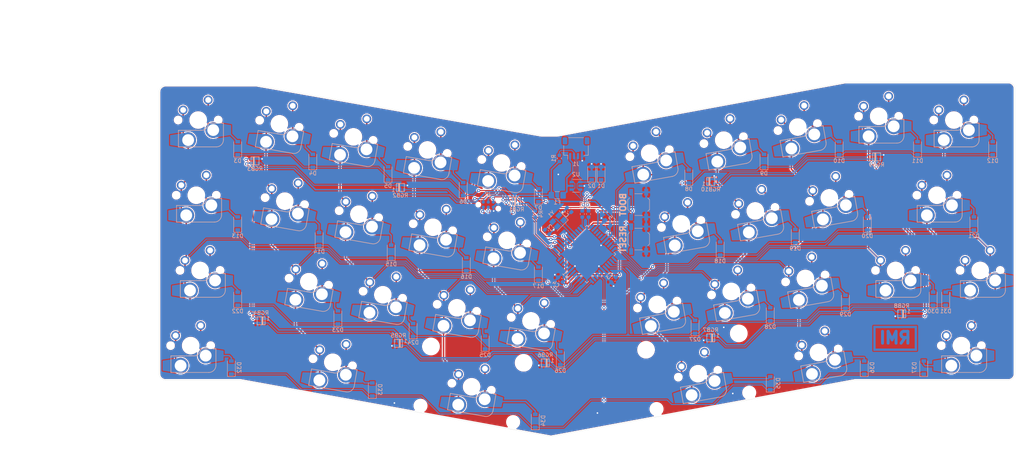
<source format=kicad_pcb>
(kicad_pcb (version 20171130) (host pcbnew "(5.1.4)-1")
  (layers (0 F.Cu signal) (31 B.Cu signal) (34 B.Paste user) (35 F.Paste user) (36 B.SilkS user) (37 F.SilkS user) (38 B.Mask user) (39 F.Mask user) (44 Edge.Cuts user))
  (net 0 "")
  (net 1 /XTAL-)
  (net 2 GND)
  (net 3 /XTAL+)
  (net 4 +5V)
  (net 5 /DBUS-)
  (net 6 /DBUS+)
  (net 7 "Net-(D4-Pad2)")
  (net 8 "Net-(D5-Pad2)")
  (net 9 "Net-(D6-Pad2)")
  (net 10 "Net-(D7-Pad2)")
  (net 11 "Net-(D8-Pad2)")
  (net 12 "Net-(D9-Pad2)")
  (net 13 "Net-(D10-Pad2)")
  (net 14 "Net-(D11-Pad2)")
  (net 15 "Net-(D12-Pad2)")
  (net 16 "Net-(D13-Pad2)")
  (net 17 "Net-(D14-Pad2)")
  (net 18 "Net-(D15-Pad2)")
  (net 19 "Net-(D16-Pad2)")
  (net 20 "Net-(D17-Pad2)")
  (net 21 "Net-(D18-Pad2)")
  (net 22 "Net-(D19-Pad2)")
  (net 23 "Net-(D20-Pad2)")
  (net 24 "Net-(D21-Pad2)")
  (net 25 "Net-(D22-Pad2)")
  (net 26 "Net-(D23-Pad2)")
  (net 27 "Net-(D24-Pad2)")
  (net 28 "Net-(D25-Pad2)")
  (net 29 "Net-(D26-Pad2)")
  (net 30 "Net-(D27-Pad2)")
  (net 31 "Net-(D28-Pad2)")
  (net 32 "Net-(D29-Pad2)")
  (net 33 "Net-(D30-Pad2)")
  (net 34 "Net-(D31-Pad2)")
  (net 35 "Net-(D32-Pad2)")
  (net 36 "Net-(D33-Pad2)")
  (net 37 "Net-(D34-Pad2)")
  (net 38 "Net-(D35-Pad2)")
  (net 39 "Net-(D36-Pad2)")
  (net 40 "Net-(D37-Pad2)")
  (net 41 VBUS)
  (net 42 D-)
  (net 43 D+)
  (net 44 "Net-(RGB1-Pad2)")
  (net 45 /Underglow/RGB)
  (net 46 "Net-(RGB2-Pad2)")
  (net 47 "Net-(RGB3-Pad2)")
  (net 48 "Net-(RGB4-Pad2)")
  (net 49 "Net-(RGB5-Pad2)")
  (net 50 "Net-(RGB6-Pad2)")
  (net 51 "Net-(RGB7-Pad2)")
  (net 52 "Net-(RGB8-Pad2)")
  (net 53 "Net-(RGB10-Pad2)")
  (net 54 "Net-(RGB10-Pad4)")
  (net 55 NRST)
  (net 56 BOOT)
  (net 57 "Net-(U1-Pad43)")
  (net 58 "Net-(U1-Pad42)")
  (net 59 "Net-(U1-Pad41)")
  (net 60 "Net-(U1-Pad40)")
  (net 61 "Net-(U1-Pad32)")
  (net 62 "Net-(U1-Pad31)")
  (net 63 "Net-(U1-Pad29)")
  (net 64 "Net-(U1-Pad16)")
  (net 65 "Net-(U1-Pad15)")
  (net 66 "Net-(U1-Pad14)")
  (net 67 "Net-(U1-Pad10)")
  (net 68 "Net-(U1-Pad9)")
  (net 69 SCLK)
  (net 70 MISO)
  (net 71 MOSI)
  (net 72 "Net-(D3-Pad2)")
  (net 73 RGB)
  (net 74 /C0)
  (net 75 /C5)
  (net 76 /A0)
  (net 77 /A1)
  (net 78 /A2)
  (net 79 /A3)
  (net 80 /A4)
  (net 81 /C2)
  (net 82 /C3)
  (net 83 /C4)
  (net 84 /C1)
  (net 85 /C6)
  (net 86 /C7)
  (net 87 /A7)
  (module Ramon:Signature (layer B.Cu) (at 192.786 69.469)
    (fp_text reference G1 hide)
    (fp_text value Signature)
    (fp_poly (pts (xy 5.5 -3) (xy -5.5 -3) (xy -5.5 -2.5) (xy 5.5 -2.5)) (layer B.Cu) (width 0.1))
    (fp_poly (pts (xy 5.5 2.75) (xy -5.5 2.75) (xy -5.5 3.25) (xy 5.5 3.25)) (layer B.Cu) (width 0.1))
    (fp_poly (pts (xy 5.5 -2.5) (xy 5 -2.5) (xy 5 2.75) (xy 5.5 2.75)) (layer B.Cu) (width 0.1))
    (fp_poly (pts (xy -5 -2.5) (xy -5.5 -2.5) (xy -5.5 2.75) (xy -5 2.75)) (layer B.Cu) (width 0.1))
    (fp_text user RMI (at 0 0) (layer B.Cu) (effects (font (size 3 3) (thickness 0.75)) (justify mirror)))
  )
  (module Resistor_SMD:R_0603_1608Metric (layer B.Cu) (at 101.6 38.1 90)
    (fp_text reference R4 (at 0 1.43 90) (layer B.SilkS) (effects (justify mirror)))
    (fp_text value 470)
    (pad 2 smd roundrect (at 0.7875 0 90) (size 0.875 0.95) (layers B.Cu B.Paste B.Mask) (net 45 /Underglow/RGB))
    (pad 1 smd roundrect (at -0.7875 0 90) (size 0.875 0.95) (layers B.Cu B.Paste B.Mask) (net 73 RGB))
  )
  (module Package_TO_SOT_SMD:SOT-23-6 (layer B.Cu) (at 111.91875 30.95625 180)
    (fp_text reference U2 (at 0 2.9) (layer B.SilkS) (effects (justify mirror)))
    (fp_text value SRV05-4)
    (pad 5 smd rect (at 1.1 0 180) (size 1.06 0.65) (layers B.Cu B.Paste B.Mask) (net 41 VBUS))
    (pad 6 smd rect (at 1.1 0.95 180) (size 1.06 0.65) (layers B.Cu B.Paste B.Mask) (net 5 /DBUS-))
    (pad 4 smd rect (at 1.1 -0.95 180) (size 1.06 0.65) (layers B.Cu B.Paste B.Mask) (net 5 /DBUS-))
    (pad 3 smd rect (at -1.1 -0.95 180) (size 1.06 0.65) (layers B.Cu B.Paste B.Mask) (net 6 /DBUS+))
    (pad 2 smd rect (at -1.1 0 180) (size 1.06 0.65) (layers B.Cu B.Paste B.Mask) (net 2 GND))
    (pad 1 smd rect (at -1.1 0.95 180) (size 1.06 0.65) (layers B.Cu B.Paste B.Mask) (net 6 /DBUS+))
  )
  (module Connector:Tag-Connect_TC2030-IDC-NL_2x03_P1.27mm_Vertical (layer B.Cu) (at 89.69375 35.71875)
    (fp_text reference J2 (at 0 -2.7) (layer B.SilkS) (effects (justify mirror)))
    (fp_text value AVR-TagConnect)
    (pad 6 connect circle (at 1.27 0.635) (size 0.7874 0.7874) (layers B.Cu B.Mask) (net 2 GND))
    (pad 5 connect circle (at 1.27 -0.635) (size 0.7874 0.7874) (layers B.Cu B.Mask) (net 55 NRST))
    (pad 4 connect circle (at 0 0.635) (size 0.7874 0.7874) (layers B.Cu B.Mask) (net 71 MOSI))
    (pad 3 connect circle (at 0 -0.635) (size 0.7874 0.7874) (layers B.Cu B.Mask) (net 69 SCLK))
    (pad 2 connect circle (at -1.27 0.635) (size 0.7874 0.7874) (layers B.Cu B.Mask) (net 4 +5V))
    (pad 1 connect circle (at -1.27 -0.635) (size 0.7874 0.7874) (layers B.Cu B.Mask) (net 70 MISO))
    (pad "" np_thru_hole circle (at -2.54 0) (size 0.9906 0.9906) (drill 0.9906) (layers *.Cu *.Mask))
    (pad "" np_thru_hole circle (at 2.54 -1.016) (size 0.9906 0.9906) (drill 0.9906) (layers *.Cu *.Mask))
    (pad "" np_thru_hole circle (at 2.54 1.016) (size 0.9906 0.9906) (drill 0.9906) (layers *.Cu *.Mask))
  )
  (module MX_Only:MXOnly-1.5U-NoLED (layer F.Cu) (at 209.55 71.4375)
    (fp_text reference MX64)
    (fp_text value MX-NoLED)
    (pad 2 thru_hole circle (at 2.54 -5.08) (size 2.25 2.25) (drill 1.47) (layers *.Cu B.Mask) (net 81 /C2))
    (pad "" np_thru_hole circle (at 0 0) (size 3.9878 3.9878) (drill 3.9878) (layers *.Cu *.Mask))
    (pad 1 thru_hole circle (at -3.81 -2.54) (size 2.25 2.25) (drill 1.47) (layers *.Cu B.Mask) (net 40 "Net-(D37-Pad2)"))
    (pad "" np_thru_hole circle (at -5.08 0 48.0996) (size 1.75 1.75) (drill 1.75) (layers *.Cu *.Mask))
    (pad "" np_thru_hole circle (at 5.08 0 48.0996) (size 1.75 1.75) (drill 1.75) (layers *.Cu *.Mask))
  )
  (module random-keyboard-parts:WS2812B-2020 (layer B.Cu) (at 146.05 29.845 180)
    (fp_text reference RGB10 (at 0 -2) (layer B.SilkS) (effects (justify mirror)))
    (fp_text value WS2812B)
    (fp_text user 1 (at 1.8 -0.6) (layer B.SilkS) (effects (justify mirror)))
    (pad 4 smd rect (at -0.915 -0.55 180) (size 0.7 0.7) (layers B.Cu B.Paste B.Mask) (net 54 "Net-(RGB10-Pad4)"))
    (pad 3 smd rect (at -0.915 0.55 180) (size 0.7 0.7) (layers B.Cu B.Paste B.Mask) (net 2 GND))
    (pad 2 smd rect (at 0.915 0.55 180) (size 0.7 0.7) (layers B.Cu B.Paste B.Mask) (net 53 "Net-(RGB10-Pad2)"))
    (pad 1 smd rect (at 0.915 -0.55 180) (size 0.7 0.7) (layers B.Cu B.Paste B.Mask) (net 4 +5V))
  )
  (module random-keyboard-parts:WS2812B-2020 (layer B.Cu) (at 188.087 23.622 180)
    (fp_text reference RGB9 (at 0 -2) (layer B.SilkS) (effects (justify mirror)))
    (fp_text value WS2812B)
    (fp_text user 1 (at 1.8 -0.6) (layer B.SilkS) (effects (justify mirror)))
    (pad 4 smd rect (at -0.915 -0.55 180) (size 0.7 0.7) (layers B.Cu B.Paste B.Mask) (net 52 "Net-(RGB8-Pad2)"))
    (pad 3 smd rect (at -0.915 0.55 180) (size 0.7 0.7) (layers B.Cu B.Paste B.Mask) (net 2 GND))
    (pad 2 smd rect (at 0.915 0.55 180) (size 0.7 0.7) (layers B.Cu B.Paste B.Mask) (net 54 "Net-(RGB10-Pad4)"))
    (pad 1 smd rect (at 0.915 -0.55 180) (size 0.7 0.7) (layers B.Cu B.Paste B.Mask) (net 4 +5V))
  )
  (module random-keyboard-parts:WS2812B-2020 (layer B.Cu) (at 194.437 63.373)
    (fp_text reference RGB8 (at 0 -2) (layer B.SilkS) (effects (justify mirror)))
    (fp_text value WS2812B)
    (fp_text user 1 (at 1.8 -0.6) (layer B.SilkS) (effects (justify mirror)))
    (pad 4 smd rect (at -0.915 -0.55) (size 0.7 0.7) (layers B.Cu B.Paste B.Mask) (net 51 "Net-(RGB7-Pad2)"))
    (pad 3 smd rect (at -0.915 0.55) (size 0.7 0.7) (layers B.Cu B.Paste B.Mask) (net 2 GND))
    (pad 2 smd rect (at 0.915 0.55) (size 0.7 0.7) (layers B.Cu B.Paste B.Mask) (net 52 "Net-(RGB8-Pad2)"))
    (pad 1 smd rect (at 0.915 -0.55) (size 0.7 0.7) (layers B.Cu B.Paste B.Mask) (net 4 +5V))
  )
  (module random-keyboard-parts:WS2812B-2020 (layer B.Cu) (at 146.05 69.469)
    (fp_text reference RGB7 (at 0 -2) (layer B.SilkS) (effects (justify mirror)))
    (fp_text value WS2812B)
    (fp_text user 1 (at 1.8 -0.6) (layer B.SilkS) (effects (justify mirror)))
    (pad 4 smd rect (at -0.915 -0.55) (size 0.7 0.7) (layers B.Cu B.Paste B.Mask) (net 50 "Net-(RGB6-Pad2)"))
    (pad 3 smd rect (at -0.915 0.55) (size 0.7 0.7) (layers B.Cu B.Paste B.Mask) (net 2 GND))
    (pad 2 smd rect (at 0.915 0.55) (size 0.7 0.7) (layers B.Cu B.Paste B.Mask) (net 51 "Net-(RGB7-Pad2)"))
    (pad 1 smd rect (at 0.915 -0.55) (size 0.7 0.7) (layers B.Cu B.Paste B.Mask) (net 4 +5V))
  )
  (module random-keyboard-parts:WS2812B-2020 (layer B.Cu) (at 104.14 75.819)
    (fp_text reference RGB6 (at 0 -2) (layer B.SilkS) (effects (justify mirror)))
    (fp_text value WS2812B)
    (fp_text user 1 (at 1.8 -0.6) (layer B.SilkS) (effects (justify mirror)))
    (pad 4 smd rect (at -0.915 -0.55) (size 0.7 0.7) (layers B.Cu B.Paste B.Mask) (net 49 "Net-(RGB5-Pad2)"))
    (pad 3 smd rect (at -0.915 0.55) (size 0.7 0.7) (layers B.Cu B.Paste B.Mask) (net 2 GND))
    (pad 2 smd rect (at 0.915 0.55) (size 0.7 0.7) (layers B.Cu B.Paste B.Mask) (net 50 "Net-(RGB6-Pad2)"))
    (pad 1 smd rect (at 0.915 -0.55) (size 0.7 0.7) (layers B.Cu B.Paste B.Mask) (net 4 +5V))
  )
  (module random-keyboard-parts:WS2812B-2020 (layer B.Cu) (at 66.929 70.866)
    (fp_text reference RGB5 (at 0 -2) (layer B.SilkS) (effects (justify mirror)))
    (fp_text value WS2812B)
    (fp_text user 1 (at 1.8 -0.6) (layer B.SilkS) (effects (justify mirror)))
    (pad 4 smd rect (at -0.915 -0.55) (size 0.7 0.7) (layers B.Cu B.Paste B.Mask) (net 48 "Net-(RGB4-Pad2)"))
    (pad 3 smd rect (at -0.915 0.55) (size 0.7 0.7) (layers B.Cu B.Paste B.Mask) (net 2 GND))
    (pad 2 smd rect (at 0.915 0.55) (size 0.7 0.7) (layers B.Cu B.Paste B.Mask) (net 49 "Net-(RGB5-Pad2)"))
    (pad 1 smd rect (at 0.915 -0.55) (size 0.7 0.7) (layers B.Cu B.Paste B.Mask) (net 4 +5V))
  )
  (module random-keyboard-parts:WS2812B-2020 (layer B.Cu) (at 32.131 65.151)
    (fp_text reference RGB4 (at 0 -2) (layer B.SilkS) (effects (justify mirror)))
    (fp_text value WS2812B)
    (fp_text user 1 (at 1.8 -0.6) (layer B.SilkS) (effects (justify mirror)))
    (pad 4 smd rect (at -0.915 -0.55) (size 0.7 0.7) (layers B.Cu B.Paste B.Mask) (net 47 "Net-(RGB3-Pad2)"))
    (pad 3 smd rect (at -0.915 0.55) (size 0.7 0.7) (layers B.Cu B.Paste B.Mask) (net 2 GND))
    (pad 2 smd rect (at 0.915 0.55) (size 0.7 0.7) (layers B.Cu B.Paste B.Mask) (net 48 "Net-(RGB4-Pad2)"))
    (pad 1 smd rect (at 0.915 -0.55) (size 0.7 0.7) (layers B.Cu B.Paste B.Mask) (net 4 +5V))
  )
  (module random-keyboard-parts:WS2812B-2020 (layer B.Cu) (at 30.607 24.638 180)
    (fp_text reference RGB3 (at 0 -2) (layer B.SilkS) (effects (justify mirror)))
    (fp_text value WS2812B)
    (fp_text user 1 (at 1.8 -0.6) (layer B.SilkS) (effects (justify mirror)))
    (pad 4 smd rect (at -0.915 -0.55 180) (size 0.7 0.7) (layers B.Cu B.Paste B.Mask) (net 46 "Net-(RGB2-Pad2)"))
    (pad 3 smd rect (at -0.915 0.55 180) (size 0.7 0.7) (layers B.Cu B.Paste B.Mask) (net 2 GND))
    (pad 2 smd rect (at 0.915 0.55 180) (size 0.7 0.7) (layers B.Cu B.Paste B.Mask) (net 47 "Net-(RGB3-Pad2)"))
    (pad 1 smd rect (at 0.915 -0.55 180) (size 0.7 0.7) (layers B.Cu B.Paste B.Mask) (net 4 +5V))
  )
  (module random-keyboard-parts:WS2812B-2020 (layer B.Cu) (at 67.437 31.369 180)
    (fp_text reference RGB2 (at 0 -2) (layer B.SilkS) (effects (justify mirror)))
    (fp_text value WS2812B)
    (fp_text user 1 (at 1.8 -0.6) (layer B.SilkS) (effects (justify mirror)))
    (pad 4 smd rect (at -0.915 -0.55 180) (size 0.7 0.7) (layers B.Cu B.Paste B.Mask) (net 44 "Net-(RGB1-Pad2)"))
    (pad 3 smd rect (at -0.915 0.55 180) (size 0.7 0.7) (layers B.Cu B.Paste B.Mask) (net 2 GND))
    (pad 2 smd rect (at 0.915 0.55 180) (size 0.7 0.7) (layers B.Cu B.Paste B.Mask) (net 46 "Net-(RGB2-Pad2)"))
    (pad 1 smd rect (at 0.915 -0.55 180) (size 0.7 0.7) (layers B.Cu B.Paste B.Mask) (net 4 +5V))
  )
  (module random-keyboard-parts:WS2812B-2020 (layer B.Cu) (at 96.8375 34.925 180)
    (fp_text reference RGB1 (at 0 -2) (layer B.SilkS) (effects (justify mirror)))
    (fp_text value WS2812B)
    (fp_text user 1 (at 1.8 -0.6) (layer B.SilkS) (effects (justify mirror)))
    (pad 4 smd rect (at -0.915 -0.55 180) (size 0.7 0.7) (layers B.Cu B.Paste B.Mask) (net 45 /Underglow/RGB))
    (pad 3 smd rect (at -0.915 0.55 180) (size 0.7 0.7) (layers B.Cu B.Paste B.Mask) (net 2 GND))
    (pad 2 smd rect (at 0.915 0.55 180) (size 0.7 0.7) (layers B.Cu B.Paste B.Mask) (net 44 "Net-(RGB1-Pad2)"))
    (pad 1 smd rect (at 0.915 -0.55 180) (size 0.7 0.7) (layers B.Cu B.Paste B.Mask) (net 4 +5V))
  )
  (module Crystal:Crystal_SMD_3225-4Pin_3.2x2.5mm (layer B.Cu) (at 107.377624 39.85047 225)
    (fp_text reference Y1 (at 0 2.45 45) (layer B.SilkS) (effects (justify mirror)))
    (fp_text value Crystal_GND24_Small)
    (pad 4 smd rect (at -1.1 0.85 225) (size 1.4 1.2) (layers B.Cu B.Paste B.Mask) (net 2 GND))
    (pad 3 smd rect (at 1.1 0.85 225) (size 1.4 1.2) (layers B.Cu B.Paste B.Mask) (net 3 /XTAL+))
    (pad 2 smd rect (at 1.1 -0.85 225) (size 1.4 1.2) (layers B.Cu B.Paste B.Mask) (net 2 GND))
    (pad 1 smd rect (at -1.1 -0.85 225) (size 1.4 1.2) (layers B.Cu B.Paste B.Mask) (net 1 /XTAL-))
  )
  (module Package_QFP:TQFP-44_10x10mm_P0.8mm (layer B.Cu) (at 114.674082 48.26946 315)
    (fp_text reference U1 (at 0 7.45 135) (layer B.SilkS) (effects (justify mirror)))
    (fp_text value ATmega32A-AU)
    (pad 44 smd rect (at -4 5.7 225) (size 1.5 0.55) (layers B.Cu B.Paste B.Mask) (net 73 RGB))
    (pad 43 smd rect (at -3.2 5.7 225) (size 1.5 0.55) (layers B.Cu B.Paste B.Mask) (net 57 "Net-(U1-Pad43)"))
    (pad 42 smd rect (at -2.4 5.7 225) (size 1.5 0.55) (layers B.Cu B.Paste B.Mask) (net 58 "Net-(U1-Pad42)"))
    (pad 41 smd rect (at -1.6 5.7 225) (size 1.5 0.55) (layers B.Cu B.Paste B.Mask) (net 59 "Net-(U1-Pad41)"))
    (pad 40 smd rect (at -0.8 5.7 225) (size 1.5 0.55) (layers B.Cu B.Paste B.Mask) (net 60 "Net-(U1-Pad40)"))
    (pad 39 smd rect (at 0 5.7 225) (size 1.5 0.55) (layers B.Cu B.Paste B.Mask) (net 2 GND))
    (pad 38 smd rect (at 0.8 5.7 225) (size 1.5 0.55) (layers B.Cu B.Paste B.Mask) (net 4 +5V))
    (pad 37 smd rect (at 1.6 5.7 225) (size 1.5 0.55) (layers B.Cu B.Paste B.Mask) (net 76 /A0))
    (pad 36 smd rect (at 2.4 5.7 225) (size 1.5 0.55) (layers B.Cu B.Paste B.Mask) (net 77 /A1))
    (pad 35 smd rect (at 3.2 5.7 225) (size 1.5 0.55) (layers B.Cu B.Paste B.Mask) (net 78 /A2))
    (pad 34 smd rect (at 4 5.7 225) (size 1.5 0.55) (layers B.Cu B.Paste B.Mask) (net 79 /A3))
    (pad 33 smd rect (at 5.7 4 315) (size 1.5 0.55) (layers B.Cu B.Paste B.Mask) (net 80 /A4))
    (pad 32 smd rect (at 5.7 3.2 315) (size 1.5 0.55) (layers B.Cu B.Paste B.Mask) (net 61 "Net-(U1-Pad32)"))
    (pad 31 smd rect (at 5.7 2.4 315) (size 1.5 0.55) (layers B.Cu B.Paste B.Mask) (net 62 "Net-(U1-Pad31)"))
    (pad 30 smd rect (at 5.7 1.6 315) (size 1.5 0.55) (layers B.Cu B.Paste B.Mask) (net 87 /A7))
    (pad 29 smd rect (at 5.7 0.8 315) (size 1.5 0.55) (layers B.Cu B.Paste B.Mask) (net 63 "Net-(U1-Pad29)"))
    (pad 28 smd rect (at 5.7 0 315) (size 1.5 0.55) (layers B.Cu B.Paste B.Mask) (net 2 GND))
    (pad 27 smd rect (at 5.7 -0.8 315) (size 1.5 0.55) (layers B.Cu B.Paste B.Mask) (net 4 +5V))
    (pad 26 smd rect (at 5.7 -1.6 315) (size 1.5 0.55) (layers B.Cu B.Paste B.Mask) (net 86 /C7))
    (pad 25 smd rect (at 5.7 -2.4 315) (size 1.5 0.55) (layers B.Cu B.Paste B.Mask) (net 85 /C6))
    (pad 24 smd rect (at 5.7 -3.2 315) (size 1.5 0.55) (layers B.Cu B.Paste B.Mask) (net 75 /C5))
    (pad 23 smd rect (at 5.7 -4 315) (size 1.5 0.55) (layers B.Cu B.Paste B.Mask) (net 83 /C4))
    (pad 22 smd rect (at 4 -5.7 225) (size 1.5 0.55) (layers B.Cu B.Paste B.Mask) (net 82 /C3))
    (pad 21 smd rect (at 3.2 -5.7 225) (size 1.5 0.55) (layers B.Cu B.Paste B.Mask) (net 81 /C2))
    (pad 20 smd rect (at 2.4 -5.7 225) (size 1.5 0.55) (layers B.Cu B.Paste B.Mask) (net 84 /C1))
    (pad 19 smd rect (at 1.6 -5.7 225) (size 1.5 0.55) (layers B.Cu B.Paste B.Mask) (net 74 /C0))
    (pad 18 smd rect (at 0.8 -5.7 225) (size 1.5 0.55) (layers B.Cu B.Paste B.Mask) (net 2 GND))
    (pad 17 smd rect (at 0 -5.7 225) (size 1.5 0.55) (layers B.Cu B.Paste B.Mask) (net 4 +5V))
    (pad 16 smd rect (at -0.8 -5.7 225) (size 1.5 0.55) (layers B.Cu B.Paste B.Mask) (net 64 "Net-(U1-Pad16)"))
    (pad 15 smd rect (at -1.6 -5.7 225) (size 1.5 0.55) (layers B.Cu B.Paste B.Mask) (net 65 "Net-(U1-Pad15)"))
    (pad 14 smd rect (at -2.4 -5.7 225) (size 1.5 0.55) (layers B.Cu B.Paste B.Mask) (net 66 "Net-(U1-Pad14)"))
    (pad 13 smd rect (at -3.2 -5.7 225) (size 1.5 0.55) (layers B.Cu B.Paste B.Mask) (net 56 BOOT))
    (pad 12 smd rect (at -4 -5.7 225) (size 1.5 0.55) (layers B.Cu B.Paste B.Mask) (net 42 D-))
    (pad 11 smd rect (at -5.7 -4 315) (size 1.5 0.55) (layers B.Cu B.Paste B.Mask) (net 43 D+))
    (pad 10 smd rect (at -5.7 -3.2 315) (size 1.5 0.55) (layers B.Cu B.Paste B.Mask) (net 67 "Net-(U1-Pad10)"))
    (pad 9 smd rect (at -5.7 -2.4 315) (size 1.5 0.55) (layers B.Cu B.Paste B.Mask) (net 68 "Net-(U1-Pad9)"))
    (pad 8 smd rect (at -5.7 -1.6 315) (size 1.5 0.55) (layers B.Cu B.Paste B.Mask) (net 1 /XTAL-))
    (pad 7 smd rect (at -5.7 -0.8 315) (size 1.5 0.55) (layers B.Cu B.Paste B.Mask) (net 3 /XTAL+))
    (pad 6 smd rect (at -5.7 0 315) (size 1.5 0.55) (layers B.Cu B.Paste B.Mask) (net 2 GND))
    (pad 5 smd rect (at -5.7 0.8 315) (size 1.5 0.55) (layers B.Cu B.Paste B.Mask) (net 4 +5V))
    (pad 4 smd rect (at -5.7 1.6 315) (size 1.5 0.55) (layers B.Cu B.Paste B.Mask) (net 55 NRST))
    (pad 3 smd rect (at -5.7 2.4 315) (size 1.5 0.55) (layers B.Cu B.Paste B.Mask) (net 69 SCLK))
    (pad 2 smd rect (at -5.7 3.2 315) (size 1.5 0.55) (layers B.Cu B.Paste B.Mask) (net 70 MISO))
    (pad 1 smd rect (at -5.7 4 315) (size 1.5 0.55) (layers B.Cu B.Paste B.Mask) (net 71 MOSI))
  )
  (module Button_Switch_SMD:SW_SPST_TL3342 (layer B.Cu) (at 127.79375 35.71875 90)
    (fp_text reference SW2 hide)
    (fp_text value SW_Push)
    (pad 2 smd rect (at 3.15 -1.9 90) (size 1.7 1) (layers B.Cu B.Paste B.Mask) (net 56 BOOT))
    (pad 2 smd rect (at -3.15 -1.9 90) (size 1.7 1) (layers B.Cu B.Paste B.Mask) (net 56 BOOT))
    (pad 1 smd rect (at 3.15 1.9 90) (size 1.7 1) (layers B.Cu B.Paste B.Mask) (net 2 GND))
    (pad 1 smd rect (at -3.15 1.9 90) (size 1.7 1) (layers B.Cu B.Paste B.Mask) (net 2 GND))
  )
  (module Button_Switch_SMD:SW_SPST_TL3342 (layer B.Cu) (at 127.79375 44.45 90)
    (fp_text reference SW1 hide)
    (fp_text value SW_Push)
    (pad 2 smd rect (at 3.15 -1.9 90) (size 1.7 1) (layers B.Cu B.Paste B.Mask) (net 55 NRST))
    (pad 2 smd rect (at -3.15 -1.9 90) (size 1.7 1) (layers B.Cu B.Paste B.Mask) (net 55 NRST))
    (pad 1 smd rect (at 3.15 1.9 90) (size 1.7 1) (layers B.Cu B.Paste B.Mask) (net 2 GND))
    (pad 1 smd rect (at -3.15 1.9 90) (size 1.7 1) (layers B.Cu B.Paste B.Mask) (net 2 GND))
  )
  (module Resistor_SMD:R_0603_1608Metric (layer B.Cu) (at 113.50625 38.1 270)
    (fp_text reference R3 (at -2.38125 0 90) (layer B.SilkS) (effects (justify mirror)))
    (fp_text value 75)
    (pad 2 smd roundrect (at 0.7875 0 270) (size 0.875 0.95) (layers B.Cu B.Paste B.Mask) (net 43 D+))
    (pad 1 smd roundrect (at -0.7875 0 270) (size 0.875 0.95) (layers B.Cu B.Paste B.Mask) (net 6 /DBUS+))
  )
  (module Resistor_SMD:R_0603_1608Metric (layer B.Cu) (at 115.09375 38.1 90)
    (fp_text reference R2 (at 2.38125 0 90) (layer B.SilkS) (effects (justify mirror)))
    (fp_text value 75)
    (pad 2 smd roundrect (at 0.7875 0 90) (size 0.875 0.95) (layers B.Cu B.Paste B.Mask) (net 5 /DBUS-))
    (pad 1 smd roundrect (at -0.7875 0 90) (size 0.875 0.95) (layers B.Cu B.Paste B.Mask) (net 42 D-))
  )
  (module Resistor_SMD:R_0603_1608Metric (layer B.Cu) (at 107.696 24.003 270)
    (fp_text reference R1 (at 0 1.43 90) (layer B.SilkS) (effects (justify mirror)))
    (fp_text value 1.5k)
    (pad 2 smd roundrect (at 0.7875 0 270) (size 0.875 0.95) (layers B.Cu B.Paste B.Mask) (net 4 +5V))
    (pad 1 smd roundrect (at -0.7875 0 270) (size 0.875 0.95) (layers B.Cu B.Paste B.Mask) (net 5 /DBUS-))
  )
  (module MX_HS:MXOnly-1.5U-Hotswap-NoLED (layer B.Cu) (at 209.55 71.4375)
    (fp_text reference MX70)
    (fp_text value MX-NoLED)
    (pad 1 smd custom (at 7.085 2.54 180) (size 2.55 2.5) (layers B.Cu B.Mask) (net 81 /C2) (options (clearance outline) (anchor rect)) (primitives (gr_poly (pts (xy -1.1954 -1.2192) (xy 3.275 -1.9304) (xy 3.275 1.9304) (xy -1.1954 1.2192)) (width 0.1))))
    (pad 2 smd custom (at -5.841 5.08 180) (size 2.55 2.5) (layers B.Cu B.Mask) (net 40 "Net-(D37-Pad2)") (options (clearance outline) (anchor rect)) (primitives (gr_poly (pts (xy 1.2192 1.2192) (xy -3.2512 1.9304) (xy -3.2512 -1.9304) (xy 1.2192 -1.2192)) (width 0.1))))
    (pad "" np_thru_hole circle (at -5.08 0 228.0996) (size 1.75 1.75) (drill 1.75) (layers *.Cu *.Mask))
    (pad "" np_thru_hole circle (at 5.08 0 228.0996) (size 1.75 1.75) (drill 1.75) (layers *.Cu *.Mask))
    (pad 1 thru_hole circle (at 3.81 2.54 180) (size 4 4) (drill 3) (layers *.Cu B.Mask) (net 81 /C2))
    (pad "" np_thru_hole circle (at 0 0 180) (size 3.9878 3.9878) (drill 3.9878) (layers *.Cu *.Mask))
    (pad 2 thru_hole circle (at -2.54 5.08 180) (size 4 4) (drill 3) (layers *.Cu B.Mask) (net 40 "Net-(D37-Pad2)"))
  )
  (module MX_HS:MXOnly-1U-Hotswap-NoLED (layer B.Cu) (at 173.32717 73.177405 10)
    (fp_text reference MX69)
    (fp_text value MX-NoLED)
    (pad 1 smd custom (at 7.085 2.54 190) (size 2.55 2.5) (layers B.Cu B.Mask) (net 39 "Net-(D36-Pad2)") (options (clearance outline) (anchor rect)) (primitives (gr_poly (pts (xy -1.1954 -1.2192) (xy 3.275 -1.9304) (xy 3.275 1.9304) (xy -1.1954 1.2192)) (width 0.1))))
    (pad "" np_thru_hole circle (at 5.08 0 238.0996) (size 1.75 1.75) (drill 1.75) (layers *.Cu *.Mask))
    (pad "" np_thru_hole circle (at 0 0 190) (size 3.9878 3.9878) (drill 3.9878) (layers *.Cu *.Mask))
    (pad 2 thru_hole circle (at -2.54 5.08 190) (size 4 4) (drill 3) (layers *.Cu B.Mask) (net 83 /C4))
    (pad 1 thru_hole circle (at 3.81 2.54 190) (size 4 4) (drill 3) (layers *.Cu B.Mask) (net 39 "Net-(D36-Pad2)"))
    (pad 2 smd custom (at -5.841 5.08 190) (size 2.55 2.5) (layers B.Cu B.Mask) (net 83 /C4) (options (clearance outline) (anchor rect)) (primitives (gr_poly (pts (xy 1.2192 1.2192) (xy -3.2512 1.9304) (xy -3.2512 -1.9304) (xy 1.2192 -1.2192)) (width 0.1))))
    (pad "" np_thru_hole circle (at -5.08 0 238.0996) (size 1.75 1.75) (drill 1.75) (layers *.Cu *.Mask))
  )
  (module MX_HS:MXOnly-2.25U-Hotswap-NoLED (layer B.Cu) (at 142.841215 78.552901 10)
    (fp_text reference MX68)
    (fp_text value MX-NoLED)
    (pad "" np_thru_hole circle (at -5.08 0 238.0996) (size 1.75 1.75) (drill 1.75) (layers *.Cu *.Mask))
    (pad 2 smd custom (at -5.841 5.08 190) (size 2.55 2.5) (layers B.Cu B.Mask) (net 84 /C1) (options (clearance outline) (anchor rect)) (primitives (gr_poly (pts (xy 1.2192 1.2192) (xy -3.2512 1.9304) (xy -3.2512 -1.9304) (xy 1.2192 -1.2192)) (width 0.1))))
    (pad 1 thru_hole circle (at 3.81 2.54 190) (size 4 4) (drill 3) (layers *.Cu B.Mask) (net 38 "Net-(D35-Pad2)"))
    (pad 2 thru_hole circle (at -2.54 5.08 190) (size 4 4) (drill 3) (layers *.Cu B.Mask) (net 84 /C1))
    (pad "" np_thru_hole circle (at 0 0 190) (size 3.9878 3.9878) (drill 3.9878) (layers *.Cu *.Mask))
    (pad "" np_thru_hole circle (at 5.08 0 238.0996) (size 1.75 1.75) (drill 1.75) (layers *.Cu *.Mask))
    (pad 1 smd custom (at 7.085 2.54 190) (size 2.55 2.5) (layers B.Cu B.Mask) (net 38 "Net-(D35-Pad2)") (options (clearance outline) (anchor rect)) (primitives (gr_poly (pts (xy -1.1954 -1.2192) (xy 3.275 -1.9304) (xy 3.275 1.9304) (xy -1.1954 1.2192)) (width 0.1))))
    (pad "" np_thru_hole circle (at -11.938 -8.255 10) (size 3.9878 3.9878) (drill 3.9878) (layers *.Cu *.Mask))
    (pad "" np_thru_hole circle (at 11.938 -8.255 10) (size 3.9878 3.9878) (drill 3.9878) (layers *.Cu *.Mask))
    (pad "" np_thru_hole circle (at -11.938 6.985 10) (size 3.048 3.048) (drill 3.048) (layers *.Cu *.Mask))
    (pad "" np_thru_hole circle (at 11.938 6.985 10) (size 3.048 3.048) (drill 3.048) (layers *.Cu *.Mask))
  )
  (module MX_HS:MXOnly-2.75U-Hotswap-NoLED (layer B.Cu) (at 85.469372 81.860898 350)
    (fp_text reference MX67)
    (fp_text value MX-NoLED)
    (pad "" np_thru_hole circle (at -5.08 0 218.0996) (size 1.75 1.75) (drill 1.75) (layers *.Cu *.Mask))
    (pad 2 smd custom (at -5.841 5.08 170) (size 2.55 2.5) (layers B.Cu B.Mask) (net 79 /A3) (options (clearance outline) (anchor rect)) (primitives (gr_poly (pts (xy 1.2192 1.2192) (xy -3.2512 1.9304) (xy -3.2512 -1.9304) (xy 1.2192 -1.2192)) (width 0.1))))
    (pad 1 thru_hole circle (at 3.81 2.54 170) (size 4 4) (drill 3) (layers *.Cu B.Mask) (net 37 "Net-(D34-Pad2)"))
    (pad 2 thru_hole circle (at -2.54 5.08 170) (size 4 4) (drill 3) (layers *.Cu B.Mask) (net 79 /A3))
    (pad "" np_thru_hole circle (at 0 0 170) (size 3.9878 3.9878) (drill 3.9878) (layers *.Cu *.Mask))
    (pad "" np_thru_hole circle (at 5.08 0 218.0996) (size 1.75 1.75) (drill 1.75) (layers *.Cu *.Mask))
    (pad 1 smd custom (at 7.085 2.54 170) (size 2.55 2.5) (layers B.Cu B.Mask) (net 37 "Net-(D34-Pad2)") (options (clearance outline) (anchor rect)) (primitives (gr_poly (pts (xy -1.1954 -1.2192) (xy 3.275 -1.9304) (xy 3.275 1.9304) (xy -1.1954 1.2192)) (width 0.1))))
    (pad "" np_thru_hole circle (at -11.938 -8.255 350) (size 3.9878 3.9878) (drill 3.9878) (layers *.Cu *.Mask))
    (pad "" np_thru_hole circle (at 11.938 -8.255 350) (size 3.9878 3.9878) (drill 3.9878) (layers *.Cu *.Mask))
    (pad "" np_thru_hole circle (at -11.938 6.985 350) (size 3.048 3.048) (drill 3.048) (layers *.Cu *.Mask))
    (pad "" np_thru_hole circle (at 11.938 6.985 350) (size 3.048 3.048) (drill 3.048) (layers *.Cu *.Mask))
  )
  (module MX_HS:MXOnly-1U-Hotswap-NoLED (layer B.Cu) (at 50.29327 75.658402 350)
    (fp_text reference MX66)
    (fp_text value MX-NoLED)
    (pad 1 smd custom (at 7.085 2.54 170) (size 2.55 2.5) (layers B.Cu B.Mask) (net 36 "Net-(D33-Pad2)") (options (clearance outline) (anchor rect)) (primitives (gr_poly (pts (xy -1.1954 -1.2192) (xy 3.275 -1.9304) (xy 3.275 1.9304) (xy -1.1954 1.2192)) (width 0.1))))
    (pad "" np_thru_hole circle (at 5.08 0 218.0996) (size 1.75 1.75) (drill 1.75) (layers *.Cu *.Mask))
    (pad "" np_thru_hole circle (at 0 0 170) (size 3.9878 3.9878) (drill 3.9878) (layers *.Cu *.Mask))
    (pad 2 thru_hole circle (at -2.54 5.08 170) (size 4 4) (drill 3) (layers *.Cu B.Mask) (net 77 /A1))
    (pad 1 thru_hole circle (at 3.81 2.54 170) (size 4 4) (drill 3) (layers *.Cu B.Mask) (net 36 "Net-(D33-Pad2)"))
    (pad 2 smd custom (at -5.841 5.08 170) (size 2.55 2.5) (layers B.Cu B.Mask) (net 77 /A1) (options (clearance outline) (anchor rect)) (primitives (gr_poly (pts (xy 1.2192 1.2192) (xy -3.2512 1.9304) (xy -3.2512 -1.9304) (xy 1.2192 -1.2192)) (width 0.1))))
    (pad "" np_thru_hole circle (at -5.08 0 218.0996) (size 1.75 1.75) (drill 1.75) (layers *.Cu *.Mask))
  )
  (module MX_HS:MXOnly-1.5U-Hotswap-NoLED (layer B.Cu) (at 14.2875 71.4375)
    (fp_text reference MX65)
    (fp_text value MX-NoLED)
    (pad 1 smd custom (at 7.085 2.54 180) (size 2.55 2.5) (layers B.Cu B.Mask) (net 35 "Net-(D32-Pad2)") (options (clearance outline) (anchor rect)) (primitives (gr_poly (pts (xy -1.1954 -1.2192) (xy 3.275 -1.9304) (xy 3.275 1.9304) (xy -1.1954 1.2192)) (width 0.1))))
    (pad 2 smd custom (at -5.841 5.08 180) (size 2.55 2.5) (layers B.Cu B.Mask) (net 76 /A0) (options (clearance outline) (anchor rect)) (primitives (gr_poly (pts (xy 1.2192 1.2192) (xy -3.2512 1.9304) (xy -3.2512 -1.9304) (xy 1.2192 -1.2192)) (width 0.1))))
    (pad "" np_thru_hole circle (at -5.08 0 228.0996) (size 1.75 1.75) (drill 1.75) (layers *.Cu *.Mask))
    (pad "" np_thru_hole circle (at 5.08 0 228.0996) (size 1.75 1.75) (drill 1.75) (layers *.Cu *.Mask))
    (pad 1 thru_hole circle (at 3.81 2.54 180) (size 4 4) (drill 3) (layers *.Cu B.Mask) (net 35 "Net-(D32-Pad2)"))
    (pad "" np_thru_hole circle (at 0 0 180) (size 3.9878 3.9878) (drill 3.9878) (layers *.Cu *.Mask))
    (pad 2 thru_hole circle (at -2.54 5.08 180) (size 4 4) (drill 3) (layers *.Cu B.Mask) (net 76 /A0))
  )
  (module MX_Only:MXOnly-1U-NoLED (layer F.Cu) (at 173.32717 73.177405 10)
    (fp_text reference MX63)
    (fp_text value MX-NoLED)
    (pad 2 thru_hole circle (at 2.54 -5.08 10) (size 2.25 2.25) (drill 1.47) (layers *.Cu B.Mask) (net 39 "Net-(D36-Pad2)"))
    (pad "" np_thru_hole circle (at 0 0 10) (size 3.9878 3.9878) (drill 3.9878) (layers *.Cu *.Mask))
    (pad 1 thru_hole circle (at -3.81 -2.54 10) (size 2.25 2.25) (drill 1.47) (layers *.Cu B.Mask) (net 83 /C4))
    (pad "" np_thru_hole circle (at -5.08 0 58.0996) (size 1.75 1.75) (drill 1.75) (layers *.Cu *.Mask))
    (pad "" np_thru_hole circle (at 5.08 0 58.0996) (size 1.75 1.75) (drill 1.75) (layers *.Cu *.Mask))
  )
  (module MX_Only:MXOnly-2.25U-ReversedStabilizers-NoLED (layer F.Cu) (at 142.841215 78.552901 10)
    (fp_text reference MX62)
    (fp_text value MX-NoLED)
    (pad 2 thru_hole circle (at 2.54 -5.08 10) (size 2.25 2.25) (drill 1.47) (layers *.Cu B.Mask) (net 38 "Net-(D35-Pad2)"))
    (pad "" np_thru_hole circle (at 0 0 10) (size 3.9878 3.9878) (drill 3.9878) (layers *.Cu *.Mask))
    (pad 1 thru_hole circle (at -3.81 -2.54 10) (size 2.25 2.25) (drill 1.47) (layers *.Cu B.Mask) (net 84 /C1))
    (pad "" np_thru_hole circle (at -5.08 0 58.0996) (size 1.75 1.75) (drill 1.75) (layers *.Cu *.Mask))
    (pad "" np_thru_hole circle (at 5.08 0 58.0996) (size 1.75 1.75) (drill 1.75) (layers *.Cu *.Mask))
    (pad "" np_thru_hole circle (at -11.90625 6.985 10) (size 3.048 3.048) (drill 3.048) (layers *.Cu *.Mask))
    (pad "" np_thru_hole circle (at 11.90625 6.985 10) (size 3.048 3.048) (drill 3.048) (layers *.Cu *.Mask))
    (pad "" np_thru_hole circle (at -11.90625 -8.255 10) (size 3.9878 3.9878) (drill 3.9878) (layers *.Cu *.Mask))
    (pad "" np_thru_hole circle (at 11.90625 -8.255 10) (size 3.9878 3.9878) (drill 3.9878) (layers *.Cu *.Mask))
  )
  (module MX_Only:MXOnly-2.75U-ReversedStabilizers-NoLED (layer F.Cu) (at 85.469372 81.860898 350)
    (fp_text reference MX61)
    (fp_text value MX-NoLED)
    (pad 2 thru_hole circle (at 2.54 -5.08 350) (size 2.25 2.25) (drill 1.47) (layers *.Cu B.Mask) (net 37 "Net-(D34-Pad2)"))
    (pad "" np_thru_hole circle (at 0 0 350) (size 3.9878 3.9878) (drill 3.9878) (layers *.Cu *.Mask))
    (pad 1 thru_hole circle (at -3.81 -2.54 350) (size 2.25 2.25) (drill 1.47) (layers *.Cu B.Mask) (net 79 /A3))
    (pad "" np_thru_hole circle (at -5.08 0 38.0996) (size 1.75 1.75) (drill 1.75) (layers *.Cu *.Mask))
    (pad "" np_thru_hole circle (at 5.08 0 38.0996) (size 1.75 1.75) (drill 1.75) (layers *.Cu *.Mask))
    (pad "" np_thru_hole circle (at -11.90625 6.985 350) (size 3.048 3.048) (drill 3.048) (layers *.Cu *.Mask))
    (pad "" np_thru_hole circle (at 11.90625 6.985 350) (size 3.048 3.048) (drill 3.048) (layers *.Cu *.Mask))
    (pad "" np_thru_hole circle (at -11.90625 -8.255 350) (size 3.9878 3.9878) (drill 3.9878) (layers *.Cu *.Mask))
    (pad "" np_thru_hole circle (at 11.90625 -8.255 350) (size 3.9878 3.9878) (drill 3.9878) (layers *.Cu *.Mask))
  )
  (module MX_Only:MXOnly-1U-NoLED (layer F.Cu) (at 50.29327 75.658402 350)
    (fp_text reference MX60)
    (fp_text value MX-NoLED)
    (pad 2 thru_hole circle (at 2.54 -5.08 350) (size 2.25 2.25) (drill 1.47) (layers *.Cu B.Mask) (net 36 "Net-(D33-Pad2)"))
    (pad "" np_thru_hole circle (at 0 0 350) (size 3.9878 3.9878) (drill 3.9878) (layers *.Cu *.Mask))
    (pad 1 thru_hole circle (at -3.81 -2.54 350) (size 2.25 2.25) (drill 1.47) (layers *.Cu B.Mask) (net 77 /A1))
    (pad "" np_thru_hole circle (at -5.08 0 38.0996) (size 1.75 1.75) (drill 1.75) (layers *.Cu *.Mask))
    (pad "" np_thru_hole circle (at 5.08 0 38.0996) (size 1.75 1.75) (drill 1.75) (layers *.Cu *.Mask))
  )
  (module MX_Only:MXOnly-1.5U-NoLED (layer F.Cu) (at 14.2875 71.4375)
    (fp_text reference MX59)
    (fp_text value MX-NoLED)
    (pad 2 thru_hole circle (at 2.54 -5.08) (size 2.25 2.25) (drill 1.47) (layers *.Cu B.Mask) (net 35 "Net-(D32-Pad2)"))
    (pad "" np_thru_hole circle (at 0 0) (size 3.9878 3.9878) (drill 3.9878) (layers *.Cu *.Mask))
    (pad 1 thru_hole circle (at -3.81 -2.54) (size 2.25 2.25) (drill 1.47) (layers *.Cu B.Mask) (net 76 /A0))
    (pad "" np_thru_hole circle (at -5.08 0 48.0996) (size 1.75 1.75) (drill 1.75) (layers *.Cu *.Mask))
    (pad "" np_thru_hole circle (at 5.08 0 48.0996) (size 1.75 1.75) (drill 1.75) (layers *.Cu *.Mask))
  )
  (module MX_HS:MXOnly-1U-Hotswap-NoLED (layer B.Cu) (at 214.3125 52.3875)
    (fp_text reference MX58)
    (fp_text value MX-NoLED)
    (pad 1 smd custom (at 7.085 2.54 180) (size 2.55 2.5) (layers B.Cu B.Mask) (net 81 /C2) (options (clearance outline) (anchor rect)) (primitives (gr_poly (pts (xy -1.1954 -1.2192) (xy 3.275 -1.9304) (xy 3.275 1.9304) (xy -1.1954 1.2192)) (width 0.1))))
    (pad "" np_thru_hole circle (at 5.08 0 228.0996) (size 1.75 1.75) (drill 1.75) (layers *.Cu *.Mask))
    (pad "" np_thru_hole circle (at 0 0 180) (size 3.9878 3.9878) (drill 3.9878) (layers *.Cu *.Mask))
    (pad 2 thru_hole circle (at -2.54 5.08 180) (size 4 4) (drill 3) (layers *.Cu B.Mask) (net 34 "Net-(D31-Pad2)"))
    (pad 1 thru_hole circle (at 3.81 2.54 180) (size 4 4) (drill 3) (layers *.Cu B.Mask) (net 81 /C2))
    (pad 2 smd custom (at -5.841 5.08 180) (size 2.55 2.5) (layers B.Cu B.Mask) (net 34 "Net-(D31-Pad2)") (options (clearance outline) (anchor rect)) (primitives (gr_poly (pts (xy 1.2192 1.2192) (xy -3.2512 1.9304) (xy -3.2512 -1.9304) (xy 1.2192 -1.2192)) (width 0.1))))
    (pad "" np_thru_hole circle (at -5.08 0 228.0996) (size 1.75 1.75) (drill 1.75) (layers *.Cu *.Mask))
  )
  (module MX_HS:MXOnly-1.25U-Hotswap-NoLED (layer B.Cu) (at 192.88125 52.3875)
    (fp_text reference MX57)
    (fp_text value MX-NoLED)
    (pad "" np_thru_hole circle (at -5.08 0 228.0996) (size 1.75 1.75) (drill 1.75) (layers *.Cu *.Mask))
    (pad 2 smd custom (at -5.841 5.08 180) (size 2.55 2.5) (layers B.Cu B.Mask) (net 82 /C3) (options (clearance outline) (anchor rect)) (primitives (gr_poly (pts (xy 1.2192 1.2192) (xy -3.2512 1.9304) (xy -3.2512 -1.9304) (xy 1.2192 -1.2192)) (width 0.1))))
    (pad 1 thru_hole circle (at 3.81 2.54 180) (size 4 4) (drill 3) (layers *.Cu B.Mask) (net 33 "Net-(D30-Pad2)"))
    (pad 2 thru_hole circle (at -2.54 5.08 180) (size 4 4) (drill 3) (layers *.Cu B.Mask) (net 82 /C3))
    (pad "" np_thru_hole circle (at 0 0 180) (size 3.9878 3.9878) (drill 3.9878) (layers *.Cu *.Mask))
    (pad "" np_thru_hole circle (at 5.08 0 228.0996) (size 1.75 1.75) (drill 1.75) (layers *.Cu *.Mask))
    (pad 1 smd custom (at 7.085 2.54 180) (size 2.55 2.5) (layers B.Cu B.Mask) (net 33 "Net-(D30-Pad2)") (options (clearance outline) (anchor rect)) (primitives (gr_poly (pts (xy -1.1954 -1.2192) (xy 3.275 -1.9304) (xy 3.275 1.9304) (xy -1.1954 1.2192)) (width 0.1))))
  )
  (module MX_HS:MXOnly-1U-Hotswap-NoLED (layer B.Cu) (at 170.019172 54.416816 10)
    (fp_text reference MX56)
    (fp_text value MX-NoLED)
    (pad 1 smd custom (at 7.085 2.54 190) (size 2.55 2.5) (layers B.Cu B.Mask) (net 32 "Net-(D29-Pad2)") (options (clearance outline) (anchor rect)) (primitives (gr_poly (pts (xy -1.1954 -1.2192) (xy 3.275 -1.9304) (xy 3.275 1.9304) (xy -1.1954 1.2192)) (width 0.1))))
    (pad "" np_thru_hole circle (at 5.08 0 238.0996) (size 1.75 1.75) (drill 1.75) (layers *.Cu *.Mask))
    (pad "" np_thru_hole circle (at 0 0 190) (size 3.9878 3.9878) (drill 3.9878) (layers *.Cu *.Mask))
    (pad 2 thru_hole circle (at -2.54 5.08 190) (size 4 4) (drill 3) (layers *.Cu B.Mask) (net 83 /C4))
    (pad 1 thru_hole circle (at 3.81 2.54 190) (size 4 4) (drill 3) (layers *.Cu B.Mask) (net 32 "Net-(D29-Pad2)"))
    (pad 2 smd custom (at -5.841 5.08 190) (size 2.55 2.5) (layers B.Cu B.Mask) (net 83 /C4) (options (clearance outline) (anchor rect)) (primitives (gr_poly (pts (xy 1.2192 1.2192) (xy -3.2512 1.9304) (xy -3.2512 -1.9304) (xy 1.2192 -1.2192)) (width 0.1))))
    (pad "" np_thru_hole circle (at -5.08 0 238.0996) (size 1.75 1.75) (drill 1.75) (layers *.Cu *.Mask))
  )
  (module MX_HS:MXOnly-1U-Hotswap-NoLED (layer B.Cu) (at 151.258585 57.724814 10)
    (fp_text reference MX55)
    (fp_text value MX-NoLED)
    (pad 1 smd custom (at 7.085 2.54 190) (size 2.55 2.5) (layers B.Cu B.Mask) (net 31 "Net-(D28-Pad2)") (options (clearance outline) (anchor rect)) (primitives (gr_poly (pts (xy -1.1954 -1.2192) (xy 3.275 -1.9304) (xy 3.275 1.9304) (xy -1.1954 1.2192)) (width 0.1))))
    (pad "" np_thru_hole circle (at 5.08 0 238.0996) (size 1.75 1.75) (drill 1.75) (layers *.Cu *.Mask))
    (pad "" np_thru_hole circle (at 0 0 190) (size 3.9878 3.9878) (drill 3.9878) (layers *.Cu *.Mask))
    (pad 2 thru_hole circle (at -2.54 5.08 190) (size 4 4) (drill 3) (layers *.Cu B.Mask) (net 75 /C5))
    (pad 1 thru_hole circle (at 3.81 2.54 190) (size 4 4) (drill 3) (layers *.Cu B.Mask) (net 31 "Net-(D28-Pad2)"))
    (pad 2 smd custom (at -5.841 5.08 190) (size 2.55 2.5) (layers B.Cu B.Mask) (net 75 /C5) (options (clearance outline) (anchor rect)) (primitives (gr_poly (pts (xy 1.2192 1.2192) (xy -3.2512 1.9304) (xy -3.2512 -1.9304) (xy 1.2192 -1.2192)) (width 0.1))))
    (pad "" np_thru_hole circle (at -5.08 0 238.0996) (size 1.75 1.75) (drill 1.75) (layers *.Cu *.Mask))
  )
  (module MX_HS:MXOnly-1U-Hotswap-NoLED (layer B.Cu) (at 132.497997 61.032812 10)
    (fp_text reference MX54)
    (fp_text value MX-NoLED)
    (pad 1 smd custom (at 7.085 2.54 190) (size 2.55 2.5) (layers B.Cu B.Mask) (net 30 "Net-(D27-Pad2)") (options (clearance outline) (anchor rect)) (primitives (gr_poly (pts (xy -1.1954 -1.2192) (xy 3.275 -1.9304) (xy 3.275 1.9304) (xy -1.1954 1.2192)) (width 0.1))))
    (pad "" np_thru_hole circle (at 5.08 0 238.0996) (size 1.75 1.75) (drill 1.75) (layers *.Cu *.Mask))
    (pad "" np_thru_hole circle (at 0 0 190) (size 3.9878 3.9878) (drill 3.9878) (layers *.Cu *.Mask))
    (pad 2 thru_hole circle (at -2.54 5.08 190) (size 4 4) (drill 3) (layers *.Cu B.Mask) (net 84 /C1))
    (pad 1 thru_hole circle (at 3.81 2.54 190) (size 4 4) (drill 3) (layers *.Cu B.Mask) (net 30 "Net-(D27-Pad2)"))
    (pad 2 smd custom (at -5.841 5.08 190) (size 2.55 2.5) (layers B.Cu B.Mask) (net 84 /C1) (options (clearance outline) (anchor rect)) (primitives (gr_poly (pts (xy 1.2192 1.2192) (xy -3.2512 1.9304) (xy -3.2512 -1.9304) (xy 1.2192 -1.2192)) (width 0.1))))
    (pad "" np_thru_hole circle (at -5.08 0 238.0996) (size 1.75 1.75) (drill 1.75) (layers *.Cu *.Mask))
  )
  (module MX_HS:MXOnly-1U-Hotswap-NoLED (layer B.Cu) (at 100.502737 65.16781 350)
    (fp_text reference MX53)
    (fp_text value MX-NoLED)
    (pad 1 smd custom (at 7.085 2.54 170) (size 2.55 2.5) (layers B.Cu B.Mask) (net 29 "Net-(D26-Pad2)") (options (clearance outline) (anchor rect)) (primitives (gr_poly (pts (xy -1.1954 -1.2192) (xy 3.275 -1.9304) (xy 3.275 1.9304) (xy -1.1954 1.2192)) (width 0.1))))
    (pad "" np_thru_hole circle (at 5.08 0 218.0996) (size 1.75 1.75) (drill 1.75) (layers *.Cu *.Mask))
    (pad "" np_thru_hole circle (at 0 0 170) (size 3.9878 3.9878) (drill 3.9878) (layers *.Cu *.Mask))
    (pad 2 thru_hole circle (at -2.54 5.08 170) (size 4 4) (drill 3) (layers *.Cu B.Mask) (net 80 /A4))
    (pad 1 thru_hole circle (at 3.81 2.54 170) (size 4 4) (drill 3) (layers *.Cu B.Mask) (net 29 "Net-(D26-Pad2)"))
    (pad 2 smd custom (at -5.841 5.08 170) (size 2.55 2.5) (layers B.Cu B.Mask) (net 80 /A4) (options (clearance outline) (anchor rect)) (primitives (gr_poly (pts (xy 1.2192 1.2192) (xy -3.2512 1.9304) (xy -3.2512 -1.9304) (xy 1.2192 -1.2192)) (width 0.1))))
    (pad "" np_thru_hole circle (at -5.08 0 218.0996) (size 1.75 1.75) (drill 1.75) (layers *.Cu *.Mask))
  )
  (module MX_HS:MXOnly-1U-Hotswap-NoLED (layer B.Cu) (at 81.742149 61.859811 350)
    (fp_text reference MX52)
    (fp_text value MX-NoLED)
    (pad 1 smd custom (at 7.085 2.54 170) (size 2.55 2.5) (layers B.Cu B.Mask) (net 28 "Net-(D25-Pad2)") (options (clearance outline) (anchor rect)) (primitives (gr_poly (pts (xy -1.1954 -1.2192) (xy 3.275 -1.9304) (xy 3.275 1.9304) (xy -1.1954 1.2192)) (width 0.1))))
    (pad "" np_thru_hole circle (at 5.08 0 218.0996) (size 1.75 1.75) (drill 1.75) (layers *.Cu *.Mask))
    (pad "" np_thru_hole circle (at 0 0 170) (size 3.9878 3.9878) (drill 3.9878) (layers *.Cu *.Mask))
    (pad 2 thru_hole circle (at -2.54 5.08 170) (size 4 4) (drill 3) (layers *.Cu B.Mask) (net 79 /A3))
    (pad 1 thru_hole circle (at 3.81 2.54 170) (size 4 4) (drill 3) (layers *.Cu B.Mask) (net 28 "Net-(D25-Pad2)"))
    (pad 2 smd custom (at -5.841 5.08 170) (size 2.55 2.5) (layers B.Cu B.Mask) (net 79 /A3) (options (clearance outline) (anchor rect)) (primitives (gr_poly (pts (xy 1.2192 1.2192) (xy -3.2512 1.9304) (xy -3.2512 -1.9304) (xy 1.2192 -1.2192)) (width 0.1))))
    (pad "" np_thru_hole circle (at -5.08 0 218.0996) (size 1.75 1.75) (drill 1.75) (layers *.Cu *.Mask))
  )
  (module MX_HS:MXOnly-1U-Hotswap-NoLED (layer B.Cu) (at 62.981562 58.551814 350)
    (fp_text reference MX51)
    (fp_text value MX-NoLED)
    (pad 1 smd custom (at 7.085 2.54 170) (size 2.55 2.5) (layers B.Cu B.Mask) (net 27 "Net-(D24-Pad2)") (options (clearance outline) (anchor rect)) (primitives (gr_poly (pts (xy -1.1954 -1.2192) (xy 3.275 -1.9304) (xy 3.275 1.9304) (xy -1.1954 1.2192)) (width 0.1))))
    (pad "" np_thru_hole circle (at 5.08 0 218.0996) (size 1.75 1.75) (drill 1.75) (layers *.Cu *.Mask))
    (pad "" np_thru_hole circle (at 0 0 170) (size 3.9878 3.9878) (drill 3.9878) (layers *.Cu *.Mask))
    (pad 2 thru_hole circle (at -2.54 5.08 170) (size 4 4) (drill 3) (layers *.Cu B.Mask) (net 78 /A2))
    (pad 1 thru_hole circle (at 3.81 2.54 170) (size 4 4) (drill 3) (layers *.Cu B.Mask) (net 27 "Net-(D24-Pad2)"))
    (pad 2 smd custom (at -5.841 5.08 170) (size 2.55 2.5) (layers B.Cu B.Mask) (net 78 /A2) (options (clearance outline) (anchor rect)) (primitives (gr_poly (pts (xy 1.2192 1.2192) (xy -3.2512 1.9304) (xy -3.2512 -1.9304) (xy 1.2192 -1.2192)) (width 0.1))))
    (pad "" np_thru_hole circle (at -5.08 0 218.0996) (size 1.75 1.75) (drill 1.75) (layers *.Cu *.Mask))
  )
  (module MX_HS:MXOnly-1U-Hotswap-NoLED (layer B.Cu) (at 44.220974 55.243816 350)
    (fp_text reference MX50)
    (fp_text value MX-NoLED)
    (pad 1 smd custom (at 7.085 2.54 170) (size 2.55 2.5) (layers B.Cu B.Mask) (net 26 "Net-(D23-Pad2)") (options (clearance outline) (anchor rect)) (primitives (gr_poly (pts (xy -1.1954 -1.2192) (xy 3.275 -1.9304) (xy 3.275 1.9304) (xy -1.1954 1.2192)) (width 0.1))))
    (pad "" np_thru_hole circle (at 5.08 0 218.0996) (size 1.75 1.75) (drill 1.75) (layers *.Cu *.Mask))
    (pad "" np_thru_hole circle (at 0 0 170) (size 3.9878 3.9878) (drill 3.9878) (layers *.Cu *.Mask))
    (pad 2 thru_hole circle (at -2.54 5.08 170) (size 4 4) (drill 3) (layers *.Cu B.Mask) (net 77 /A1))
    (pad 1 thru_hole circle (at 3.81 2.54 170) (size 4 4) (drill 3) (layers *.Cu B.Mask) (net 26 "Net-(D23-Pad2)"))
    (pad 2 smd custom (at -5.841 5.08 170) (size 2.55 2.5) (layers B.Cu B.Mask) (net 77 /A1) (options (clearance outline) (anchor rect)) (primitives (gr_poly (pts (xy 1.2192 1.2192) (xy -3.2512 1.9304) (xy -3.2512 -1.9304) (xy 1.2192 -1.2192)) (width 0.1))))
    (pad "" np_thru_hole circle (at -5.08 0 218.0996) (size 1.75 1.75) (drill 1.75) (layers *.Cu *.Mask))
  )
  (module MX_HS:MXOnly-1.75U-Hotswap-NoLED (layer B.Cu) (at 16.66875 52.3875)
    (fp_text reference MX49)
    (fp_text value MX-NoLED)
    (pad "" np_thru_hole circle (at -5.08 0 228.0996) (size 1.75 1.75) (drill 1.75) (layers *.Cu *.Mask))
    (pad 2 smd custom (at -5.841 5.08 180) (size 2.55 2.5) (layers B.Cu B.Mask) (net 76 /A0) (options (clearance outline) (anchor rect)) (primitives (gr_poly (pts (xy 1.2192 1.2192) (xy -3.2512 1.9304) (xy -3.2512 -1.9304) (xy 1.2192 -1.2192)) (width 0.1))))
    (pad 1 thru_hole circle (at 3.81 2.54 180) (size 4 4) (drill 3) (layers *.Cu B.Mask) (net 25 "Net-(D22-Pad2)"))
    (pad 2 thru_hole circle (at -2.54 5.08 180) (size 4 4) (drill 3) (layers *.Cu B.Mask) (net 76 /A0))
    (pad "" np_thru_hole circle (at 0 0 180) (size 3.9878 3.9878) (drill 3.9878) (layers *.Cu *.Mask))
    (pad "" np_thru_hole circle (at 5.08 0 228.0996) (size 1.75 1.75) (drill 1.75) (layers *.Cu *.Mask))
    (pad 1 smd custom (at 7.085 2.54 180) (size 2.55 2.5) (layers B.Cu B.Mask) (net 25 "Net-(D22-Pad2)") (options (clearance outline) (anchor rect)) (primitives (gr_poly (pts (xy -1.1954 -1.2192) (xy 3.275 -1.9304) (xy 3.275 1.9304) (xy -1.1954 1.2192)) (width 0.1))))
  )
  (module MX_Only:MXOnly-1U-NoLED (layer F.Cu) (at 214.3125 52.3875)
    (fp_text reference MX48)
    (fp_text value MX-NoLED)
    (pad 2 thru_hole circle (at 2.54 -5.08) (size 2.25 2.25) (drill 1.47) (layers *.Cu B.Mask) (net 81 /C2))
    (pad "" np_thru_hole circle (at 0 0) (size 3.9878 3.9878) (drill 3.9878) (layers *.Cu *.Mask))
    (pad 1 thru_hole circle (at -3.81 -2.54) (size 2.25 2.25) (drill 1.47) (layers *.Cu B.Mask) (net 34 "Net-(D31-Pad2)"))
    (pad "" np_thru_hole circle (at -5.08 0 48.0996) (size 1.75 1.75) (drill 1.75) (layers *.Cu *.Mask))
    (pad "" np_thru_hole circle (at 5.08 0 48.0996) (size 1.75 1.75) (drill 1.75) (layers *.Cu *.Mask))
  )
  (module MX_Only:MXOnly-1.25U-NoLED (layer F.Cu) (at 192.88125 52.3875)
    (fp_text reference MX47)
    (fp_text value MX-NoLED)
    (pad 2 thru_hole circle (at 2.54 -5.08) (size 2.25 2.25) (drill 1.47) (layers *.Cu B.Mask) (net 33 "Net-(D30-Pad2)"))
    (pad "" np_thru_hole circle (at 0 0) (size 3.9878 3.9878) (drill 3.9878) (layers *.Cu *.Mask))
    (pad 1 thru_hole circle (at -3.81 -2.54) (size 2.25 2.25) (drill 1.47) (layers *.Cu B.Mask) (net 82 /C3))
    (pad "" np_thru_hole circle (at -5.08 0 48.0996) (size 1.75 1.75) (drill 1.75) (layers *.Cu *.Mask))
    (pad "" np_thru_hole circle (at 5.08 0 48.0996) (size 1.75 1.75) (drill 1.75) (layers *.Cu *.Mask))
  )
  (module MX_Only:MXOnly-1U-NoLED (layer F.Cu) (at 170.019172 54.416816 10)
    (fp_text reference MX46)
    (fp_text value MX-NoLED)
    (pad 2 thru_hole circle (at 2.54 -5.08 10) (size 2.25 2.25) (drill 1.47) (layers *.Cu B.Mask) (net 32 "Net-(D29-Pad2)"))
    (pad "" np_thru_hole circle (at 0 0 10) (size 3.9878 3.9878) (drill 3.9878) (layers *.Cu *.Mask))
    (pad 1 thru_hole circle (at -3.81 -2.54 10) (size 2.25 2.25) (drill 1.47) (layers *.Cu B.Mask) (net 83 /C4))
    (pad "" np_thru_hole circle (at -5.08 0 58.0996) (size 1.75 1.75) (drill 1.75) (layers *.Cu *.Mask))
    (pad "" np_thru_hole circle (at 5.08 0 58.0996) (size 1.75 1.75) (drill 1.75) (layers *.Cu *.Mask))
  )
  (module MX_Only:MXOnly-1U-NoLED (layer F.Cu) (at 151.258585 57.724814 10)
    (fp_text reference MX45)
    (fp_text value MX-NoLED)
    (pad 2 thru_hole circle (at 2.54 -5.08 10) (size 2.25 2.25) (drill 1.47) (layers *.Cu B.Mask) (net 31 "Net-(D28-Pad2)"))
    (pad "" np_thru_hole circle (at 0 0 10) (size 3.9878 3.9878) (drill 3.9878) (layers *.Cu *.Mask))
    (pad 1 thru_hole circle (at -3.81 -2.54 10) (size 2.25 2.25) (drill 1.47) (layers *.Cu B.Mask) (net 75 /C5))
    (pad "" np_thru_hole circle (at -5.08 0 58.0996) (size 1.75 1.75) (drill 1.75) (layers *.Cu *.Mask))
    (pad "" np_thru_hole circle (at 5.08 0 58.0996) (size 1.75 1.75) (drill 1.75) (layers *.Cu *.Mask))
  )
  (module MX_Only:MXOnly-1U-NoLED (layer F.Cu) (at 132.497997 61.032812 10)
    (fp_text reference MX44)
    (fp_text value MX-NoLED)
    (pad 2 thru_hole circle (at 2.54 -5.08 10) (size 2.25 2.25) (drill 1.47) (layers *.Cu B.Mask) (net 30 "Net-(D27-Pad2)"))
    (pad "" np_thru_hole circle (at 0 0 10) (size 3.9878 3.9878) (drill 3.9878) (layers *.Cu *.Mask))
    (pad 1 thru_hole circle (at -3.81 -2.54 10) (size 2.25 2.25) (drill 1.47) (layers *.Cu B.Mask) (net 84 /C1))
    (pad "" np_thru_hole circle (at -5.08 0 58.0996) (size 1.75 1.75) (drill 1.75) (layers *.Cu *.Mask))
    (pad "" np_thru_hole circle (at 5.08 0 58.0996) (size 1.75 1.75) (drill 1.75) (layers *.Cu *.Mask))
  )
  (module MX_Only:MXOnly-1U-NoLED (layer F.Cu) (at 100.502737 65.16781 350)
    (fp_text reference MX43)
    (fp_text value MX-NoLED)
    (pad 2 thru_hole circle (at 2.54 -5.08 350) (size 2.25 2.25) (drill 1.47) (layers *.Cu B.Mask) (net 29 "Net-(D26-Pad2)"))
    (pad "" np_thru_hole circle (at 0 0 350) (size 3.9878 3.9878) (drill 3.9878) (layers *.Cu *.Mask))
    (pad 1 thru_hole circle (at -3.81 -2.54 350) (size 2.25 2.25) (drill 1.47) (layers *.Cu B.Mask) (net 80 /A4))
    (pad "" np_thru_hole circle (at -5.08 0 38.0996) (size 1.75 1.75) (drill 1.75) (layers *.Cu *.Mask))
    (pad "" np_thru_hole circle (at 5.08 0 38.0996) (size 1.75 1.75) (drill 1.75) (layers *.Cu *.Mask))
  )
  (module MX_Only:MXOnly-1U-NoLED (layer F.Cu) (at 81.742149 61.859811 350)
    (fp_text reference MX42)
    (fp_text value MX-NoLED)
    (pad 2 thru_hole circle (at 2.54 -5.08 350) (size 2.25 2.25) (drill 1.47) (layers *.Cu B.Mask) (net 28 "Net-(D25-Pad2)"))
    (pad "" np_thru_hole circle (at 0 0 350) (size 3.9878 3.9878) (drill 3.9878) (layers *.Cu *.Mask))
    (pad 1 thru_hole circle (at -3.81 -2.54 350) (size 2.25 2.25) (drill 1.47) (layers *.Cu B.Mask) (net 79 /A3))
    (pad "" np_thru_hole circle (at -5.08 0 38.0996) (size 1.75 1.75) (drill 1.75) (layers *.Cu *.Mask))
    (pad "" np_thru_hole circle (at 5.08 0 38.0996) (size 1.75 1.75) (drill 1.75) (layers *.Cu *.Mask))
  )
  (module MX_Only:MXOnly-1U-NoLED (layer F.Cu) (at 62.981562 58.551814 350)
    (fp_text reference MX41)
    (fp_text value MX-NoLED)
    (pad 2 thru_hole circle (at 2.54 -5.08 350) (size 2.25 2.25) (drill 1.47) (layers *.Cu B.Mask) (net 27 "Net-(D24-Pad2)"))
    (pad "" np_thru_hole circle (at 0 0 350) (size 3.9878 3.9878) (drill 3.9878) (layers *.Cu *.Mask))
    (pad 1 thru_hole circle (at -3.81 -2.54 350) (size 2.25 2.25) (drill 1.47) (layers *.Cu B.Mask) (net 78 /A2))
    (pad "" np_thru_hole circle (at -5.08 0 38.0996) (size 1.75 1.75) (drill 1.75) (layers *.Cu *.Mask))
    (pad "" np_thru_hole circle (at 5.08 0 38.0996) (size 1.75 1.75) (drill 1.75) (layers *.Cu *.Mask))
  )
  (module MX_Only:MXOnly-1U-NoLED (layer F.Cu) (at 44.220974 55.243816 350)
    (fp_text reference MX40)
    (fp_text value MX-NoLED)
    (pad 2 thru_hole circle (at 2.54 -5.08 350) (size 2.25 2.25) (drill 1.47) (layers *.Cu B.Mask) (net 26 "Net-(D23-Pad2)"))
    (pad "" np_thru_hole circle (at 0 0 350) (size 3.9878 3.9878) (drill 3.9878) (layers *.Cu *.Mask))
    (pad 1 thru_hole circle (at -3.81 -2.54 350) (size 2.25 2.25) (drill 1.47) (layers *.Cu B.Mask) (net 77 /A1))
    (pad "" np_thru_hole circle (at -5.08 0 38.0996) (size 1.75 1.75) (drill 1.75) (layers *.Cu *.Mask))
    (pad "" np_thru_hole circle (at 5.08 0 38.0996) (size 1.75 1.75) (drill 1.75) (layers *.Cu *.Mask))
  )
  (module MX_Only:MXOnly-1.75U-NoLED (layer F.Cu) (at 16.66875 52.3875)
    (fp_text reference MX39)
    (fp_text value MX-NoLED)
    (pad 2 thru_hole circle (at 2.54 -5.08) (size 2.25 2.25) (drill 1.47) (layers *.Cu B.Mask) (net 25 "Net-(D22-Pad2)"))
    (pad "" np_thru_hole circle (at 0 0) (size 3.9878 3.9878) (drill 3.9878) (layers *.Cu *.Mask))
    (pad 1 thru_hole circle (at -3.81 -2.54) (size 2.25 2.25) (drill 1.47) (layers *.Cu B.Mask) (net 76 /A0))
    (pad "" np_thru_hole circle (at -5.08 0 48.0996) (size 1.75 1.75) (drill 1.75) (layers *.Cu *.Mask))
    (pad "" np_thru_hole circle (at 5.08 0 48.0996) (size 1.75 1.75) (drill 1.75) (layers *.Cu *.Mask))
  )
  (module MX_HS:MXOnly-1.75U-Hotswap-NoLED (layer B.Cu) (at 203.35875 33.3375)
    (fp_text reference MX38)
    (fp_text value MX-NoLED)
    (pad "" np_thru_hole circle (at -5.08 0 228.0996) (size 1.75 1.75) (drill 1.75) (layers *.Cu *.Mask))
    (pad 2 smd custom (at -5.841 5.08 180) (size 2.55 2.5) (layers B.Cu B.Mask) (net 81 /C2) (options (clearance outline) (anchor rect)) (primitives (gr_poly (pts (xy 1.2192 1.2192) (xy -3.2512 1.9304) (xy -3.2512 -1.9304) (xy 1.2192 -1.2192)) (width 0.1))))
    (pad 1 thru_hole circle (at 3.81 2.54 180) (size 4 4) (drill 3) (layers *.Cu B.Mask) (net 24 "Net-(D21-Pad2)"))
    (pad 2 thru_hole circle (at -2.54 5.08 180) (size 4 4) (drill 3) (layers *.Cu B.Mask) (net 81 /C2))
    (pad "" np_thru_hole circle (at 0 0 180) (size 3.9878 3.9878) (drill 3.9878) (layers *.Cu *.Mask))
    (pad "" np_thru_hole circle (at 5.08 0 228.0996) (size 1.75 1.75) (drill 1.75) (layers *.Cu *.Mask))
    (pad 1 smd custom (at 7.085 2.54 180) (size 2.55 2.5) (layers B.Cu B.Mask) (net 24 "Net-(D21-Pad2)") (options (clearance outline) (anchor rect)) (primitives (gr_poly (pts (xy -1.1954 -1.2192) (xy 3.275 -1.9304) (xy 3.275 1.9304) (xy -1.1954 1.2192)) (width 0.1))))
  )
  (module MX_HS:MXOnly-1U-Hotswap-NoLED (layer B.Cu) (at 176.091468 34.00223 10)
    (fp_text reference MX37)
    (fp_text value MX-NoLED)
    (pad 1 smd custom (at 7.085 2.54 190) (size 2.55 2.5) (layers B.Cu B.Mask) (net 23 "Net-(D20-Pad2)") (options (clearance outline) (anchor rect)) (primitives (gr_poly (pts (xy -1.1954 -1.2192) (xy 3.275 -1.9304) (xy 3.275 1.9304) (xy -1.1954 1.2192)) (width 0.1))))
    (pad "" np_thru_hole circle (at 5.08 0 238.0996) (size 1.75 1.75) (drill 1.75) (layers *.Cu *.Mask))
    (pad "" np_thru_hole circle (at 0 0 190) (size 3.9878 3.9878) (drill 3.9878) (layers *.Cu *.Mask))
    (pad 2 thru_hole circle (at -2.54 5.08 190) (size 4 4) (drill 3) (layers *.Cu B.Mask) (net 83 /C4))
    (pad 1 thru_hole circle (at 3.81 2.54 190) (size 4 4) (drill 3) (layers *.Cu B.Mask) (net 23 "Net-(D20-Pad2)"))
    (pad 2 smd custom (at -5.841 5.08 190) (size 2.55 2.5) (layers B.Cu B.Mask) (net 83 /C4) (options (clearance outline) (anchor rect)) (primitives (gr_poly (pts (xy 1.2192 1.2192) (xy -3.2512 1.9304) (xy -3.2512 -1.9304) (xy 1.2192 -1.2192)) (width 0.1))))
    (pad "" np_thru_hole circle (at -5.08 0 238.0996) (size 1.75 1.75) (drill 1.75) (layers *.Cu *.Mask))
  )
  (module MX_HS:MXOnly-1U-Hotswap-NoLED (layer B.Cu) (at 157.330881 37.310228 10)
    (fp_text reference MX36)
    (fp_text value MX-NoLED)
    (pad 1 smd custom (at 7.085 2.54 190) (size 2.55 2.5) (layers B.Cu B.Mask) (net 22 "Net-(D19-Pad2)") (options (clearance outline) (anchor rect)) (primitives (gr_poly (pts (xy -1.1954 -1.2192) (xy 3.275 -1.9304) (xy 3.275 1.9304) (xy -1.1954 1.2192)) (width 0.1))))
    (pad "" np_thru_hole circle (at 5.08 0 238.0996) (size 1.75 1.75) (drill 1.75) (layers *.Cu *.Mask))
    (pad "" np_thru_hole circle (at 0 0 190) (size 3.9878 3.9878) (drill 3.9878) (layers *.Cu *.Mask))
    (pad 2 thru_hole circle (at -2.54 5.08 190) (size 4 4) (drill 3) (layers *.Cu B.Mask) (net 75 /C5))
    (pad 1 thru_hole circle (at 3.81 2.54 190) (size 4 4) (drill 3) (layers *.Cu B.Mask) (net 22 "Net-(D19-Pad2)"))
    (pad 2 smd custom (at -5.841 5.08 190) (size 2.55 2.5) (layers B.Cu B.Mask) (net 75 /C5) (options (clearance outline) (anchor rect)) (primitives (gr_poly (pts (xy 1.2192 1.2192) (xy -3.2512 1.9304) (xy -3.2512 -1.9304) (xy 1.2192 -1.2192)) (width 0.1))))
    (pad "" np_thru_hole circle (at -5.08 0 238.0996) (size 1.75 1.75) (drill 1.75) (layers *.Cu *.Mask))
  )
  (module MX_HS:MXOnly-1U-Hotswap-NoLED (layer B.Cu) (at 138.570292 40.618226 10)
    (fp_text reference MX35)
    (fp_text value MX-NoLED)
    (pad 1 smd custom (at 7.085 2.54 190) (size 2.55 2.5) (layers B.Cu B.Mask) (net 21 "Net-(D18-Pad2)") (options (clearance outline) (anchor rect)) (primitives (gr_poly (pts (xy -1.1954 -1.2192) (xy 3.275 -1.9304) (xy 3.275 1.9304) (xy -1.1954 1.2192)) (width 0.1))))
    (pad "" np_thru_hole circle (at 5.08 0 238.0996) (size 1.75 1.75) (drill 1.75) (layers *.Cu *.Mask))
    (pad "" np_thru_hole circle (at 0 0 190) (size 3.9878 3.9878) (drill 3.9878) (layers *.Cu *.Mask))
    (pad 2 thru_hole circle (at -2.54 5.08 190) (size 4 4) (drill 3) (layers *.Cu B.Mask) (net 84 /C1))
    (pad 1 thru_hole circle (at 3.81 2.54 190) (size 4 4) (drill 3) (layers *.Cu B.Mask) (net 21 "Net-(D18-Pad2)"))
    (pad 2 smd custom (at -5.841 5.08 190) (size 2.55 2.5) (layers B.Cu B.Mask) (net 84 /C1) (options (clearance outline) (anchor rect)) (primitives (gr_poly (pts (xy 1.2192 1.2192) (xy -3.2512 1.9304) (xy -3.2512 -1.9304) (xy 1.2192 -1.2192)) (width 0.1))))
    (pad "" np_thru_hole circle (at -5.08 0 238.0996) (size 1.75 1.75) (drill 1.75) (layers *.Cu *.Mask))
  )
  (module MX_HS:MXOnly-1U-Hotswap-NoLED (layer B.Cu) (at 94.430441 44.753223 350)
    (fp_text reference MX34)
    (fp_text value MX-NoLED)
    (pad 1 smd custom (at 7.085 2.54 170) (size 2.55 2.5) (layers B.Cu B.Mask) (net 20 "Net-(D17-Pad2)") (options (clearance outline) (anchor rect)) (primitives (gr_poly (pts (xy -1.1954 -1.2192) (xy 3.275 -1.9304) (xy 3.275 1.9304) (xy -1.1954 1.2192)) (width 0.1))))
    (pad "" np_thru_hole circle (at 5.08 0 218.0996) (size 1.75 1.75) (drill 1.75) (layers *.Cu *.Mask))
    (pad "" np_thru_hole circle (at 0 0 170) (size 3.9878 3.9878) (drill 3.9878) (layers *.Cu *.Mask))
    (pad 2 thru_hole circle (at -2.54 5.08 170) (size 4 4) (drill 3) (layers *.Cu B.Mask) (net 80 /A4))
    (pad 1 thru_hole circle (at 3.81 2.54 170) (size 4 4) (drill 3) (layers *.Cu B.Mask) (net 20 "Net-(D17-Pad2)"))
    (pad 2 smd custom (at -5.841 5.08 170) (size 2.55 2.5) (layers B.Cu B.Mask) (net 80 /A4) (options (clearance outline) (anchor rect)) (primitives (gr_poly (pts (xy 1.2192 1.2192) (xy -3.2512 1.9304) (xy -3.2512 -1.9304) (xy 1.2192 -1.2192)) (width 0.1))))
    (pad "" np_thru_hole circle (at -5.08 0 218.0996) (size 1.75 1.75) (drill 1.75) (layers *.Cu *.Mask))
  )
  (module MX_HS:MXOnly-1U-Hotswap-NoLED (layer B.Cu) (at 75.669854 41.445225 350)
    (fp_text reference MX33)
    (fp_text value MX-NoLED)
    (pad 1 smd custom (at 7.085 2.54 170) (size 2.55 2.5) (layers B.Cu B.Mask) (net 19 "Net-(D16-Pad2)") (options (clearance outline) (anchor rect)) (primitives (gr_poly (pts (xy -1.1954 -1.2192) (xy 3.275 -1.9304) (xy 3.275 1.9304) (xy -1.1954 1.2192)) (width 0.1))))
    (pad "" np_thru_hole circle (at 5.08 0 218.0996) (size 1.75 1.75) (drill 1.75) (layers *.Cu *.Mask))
    (pad "" np_thru_hole circle (at 0 0 170) (size 3.9878 3.9878) (drill 3.9878) (layers *.Cu *.Mask))
    (pad 2 thru_hole circle (at -2.54 5.08 170) (size 4 4) (drill 3) (layers *.Cu B.Mask) (net 79 /A3))
    (pad 1 thru_hole circle (at 3.81 2.54 170) (size 4 4) (drill 3) (layers *.Cu B.Mask) (net 19 "Net-(D16-Pad2)"))
    (pad 2 smd custom (at -5.841 5.08 170) (size 2.55 2.5) (layers B.Cu B.Mask) (net 79 /A3) (options (clearance outline) (anchor rect)) (primitives (gr_poly (pts (xy 1.2192 1.2192) (xy -3.2512 1.9304) (xy -3.2512 -1.9304) (xy 1.2192 -1.2192)) (width 0.1))))
    (pad "" np_thru_hole circle (at -5.08 0 218.0996) (size 1.75 1.75) (drill 1.75) (layers *.Cu *.Mask))
  )
  (module MX_HS:MXOnly-1U-Hotswap-NoLED (layer B.Cu) (at 56.909266 38.137228 350)
    (fp_text reference MX32)
    (fp_text value MX-NoLED)
    (pad 1 smd custom (at 7.085 2.54 170) (size 2.55 2.5) (layers B.Cu B.Mask) (net 18 "Net-(D15-Pad2)") (options (clearance outline) (anchor rect)) (primitives (gr_poly (pts (xy -1.1954 -1.2192) (xy 3.275 -1.9304) (xy 3.275 1.9304) (xy -1.1954 1.2192)) (width 0.1))))
    (pad "" np_thru_hole circle (at 5.08 0 218.0996) (size 1.75 1.75) (drill 1.75) (layers *.Cu *.Mask))
    (pad "" np_thru_hole circle (at 0 0 170) (size 3.9878 3.9878) (drill 3.9878) (layers *.Cu *.Mask))
    (pad 2 thru_hole circle (at -2.54 5.08 170) (size 4 4) (drill 3) (layers *.Cu B.Mask) (net 78 /A2))
    (pad 1 thru_hole circle (at 3.81 2.54 170) (size 4 4) (drill 3) (layers *.Cu B.Mask) (net 18 "Net-(D15-Pad2)"))
    (pad 2 smd custom (at -5.841 5.08 170) (size 2.55 2.5) (layers B.Cu B.Mask) (net 78 /A2) (options (clearance outline) (anchor rect)) (primitives (gr_poly (pts (xy 1.2192 1.2192) (xy -3.2512 1.9304) (xy -3.2512 -1.9304) (xy 1.2192 -1.2192)) (width 0.1))))
    (pad "" np_thru_hole circle (at -5.08 0 218.0996) (size 1.75 1.75) (drill 1.75) (layers *.Cu *.Mask))
  )
  (module MX_HS:MXOnly-1U-Hotswap-NoLED (layer B.Cu) (at 38.148678 34.82923 350)
    (fp_text reference MX31)
    (fp_text value MX-NoLED)
    (pad 1 smd custom (at 7.085 2.54 170) (size 2.55 2.5) (layers B.Cu B.Mask) (net 17 "Net-(D14-Pad2)") (options (clearance outline) (anchor rect)) (primitives (gr_poly (pts (xy -1.1954 -1.2192) (xy 3.275 -1.9304) (xy 3.275 1.9304) (xy -1.1954 1.2192)) (width 0.1))))
    (pad "" np_thru_hole circle (at 5.08 0 218.0996) (size 1.75 1.75) (drill 1.75) (layers *.Cu *.Mask))
    (pad "" np_thru_hole circle (at 0 0 170) (size 3.9878 3.9878) (drill 3.9878) (layers *.Cu *.Mask))
    (pad 2 thru_hole circle (at -2.54 5.08 170) (size 4 4) (drill 3) (layers *.Cu B.Mask) (net 77 /A1))
    (pad 1 thru_hole circle (at 3.81 2.54 170) (size 4 4) (drill 3) (layers *.Cu B.Mask) (net 17 "Net-(D14-Pad2)"))
    (pad 2 smd custom (at -5.841 5.08 170) (size 2.55 2.5) (layers B.Cu B.Mask) (net 77 /A1) (options (clearance outline) (anchor rect)) (primitives (gr_poly (pts (xy 1.2192 1.2192) (xy -3.2512 1.9304) (xy -3.2512 -1.9304) (xy 1.2192 -1.2192)) (width 0.1))))
    (pad "" np_thru_hole circle (at -5.08 0 218.0996) (size 1.75 1.75) (drill 1.75) (layers *.Cu *.Mask))
  )
  (module MX_HS:MXOnly-1.25U-Hotswap-NoLED (layer B.Cu) (at 15.71625 33.3375)
    (fp_text reference MX30)
    (fp_text value MX-NoLED)
    (pad "" np_thru_hole circle (at -5.08 0 228.0996) (size 1.75 1.75) (drill 1.75) (layers *.Cu *.Mask))
    (pad 2 smd custom (at -5.841 5.08 180) (size 2.55 2.5) (layers B.Cu B.Mask) (net 76 /A0) (options (clearance outline) (anchor rect)) (primitives (gr_poly (pts (xy 1.2192 1.2192) (xy -3.2512 1.9304) (xy -3.2512 -1.9304) (xy 1.2192 -1.2192)) (width 0.1))))
    (pad 1 thru_hole circle (at 3.81 2.54 180) (size 4 4) (drill 3) (layers *.Cu B.Mask) (net 16 "Net-(D13-Pad2)"))
    (pad 2 thru_hole circle (at -2.54 5.08 180) (size 4 4) (drill 3) (layers *.Cu B.Mask) (net 76 /A0))
    (pad "" np_thru_hole circle (at 0 0 180) (size 3.9878 3.9878) (drill 3.9878) (layers *.Cu *.Mask))
    (pad "" np_thru_hole circle (at 5.08 0 228.0996) (size 1.75 1.75) (drill 1.75) (layers *.Cu *.Mask))
    (pad 1 smd custom (at 7.085 2.54 180) (size 2.55 2.5) (layers B.Cu B.Mask) (net 16 "Net-(D13-Pad2)") (options (clearance outline) (anchor rect)) (primitives (gr_poly (pts (xy -1.1954 -1.2192) (xy 3.275 -1.9304) (xy 3.275 1.9304) (xy -1.1954 1.2192)) (width 0.1))))
  )
  (module MX_Only:MXOnly-1.75U-NoLED (layer F.Cu) (at 203.35875 33.3375)
    (fp_text reference MX29)
    (fp_text value MX-NoLED)
    (pad 2 thru_hole circle (at 2.54 -5.08) (size 2.25 2.25) (drill 1.47) (layers *.Cu B.Mask) (net 24 "Net-(D21-Pad2)"))
    (pad "" np_thru_hole circle (at 0 0) (size 3.9878 3.9878) (drill 3.9878) (layers *.Cu *.Mask))
    (pad 1 thru_hole circle (at -3.81 -2.54) (size 2.25 2.25) (drill 1.47) (layers *.Cu B.Mask) (net 81 /C2))
    (pad "" np_thru_hole circle (at -5.08 0 48.0996) (size 1.75 1.75) (drill 1.75) (layers *.Cu *.Mask))
    (pad "" np_thru_hole circle (at 5.08 0 48.0996) (size 1.75 1.75) (drill 1.75) (layers *.Cu *.Mask))
  )
  (module MX_Only:MXOnly-1U-NoLED (layer F.Cu) (at 176.091468 34.00223 10)
    (fp_text reference MX28)
    (fp_text value MX-NoLED)
    (pad 2 thru_hole circle (at 2.54 -5.08 10) (size 2.25 2.25) (drill 1.47) (layers *.Cu B.Mask) (net 23 "Net-(D20-Pad2)"))
    (pad "" np_thru_hole circle (at 0 0 10) (size 3.9878 3.9878) (drill 3.9878) (layers *.Cu *.Mask))
    (pad 1 thru_hole circle (at -3.81 -2.54 10) (size 2.25 2.25) (drill 1.47) (layers *.Cu B.Mask) (net 83 /C4))
    (pad "" np_thru_hole circle (at -5.08 0 58.0996) (size 1.75 1.75) (drill 1.75) (layers *.Cu *.Mask))
    (pad "" np_thru_hole circle (at 5.08 0 58.0996) (size 1.75 1.75) (drill 1.75) (layers *.Cu *.Mask))
  )
  (module MX_Only:MXOnly-1U-NoLED (layer F.Cu) (at 157.330881 37.310228 10)
    (fp_text reference MX27)
    (fp_text value MX-NoLED)
    (pad 2 thru_hole circle (at 2.54 -5.08 10) (size 2.25 2.25) (drill 1.47) (layers *.Cu B.Mask) (net 22 "Net-(D19-Pad2)"))
    (pad "" np_thru_hole circle (at 0 0 10) (size 3.9878 3.9878) (drill 3.9878) (layers *.Cu *.Mask))
    (pad 1 thru_hole circle (at -3.81 -2.54 10) (size 2.25 2.25) (drill 1.47) (layers *.Cu B.Mask) (net 75 /C5))
    (pad "" np_thru_hole circle (at -5.08 0 58.0996) (size 1.75 1.75) (drill 1.75) (layers *.Cu *.Mask))
    (pad "" np_thru_hole circle (at 5.08 0 58.0996) (size 1.75 1.75) (drill 1.75) (layers *.Cu *.Mask))
  )
  (module MX_Only:MXOnly-1U-NoLED (layer F.Cu) (at 138.570292 40.618226 10)
    (fp_text reference MX26)
    (fp_text value MX-NoLED)
    (pad 2 thru_hole circle (at 2.54 -5.08 10) (size 2.25 2.25) (drill 1.47) (layers *.Cu B.Mask) (net 21 "Net-(D18-Pad2)"))
    (pad "" np_thru_hole circle (at 0 0 10) (size 3.9878 3.9878) (drill 3.9878) (layers *.Cu *.Mask))
    (pad 1 thru_hole circle (at -3.81 -2.54 10) (size 2.25 2.25) (drill 1.47) (layers *.Cu B.Mask) (net 84 /C1))
    (pad "" np_thru_hole circle (at -5.08 0 58.0996) (size 1.75 1.75) (drill 1.75) (layers *.Cu *.Mask))
    (pad "" np_thru_hole circle (at 5.08 0 58.0996) (size 1.75 1.75) (drill 1.75) (layers *.Cu *.Mask))
  )
  (module MX_Only:MXOnly-1U-NoLED (layer F.Cu) (at 94.430441 44.753223 350)
    (fp_text reference MX25)
    (fp_text value MX-NoLED)
    (pad 2 thru_hole circle (at 2.54 -5.08 350) (size 2.25 2.25) (drill 1.47) (layers *.Cu B.Mask) (net 20 "Net-(D17-Pad2)"))
    (pad "" np_thru_hole circle (at 0 0 350) (size 3.9878 3.9878) (drill 3.9878) (layers *.Cu *.Mask))
    (pad 1 thru_hole circle (at -3.81 -2.54 350) (size 2.25 2.25) (drill 1.47) (layers *.Cu B.Mask) (net 80 /A4))
    (pad "" np_thru_hole circle (at -5.08 0 38.0996) (size 1.75 1.75) (drill 1.75) (layers *.Cu *.Mask))
    (pad "" np_thru_hole circle (at 5.08 0 38.0996) (size 1.75 1.75) (drill 1.75) (layers *.Cu *.Mask))
  )
  (module MX_Only:MXOnly-1U-NoLED (layer F.Cu) (at 75.669854 41.445225 350)
    (fp_text reference MX24)
    (fp_text value MX-NoLED)
    (pad 2 thru_hole circle (at 2.54 -5.08 350) (size 2.25 2.25) (drill 1.47) (layers *.Cu B.Mask) (net 19 "Net-(D16-Pad2)"))
    (pad "" np_thru_hole circle (at 0 0 350) (size 3.9878 3.9878) (drill 3.9878) (layers *.Cu *.Mask))
    (pad 1 thru_hole circle (at -3.81 -2.54 350) (size 2.25 2.25) (drill 1.47) (layers *.Cu B.Mask) (net 79 /A3))
    (pad "" np_thru_hole circle (at -5.08 0 38.0996) (size 1.75 1.75) (drill 1.75) (layers *.Cu *.Mask))
    (pad "" np_thru_hole circle (at 5.08 0 38.0996) (size 1.75 1.75) (drill 1.75) (layers *.Cu *.Mask))
  )
  (module MX_Only:MXOnly-1U-NoLED (layer F.Cu) (at 56.909266 38.137228 350)
    (fp_text reference MX23)
    (fp_text value MX-NoLED)
    (pad 2 thru_hole circle (at 2.54 -5.08 350) (size 2.25 2.25) (drill 1.47) (layers *.Cu B.Mask) (net 18 "Net-(D15-Pad2)"))
    (pad "" np_thru_hole circle (at 0 0 350) (size 3.9878 3.9878) (drill 3.9878) (layers *.Cu *.Mask))
    (pad 1 thru_hole circle (at -3.81 -2.54 350) (size 2.25 2.25) (drill 1.47) (layers *.Cu B.Mask) (net 78 /A2))
    (pad "" np_thru_hole circle (at -5.08 0 38.0996) (size 1.75 1.75) (drill 1.75) (layers *.Cu *.Mask))
    (pad "" np_thru_hole circle (at 5.08 0 38.0996) (size 1.75 1.75) (drill 1.75) (layers *.Cu *.Mask))
  )
  (module MX_Only:MXOnly-1U-NoLED (layer F.Cu) (at 38.148678 34.82923 350)
    (fp_text reference MX22)
    (fp_text value MX-NoLED)
    (pad 2 thru_hole circle (at 2.54 -5.08 350) (size 2.25 2.25) (drill 1.47) (layers *.Cu B.Mask) (net 17 "Net-(D14-Pad2)"))
    (pad "" np_thru_hole circle (at 0 0 350) (size 3.9878 3.9878) (drill 3.9878) (layers *.Cu *.Mask))
    (pad 1 thru_hole circle (at -3.81 -2.54 350) (size 2.25 2.25) (drill 1.47) (layers *.Cu B.Mask) (net 77 /A1))
    (pad "" np_thru_hole circle (at -5.08 0 38.0996) (size 1.75 1.75) (drill 1.75) (layers *.Cu *.Mask))
    (pad "" np_thru_hole circle (at 5.08 0 38.0996) (size 1.75 1.75) (drill 1.75) (layers *.Cu *.Mask))
  )
  (module MX_Only:MXOnly-1.25U-NoLED (layer F.Cu) (at 15.71625 33.3375)
    (fp_text reference MX21)
    (fp_text value MX-NoLED)
    (pad 2 thru_hole circle (at 2.54 -5.08) (size 2.25 2.25) (drill 1.47) (layers *.Cu B.Mask) (net 16 "Net-(D13-Pad2)"))
    (pad "" np_thru_hole circle (at 0 0) (size 3.9878 3.9878) (drill 3.9878) (layers *.Cu *.Mask))
    (pad 1 thru_hole circle (at -3.81 -2.54) (size 2.25 2.25) (drill 1.47) (layers *.Cu B.Mask) (net 76 /A0))
    (pad "" np_thru_hole circle (at -5.08 0 48.0996) (size 1.75 1.75) (drill 1.75) (layers *.Cu *.Mask))
    (pad "" np_thru_hole circle (at 5.08 0 48.0996) (size 1.75 1.75) (drill 1.75) (layers *.Cu *.Mask))
  )
  (module MX_HS:MXOnly-1U-Hotswap-NoLED (layer B.Cu) (at 207.645 14.2875)
    (fp_text reference MX20)
    (fp_text value MX-NoLED)
    (pad 1 smd custom (at 7.085 2.54 180) (size 2.55 2.5) (layers B.Cu B.Mask) (net 15 "Net-(D12-Pad2)") (options (clearance outline) (anchor rect)) (primitives (gr_poly (pts (xy -1.1954 -1.2192) (xy 3.275 -1.9304) (xy 3.275 1.9304) (xy -1.1954 1.2192)) (width 0.1))))
    (pad "" np_thru_hole circle (at 5.08 0 228.0996) (size 1.75 1.75) (drill 1.75) (layers *.Cu *.Mask))
    (pad "" np_thru_hole circle (at 0 0 180) (size 3.9878 3.9878) (drill 3.9878) (layers *.Cu *.Mask))
    (pad 2 thru_hole circle (at -2.54 5.08 180) (size 4 4) (drill 3) (layers *.Cu B.Mask) (net 81 /C2))
    (pad 1 thru_hole circle (at 3.81 2.54 180) (size 4 4) (drill 3) (layers *.Cu B.Mask) (net 15 "Net-(D12-Pad2)"))
    (pad 2 smd custom (at -5.841 5.08 180) (size 2.55 2.5) (layers B.Cu B.Mask) (net 81 /C2) (options (clearance outline) (anchor rect)) (primitives (gr_poly (pts (xy 1.2192 1.2192) (xy -3.2512 1.9304) (xy -3.2512 -1.9304) (xy 1.2192 -1.2192)) (width 0.1))))
    (pad "" np_thru_hole circle (at -5.08 0 228.0996) (size 1.75 1.75) (drill 1.75) (layers *.Cu *.Mask))
  )
  (module MX_HS:MXOnly-1U-Hotswap-NoLED (layer B.Cu) (at 188.595 13.335)
    (fp_text reference MX19)
    (fp_text value MX-NoLED)
    (pad 1 smd custom (at 7.085 2.54 180) (size 2.55 2.5) (layers B.Cu B.Mask) (net 14 "Net-(D11-Pad2)") (options (clearance outline) (anchor rect)) (primitives (gr_poly (pts (xy -1.1954 -1.2192) (xy 3.275 -1.9304) (xy 3.275 1.9304) (xy -1.1954 1.2192)) (width 0.1))))
    (pad "" np_thru_hole circle (at 5.08 0 228.0996) (size 1.75 1.75) (drill 1.75) (layers *.Cu *.Mask))
    (pad "" np_thru_hole circle (at 0 0 180) (size 3.9878 3.9878) (drill 3.9878) (layers *.Cu *.Mask))
    (pad 2 thru_hole circle (at -2.54 5.08 180) (size 4 4) (drill 3) (layers *.Cu B.Mask) (net 82 /C3))
    (pad 1 thru_hole circle (at 3.81 2.54 180) (size 4 4) (drill 3) (layers *.Cu B.Mask) (net 14 "Net-(D11-Pad2)"))
    (pad 2 smd custom (at -5.841 5.08 180) (size 2.55 2.5) (layers B.Cu B.Mask) (net 82 /C3) (options (clearance outline) (anchor rect)) (primitives (gr_poly (pts (xy 1.2192 1.2192) (xy -3.2512 1.9304) (xy -3.2512 -1.9304) (xy 1.2192 -1.2192)) (width 0.1))))
    (pad "" np_thru_hole circle (at -5.08 0 228.0996) (size 1.75 1.75) (drill 1.75) (layers *.Cu *.Mask))
  )
  (module MX_HS:MXOnly-1U-Hotswap-NoLED (layer B.Cu) (at 168.093323 16.068642 10)
    (fp_text reference MX18)
    (fp_text value MX-NoLED)
    (pad 1 smd custom (at 7.085 2.54 190) (size 2.55 2.5) (layers B.Cu B.Mask) (net 13 "Net-(D10-Pad2)") (options (clearance outline) (anchor rect)) (primitives (gr_poly (pts (xy -1.1954 -1.2192) (xy 3.275 -1.9304) (xy 3.275 1.9304) (xy -1.1954 1.2192)) (width 0.1))))
    (pad "" np_thru_hole circle (at 5.08 0 238.0996) (size 1.75 1.75) (drill 1.75) (layers *.Cu *.Mask))
    (pad "" np_thru_hole circle (at 0 0 190) (size 3.9878 3.9878) (drill 3.9878) (layers *.Cu *.Mask))
    (pad 2 thru_hole circle (at -2.54 5.08 190) (size 4 4) (drill 3) (layers *.Cu B.Mask) (net 83 /C4))
    (pad 1 thru_hole circle (at 3.81 2.54 190) (size 4 4) (drill 3) (layers *.Cu B.Mask) (net 13 "Net-(D10-Pad2)"))
    (pad 2 smd custom (at -5.841 5.08 190) (size 2.55 2.5) (layers B.Cu B.Mask) (net 83 /C4) (options (clearance outline) (anchor rect)) (primitives (gr_poly (pts (xy 1.2192 1.2192) (xy -3.2512 1.9304) (xy -3.2512 -1.9304) (xy 1.2192 -1.2192)) (width 0.1))))
    (pad "" np_thru_hole circle (at -5.08 0 238.0996) (size 1.75 1.75) (drill 1.75) (layers *.Cu *.Mask))
  )
  (module MX_HS:MXOnly-1U-Hotswap-NoLED (layer B.Cu) (at 149.332736 19.376639 10)
    (fp_text reference MX17)
    (fp_text value MX-NoLED)
    (pad 1 smd custom (at 7.085 2.54 190) (size 2.55 2.5) (layers B.Cu B.Mask) (net 12 "Net-(D9-Pad2)") (options (clearance outline) (anchor rect)) (primitives (gr_poly (pts (xy -1.1954 -1.2192) (xy 3.275 -1.9304) (xy 3.275 1.9304) (xy -1.1954 1.2192)) (width 0.1))))
    (pad "" np_thru_hole circle (at 5.08 0 238.0996) (size 1.75 1.75) (drill 1.75) (layers *.Cu *.Mask))
    (pad "" np_thru_hole circle (at 0 0 190) (size 3.9878 3.9878) (drill 3.9878) (layers *.Cu *.Mask))
    (pad 2 thru_hole circle (at -2.54 5.08 190) (size 4 4) (drill 3) (layers *.Cu B.Mask) (net 75 /C5))
    (pad 1 thru_hole circle (at 3.81 2.54 190) (size 4 4) (drill 3) (layers *.Cu B.Mask) (net 12 "Net-(D9-Pad2)"))
    (pad 2 smd custom (at -5.841 5.08 190) (size 2.55 2.5) (layers B.Cu B.Mask) (net 75 /C5) (options (clearance outline) (anchor rect)) (primitives (gr_poly (pts (xy 1.2192 1.2192) (xy -3.2512 1.9304) (xy -3.2512 -1.9304) (xy 1.2192 -1.2192)) (width 0.1))))
    (pad "" np_thru_hole circle (at -5.08 0 238.0996) (size 1.75 1.75) (drill 1.75) (layers *.Cu *.Mask))
  )
  (module MX_HS:MXOnly-1U-Hotswap-NoLED (layer B.Cu) (at 130.572148 22.684638 10)
    (fp_text reference MX16)
    (fp_text value MX-NoLED)
    (pad 1 smd custom (at 7.085 2.54 190) (size 2.55 2.5) (layers B.Cu B.Mask) (net 11 "Net-(D8-Pad2)") (options (clearance outline) (anchor rect)) (primitives (gr_poly (pts (xy -1.1954 -1.2192) (xy 3.275 -1.9304) (xy 3.275 1.9304) (xy -1.1954 1.2192)) (width 0.1))))
    (pad "" np_thru_hole circle (at 5.08 0 238.0996) (size 1.75 1.75) (drill 1.75) (layers *.Cu *.Mask))
    (pad "" np_thru_hole circle (at 0 0 190) (size 3.9878 3.9878) (drill 3.9878) (layers *.Cu *.Mask))
    (pad 2 thru_hole circle (at -2.54 5.08 190) (size 4 4) (drill 3) (layers *.Cu B.Mask) (net 84 /C1))
    (pad 1 thru_hole circle (at 3.81 2.54 190) (size 4 4) (drill 3) (layers *.Cu B.Mask) (net 11 "Net-(D8-Pad2)"))
    (pad 2 smd custom (at -5.841 5.08 190) (size 2.55 2.5) (layers B.Cu B.Mask) (net 84 /C1) (options (clearance outline) (anchor rect)) (primitives (gr_poly (pts (xy 1.2192 1.2192) (xy -3.2512 1.9304) (xy -3.2512 -1.9304) (xy 1.2192 -1.2192)) (width 0.1))))
    (pad "" np_thru_hole circle (at -5.08 0 238.0996) (size 1.75 1.75) (drill 1.75) (layers *.Cu *.Mask))
  )
  (module MX_HS:MXOnly-1U-Hotswap-NoLED (layer B.Cu) (at 93.048292 25.165635 350)
    (fp_text reference MX15)
    (fp_text value MX-NoLED)
    (pad 1 smd custom (at 7.085 2.54 170) (size 2.55 2.5) (layers B.Cu B.Mask) (net 10 "Net-(D7-Pad2)") (options (clearance outline) (anchor rect)) (primitives (gr_poly (pts (xy -1.1954 -1.2192) (xy 3.275 -1.9304) (xy 3.275 1.9304) (xy -1.1954 1.2192)) (width 0.1))))
    (pad "" np_thru_hole circle (at 5.08 0 218.0996) (size 1.75 1.75) (drill 1.75) (layers *.Cu *.Mask))
    (pad "" np_thru_hole circle (at 0 0 170) (size 3.9878 3.9878) (drill 3.9878) (layers *.Cu *.Mask))
    (pad 2 thru_hole circle (at -2.54 5.08 170) (size 4 4) (drill 3) (layers *.Cu B.Mask) (net 80 /A4))
    (pad 1 thru_hole circle (at 3.81 2.54 170) (size 4 4) (drill 3) (layers *.Cu B.Mask) (net 10 "Net-(D7-Pad2)"))
    (pad 2 smd custom (at -5.841 5.08 170) (size 2.55 2.5) (layers B.Cu B.Mask) (net 80 /A4) (options (clearance outline) (anchor rect)) (primitives (gr_poly (pts (xy 1.2192 1.2192) (xy -3.2512 1.9304) (xy -3.2512 -1.9304) (xy 1.2192 -1.2192)) (width 0.1))))
    (pad "" np_thru_hole circle (at -5.08 0 218.0996) (size 1.75 1.75) (drill 1.75) (layers *.Cu *.Mask))
  )
  (module MX_HS:MXOnly-1U-Hotswap-NoLED (layer B.Cu) (at 74.287704 21.857638 350)
    (fp_text reference MX14)
    (fp_text value MX-NoLED)
    (pad 1 smd custom (at 7.085 2.54 170) (size 2.55 2.5) (layers B.Cu B.Mask) (net 9 "Net-(D6-Pad2)") (options (clearance outline) (anchor rect)) (primitives (gr_poly (pts (xy -1.1954 -1.2192) (xy 3.275 -1.9304) (xy 3.275 1.9304) (xy -1.1954 1.2192)) (width 0.1))))
    (pad "" np_thru_hole circle (at 5.08 0 218.0996) (size 1.75 1.75) (drill 1.75) (layers *.Cu *.Mask))
    (pad "" np_thru_hole circle (at 0 0 170) (size 3.9878 3.9878) (drill 3.9878) (layers *.Cu *.Mask))
    (pad 2 thru_hole circle (at -2.54 5.08 170) (size 4 4) (drill 3) (layers *.Cu B.Mask) (net 79 /A3))
    (pad 1 thru_hole circle (at 3.81 2.54 170) (size 4 4) (drill 3) (layers *.Cu B.Mask) (net 9 "Net-(D6-Pad2)"))
    (pad 2 smd custom (at -5.841 5.08 170) (size 2.55 2.5) (layers B.Cu B.Mask) (net 79 /A3) (options (clearance outline) (anchor rect)) (primitives (gr_poly (pts (xy 1.2192 1.2192) (xy -3.2512 1.9304) (xy -3.2512 -1.9304) (xy 1.2192 -1.2192)) (width 0.1))))
    (pad "" np_thru_hole circle (at -5.08 0 218.0996) (size 1.75 1.75) (drill 1.75) (layers *.Cu *.Mask))
  )
  (module MX_HS:MXOnly-1U-Hotswap-NoLED (layer B.Cu) (at 55.527117 18.54964 350)
    (fp_text reference MX13)
    (fp_text value MX-NoLED)
    (pad 1 smd custom (at 7.085 2.54 170) (size 2.55 2.5) (layers B.Cu B.Mask) (net 8 "Net-(D5-Pad2)") (options (clearance outline) (anchor rect)) (primitives (gr_poly (pts (xy -1.1954 -1.2192) (xy 3.275 -1.9304) (xy 3.275 1.9304) (xy -1.1954 1.2192)) (width 0.1))))
    (pad "" np_thru_hole circle (at 5.08 0 218.0996) (size 1.75 1.75) (drill 1.75) (layers *.Cu *.Mask))
    (pad "" np_thru_hole circle (at 0 0 170) (size 3.9878 3.9878) (drill 3.9878) (layers *.Cu *.Mask))
    (pad 2 thru_hole circle (at -2.54 5.08 170) (size 4 4) (drill 3) (layers *.Cu B.Mask) (net 78 /A2))
    (pad 1 thru_hole circle (at 3.81 2.54 170) (size 4 4) (drill 3) (layers *.Cu B.Mask) (net 8 "Net-(D5-Pad2)"))
    (pad 2 smd custom (at -5.841 5.08 170) (size 2.55 2.5) (layers B.Cu B.Mask) (net 78 /A2) (options (clearance outline) (anchor rect)) (primitives (gr_poly (pts (xy 1.2192 1.2192) (xy -3.2512 1.9304) (xy -3.2512 -1.9304) (xy 1.2192 -1.2192)) (width 0.1))))
    (pad "" np_thru_hole circle (at -5.08 0 218.0996) (size 1.75 1.75) (drill 1.75) (layers *.Cu *.Mask))
  )
  (module MX_HS:MXOnly-1U-Hotswap-NoLED (layer B.Cu) (at 36.766529 15.241642 350)
    (fp_text reference MX12)
    (fp_text value MX-NoLED)
    (pad 1 smd custom (at 7.085 2.54 170) (size 2.55 2.5) (layers B.Cu B.Mask) (net 7 "Net-(D4-Pad2)") (options (clearance outline) (anchor rect)) (primitives (gr_poly (pts (xy -1.1954 -1.2192) (xy 3.275 -1.9304) (xy 3.275 1.9304) (xy -1.1954 1.2192)) (width 0.1))))
    (pad "" np_thru_hole circle (at 5.08 0 218.0996) (size 1.75 1.75) (drill 1.75) (layers *.Cu *.Mask))
    (pad "" np_thru_hole circle (at 0 0 170) (size 3.9878 3.9878) (drill 3.9878) (layers *.Cu *.Mask))
    (pad 2 thru_hole circle (at -2.54 5.08 170) (size 4 4) (drill 3) (layers *.Cu B.Mask) (net 77 /A1))
    (pad 1 thru_hole circle (at 3.81 2.54 170) (size 4 4) (drill 3) (layers *.Cu B.Mask) (net 7 "Net-(D4-Pad2)"))
    (pad 2 smd custom (at -5.841 5.08 170) (size 2.55 2.5) (layers B.Cu B.Mask) (net 77 /A1) (options (clearance outline) (anchor rect)) (primitives (gr_poly (pts (xy 1.2192 1.2192) (xy -3.2512 1.9304) (xy -3.2512 -1.9304) (xy 1.2192 -1.2192)) (width 0.1))))
    (pad "" np_thru_hole circle (at -5.08 0 218.0996) (size 1.75 1.75) (drill 1.75) (layers *.Cu *.Mask))
  )
  (module MX_HS:MXOnly-1U-Hotswap-NoLED (layer B.Cu) (at 16.1925 14.2875)
    (fp_text reference MX11)
    (fp_text value MX-NoLED)
    (pad 1 smd custom (at 7.085 2.54 180) (size 2.55 2.5) (layers B.Cu B.Mask) (net 72 "Net-(D3-Pad2)") (options (clearance outline) (anchor rect)) (primitives (gr_poly (pts (xy -1.1954 -1.2192) (xy 3.275 -1.9304) (xy 3.275 1.9304) (xy -1.1954 1.2192)) (width 0.1))))
    (pad "" np_thru_hole circle (at 5.08 0 228.0996) (size 1.75 1.75) (drill 1.75) (layers *.Cu *.Mask))
    (pad "" np_thru_hole circle (at 0 0 180) (size 3.9878 3.9878) (drill 3.9878) (layers *.Cu *.Mask))
    (pad 2 thru_hole circle (at -2.54 5.08 180) (size 4 4) (drill 3) (layers *.Cu B.Mask) (net 76 /A0))
    (pad 1 thru_hole circle (at 3.81 2.54 180) (size 4 4) (drill 3) (layers *.Cu B.Mask) (net 72 "Net-(D3-Pad2)"))
    (pad 2 smd custom (at -5.841 5.08 180) (size 2.55 2.5) (layers B.Cu B.Mask) (net 76 /A0) (options (clearance outline) (anchor rect)) (primitives (gr_poly (pts (xy 1.2192 1.2192) (xy -3.2512 1.9304) (xy -3.2512 -1.9304) (xy 1.2192 -1.2192)) (width 0.1))))
    (pad "" np_thru_hole circle (at -5.08 0 228.0996) (size 1.75 1.75) (drill 1.75) (layers *.Cu *.Mask))
  )
  (module MX_Only:MXOnly-1U-NoLED (layer F.Cu) (at 207.645 14.2875)
    (fp_text reference MX10)
    (fp_text value MX-NoLED)
    (pad "" np_thru_hole circle (at 5.08 0 48.0996) (size 1.75 1.75) (drill 1.75) (layers *.Cu *.Mask))
    (pad "" np_thru_hole circle (at -5.08 0 48.0996) (size 1.75 1.75) (drill 1.75) (layers *.Cu *.Mask))
    (pad 1 thru_hole circle (at -3.81 -2.54) (size 2.25 2.25) (drill 1.47) (layers *.Cu B.Mask) (net 81 /C2))
    (pad "" np_thru_hole circle (at 0 0) (size 3.9878 3.9878) (drill 3.9878) (layers *.Cu *.Mask))
    (pad 2 thru_hole circle (at 2.54 -5.08) (size 2.25 2.25) (drill 1.47) (layers *.Cu B.Mask) (net 15 "Net-(D12-Pad2)"))
  )
  (module MX_Only:MXOnly-1U-NoLED (layer F.Cu) (at 188.595 13.335)
    (fp_text reference MX9)
    (fp_text value MX-NoLED)
    (pad 2 thru_hole circle (at 2.54 -5.08) (size 2.25 2.25) (drill 1.47) (layers *.Cu B.Mask) (net 14 "Net-(D11-Pad2)"))
    (pad "" np_thru_hole circle (at 0 0) (size 3.9878 3.9878) (drill 3.9878) (layers *.Cu *.Mask))
    (pad 1 thru_hole circle (at -3.81 -2.54) (size 2.25 2.25) (drill 1.47) (layers *.Cu B.Mask) (net 82 /C3))
    (pad "" np_thru_hole circle (at -5.08 0 48.0996) (size 1.75 1.75) (drill 1.75) (layers *.Cu *.Mask))
    (pad "" np_thru_hole circle (at 5.08 0 48.0996) (size 1.75 1.75) (drill 1.75) (layers *.Cu *.Mask))
  )
  (module MX_Only:MXOnly-1U-NoLED (layer F.Cu) (at 168.093323 16.068642 10)
    (fp_text reference MX8)
    (fp_text value MX-NoLED)
    (pad 2 thru_hole circle (at 2.54 -5.08 10) (size 2.25 2.25) (drill 1.47) (layers *.Cu B.Mask) (net 13 "Net-(D10-Pad2)"))
    (pad "" np_thru_hole circle (at 0 0 10) (size 3.9878 3.9878) (drill 3.9878) (layers *.Cu *.Mask))
    (pad 1 thru_hole circle (at -3.81 -2.54 10) (size 2.25 2.25) (drill 1.47) (layers *.Cu B.Mask) (net 83 /C4))
    (pad "" np_thru_hole circle (at -5.08 0 58.0996) (size 1.75 1.75) (drill 1.75) (layers *.Cu *.Mask))
    (pad "" np_thru_hole circle (at 5.08 0 58.0996) (size 1.75 1.75) (drill 1.75) (layers *.Cu *.Mask))
  )
  (module MX_Only:MXOnly-1U-NoLED (layer F.Cu) (at 149.332736 19.376639 10)
    (fp_text reference MX7)
    (fp_text value MX-NoLED)
    (pad 2 thru_hole circle (at 2.54 -5.08 10) (size 2.25 2.25) (drill 1.47) (layers *.Cu B.Mask) (net 12 "Net-(D9-Pad2)"))
    (pad "" np_thru_hole circle (at 0 0 10) (size 3.9878 3.9878) (drill 3.9878) (layers *.Cu *.Mask))
    (pad 1 thru_hole circle (at -3.81 -2.54 10) (size 2.25 2.25) (drill 1.47) (layers *.Cu B.Mask) (net 75 /C5))
    (pad "" np_thru_hole circle (at -5.08 0 58.0996) (size 1.75 1.75) (drill 1.75) (layers *.Cu *.Mask))
    (pad "" np_thru_hole circle (at 5.08 0 58.0996) (size 1.75 1.75) (drill 1.75) (layers *.Cu *.Mask))
  )
  (module MX_Only:MXOnly-1U-NoLED (layer F.Cu) (at 130.572148 22.684638 10)
    (fp_text reference MX6)
    (fp_text value MX-NoLED)
    (pad 2 thru_hole circle (at 2.54 -5.08 10) (size 2.25 2.25) (drill 1.47) (layers *.Cu B.Mask) (net 11 "Net-(D8-Pad2)"))
    (pad "" np_thru_hole circle (at 0 0 10) (size 3.9878 3.9878) (drill 3.9878) (layers *.Cu *.Mask))
    (pad 1 thru_hole circle (at -3.81 -2.54 10) (size 2.25 2.25) (drill 1.47) (layers *.Cu B.Mask) (net 84 /C1))
    (pad "" np_thru_hole circle (at -5.08 0 58.0996) (size 1.75 1.75) (drill 1.75) (layers *.Cu *.Mask))
    (pad "" np_thru_hole circle (at 5.08 0 58.0996) (size 1.75 1.75) (drill 1.75) (layers *.Cu *.Mask))
  )
  (module MX_Only:MXOnly-1U-NoLED (layer F.Cu) (at 93.048292 25.165635 350)
    (fp_text reference MX5)
    (fp_text value MX-NoLED)
    (pad 2 thru_hole circle (at 2.54 -5.08 350) (size 2.25 2.25) (drill 1.47) (layers *.Cu B.Mask) (net 10 "Net-(D7-Pad2)"))
    (pad "" np_thru_hole circle (at 0 0 350) (size 3.9878 3.9878) (drill 3.9878) (layers *.Cu *.Mask))
    (pad 1 thru_hole circle (at -3.81 -2.54 350) (size 2.25 2.25) (drill 1.47) (layers *.Cu B.Mask) (net 80 /A4))
    (pad "" np_thru_hole circle (at -5.08 0 38.0996) (size 1.75 1.75) (drill 1.75) (layers *.Cu *.Mask))
    (pad "" np_thru_hole circle (at 5.08 0 38.0996) (size 1.75 1.75) (drill 1.75) (layers *.Cu *.Mask))
  )
  (module MX_Only:MXOnly-1U-NoLED (layer F.Cu) (at 74.287704 21.857638 350)
    (fp_text reference MX4)
    (fp_text value MX-NoLED)
    (pad 2 thru_hole circle (at 2.54 -5.08 350) (size 2.25 2.25) (drill 1.47) (layers *.Cu B.Mask) (net 9 "Net-(D6-Pad2)"))
    (pad "" np_thru_hole circle (at 0 0 350) (size 3.9878 3.9878) (drill 3.9878) (layers *.Cu *.Mask))
    (pad 1 thru_hole circle (at -3.81 -2.54 350) (size 2.25 2.25) (drill 1.47) (layers *.Cu B.Mask) (net 79 /A3))
    (pad "" np_thru_hole circle (at -5.08 0 38.0996) (size 1.75 1.75) (drill 1.75) (layers *.Cu *.Mask))
    (pad "" np_thru_hole circle (at 5.08 0 38.0996) (size 1.75 1.75) (drill 1.75) (layers *.Cu *.Mask))
  )
  (module MX_Only:MXOnly-1U-NoLED (layer F.Cu) (at 55.527117 18.54964 350)
    (fp_text reference MX3)
    (fp_text value MX-NoLED)
    (pad 2 thru_hole circle (at 2.54 -5.08 350) (size 2.25 2.25) (drill 1.47) (layers *.Cu B.Mask) (net 8 "Net-(D5-Pad2)"))
    (pad "" np_thru_hole circle (at 0 0 350) (size 3.9878 3.9878) (drill 3.9878) (layers *.Cu *.Mask))
    (pad 1 thru_hole circle (at -3.81 -2.54 350) (size 2.25 2.25) (drill 1.47) (layers *.Cu B.Mask) (net 78 /A2))
    (pad "" np_thru_hole circle (at -5.08 0 38.0996) (size 1.75 1.75) (drill 1.75) (layers *.Cu *.Mask))
    (pad "" np_thru_hole circle (at 5.08 0 38.0996) (size 1.75 1.75) (drill 1.75) (layers *.Cu *.Mask))
  )
  (module MX_Only:MXOnly-1U-NoLED (layer F.Cu) (at 36.766529 15.241642 350)
    (fp_text reference MX2)
    (fp_text value MX-NoLED)
    (pad 2 thru_hole circle (at 2.54 -5.08 350) (size 2.25 2.25) (drill 1.47) (layers *.Cu B.Mask) (net 7 "Net-(D4-Pad2)"))
    (pad "" np_thru_hole circle (at 0 0 350) (size 3.9878 3.9878) (drill 3.9878) (layers *.Cu *.Mask))
    (pad 1 thru_hole circle (at -3.81 -2.54 350) (size 2.25 2.25) (drill 1.47) (layers *.Cu B.Mask) (net 77 /A1))
    (pad "" np_thru_hole circle (at -5.08 0 38.0996) (size 1.75 1.75) (drill 1.75) (layers *.Cu *.Mask))
    (pad "" np_thru_hole circle (at 5.08 0 38.0996) (size 1.75 1.75) (drill 1.75) (layers *.Cu *.Mask))
  )
  (module MX_Only:MXOnly-1U-NoLED (layer F.Cu) (at 16.1925 14.2875)
    (fp_text reference MX1)
    (fp_text value MX-NoLED)
    (pad 2 thru_hole circle (at 2.54 -5.08) (size 2.25 2.25) (drill 1.47) (layers *.Cu B.Mask) (net 72 "Net-(D3-Pad2)"))
    (pad "" np_thru_hole circle (at 0 0) (size 3.9878 3.9878) (drill 3.9878) (layers *.Cu *.Mask))
    (pad 1 thru_hole circle (at -3.81 -2.54) (size 2.25 2.25) (drill 1.47) (layers *.Cu B.Mask) (net 76 /A0))
    (pad "" np_thru_hole circle (at -5.08 0 48.0996) (size 1.75 1.75) (drill 1.75) (layers *.Cu *.Mask))
    (pad "" np_thru_hole circle (at 5.08 0 48.0996) (size 1.75 1.75) (drill 1.75) (layers *.Cu *.Mask))
  )
  (module Connector_JST:JST_SH_SM04B-SRSS-TB_1x04-1MP_P1.00mm_Horizontal (layer B.Cu) (at 111.91875 21.43125)
    (fp_text reference J1 (at 0 3.98) (layer B.SilkS) (effects (justify mirror)))
    (fp_text value ai03_Daughterboard_Connector)
    (pad MP smd roundrect (at 2.8 -1.875) (size 1.2 1.8) (layers B.Cu B.Paste B.Mask) (roundrect_rratio 0.208333))
    (pad MP smd roundrect (at -2.8 -1.875) (size 1.2 1.8) (layers B.Cu B.Paste B.Mask) (roundrect_rratio 0.208333))
    (pad 4 smd roundrect (at 1.5 2) (size 0.6 1.55) (layers B.Cu B.Paste B.Mask) (net 2 GND))
    (pad 3 smd roundrect (at 0.5 2) (size 0.6 1.55) (layers B.Cu B.Paste B.Mask) (net 6 /DBUS+))
    (pad 2 smd roundrect (at -0.5 2) (size 0.6 1.55) (layers B.Cu B.Paste B.Mask) (net 5 /DBUS-))
    (pad 1 smd roundrect (at -1.5 2) (size 0.6 1.55) (layers B.Cu B.Paste B.Mask) (net 41 VBUS))
  )
  (module Fuse:Fuse_1206_3216Metric_Pad1.42x1.75mm_HandSolder (layer B.Cu) (at 107.15625 33.3375)
    (fp_text reference F1 (at 0 1.82) (layer B.SilkS) (effects (justify mirror)))
    (fp_text value 500mA)
    (pad 2 smd roundrect (at 1.4875 0) (size 1.425 1.75) (layers B.Cu B.Paste B.Mask) (roundrect_rratio 0.175439) (net 41 VBUS))
    (pad 1 smd roundrect (at -1.4875 0) (size 1.425 1.75) (layers B.Cu B.Paste B.Mask) (roundrect_rratio 0.175439) (net 4 +5V))
  )
  (module Diode_SMD:D_SOD-123 (layer B.Cu) (at 200.025 76.99375 90)
    (fp_text reference D37 (at 0 -2.38125 90) (layer B.SilkS) (effects (justify mirror)))
    (fp_text value 1N4148)
    (pad 2 smd rect (at 1.65 0 90) (size 0.9 1.2) (layers B.Cu B.Paste B.Mask) (net 40 "Net-(D37-Pad2)"))
    (pad 1 smd rect (at -1.65 0 90) (size 0.9 1.2) (layers B.Cu B.Paste B.Mask) (net 87 /A7))
  )
  (module Diode_SMD:D_SOD-123 (layer B.Cu) (at 184.94375 76.99375 90)
    (fp_text reference D36 (at 0 2 90) (layer B.SilkS) (effects (justify mirror)))
    (fp_text value 1N4148)
    (pad 2 smd rect (at 1.65 0 90) (size 0.9 1.2) (layers B.Cu B.Paste B.Mask) (net 39 "Net-(D36-Pad2)"))
    (pad 1 smd rect (at -1.65 0 90) (size 0.9 1.2) (layers B.Cu B.Paste B.Mask) (net 87 /A7))
  )
  (module Diode_SMD:D_SOD-123 (layer B.Cu) (at 161.13125 80.9625 90)
    (fp_text reference D35 (at 0 2 90) (layer B.SilkS) (effects (justify mirror)))
    (fp_text value 1N4148)
    (pad 2 smd rect (at 1.65 0 90) (size 0.9 1.2) (layers B.Cu B.Paste B.Mask) (net 38 "Net-(D35-Pad2)"))
    (pad 1 smd rect (at -1.65 0 90) (size 0.9 1.2) (layers B.Cu B.Paste B.Mask) (net 87 /A7))
  )
  (module Diode_SMD:D_SOD-123 (layer B.Cu) (at 101.6 90.4875 90)
    (fp_text reference D34 (at 0 2 90) (layer B.SilkS) (effects (justify mirror)))
    (fp_text value 1N4148)
    (pad 2 smd rect (at 1.65 0 90) (size 0.9 1.2) (layers B.Cu B.Paste B.Mask) (net 37 "Net-(D34-Pad2)"))
    (pad 1 smd rect (at -1.65 0 90) (size 0.9 1.2) (layers B.Cu B.Paste B.Mask) (net 87 /A7))
  )
  (module Diode_SMD:D_SOD-123 (layer B.Cu) (at 60.325 82.55 90)
    (fp_text reference D33 (at 0 2 90) (layer B.SilkS) (effects (justify mirror)))
    (fp_text value 1N4148)
    (pad 2 smd rect (at 1.65 0 90) (size 0.9 1.2) (layers B.Cu B.Paste B.Mask) (net 36 "Net-(D33-Pad2)"))
    (pad 1 smd rect (at -1.65 0 90) (size 0.9 1.2) (layers B.Cu B.Paste B.Mask) (net 87 /A7))
  )
  (module Diode_SMD:D_SOD-123 (layer B.Cu) (at 24.60625 76.99375 90)
    (fp_text reference D32 (at 0 2 90) (layer B.SilkS) (effects (justify mirror)))
    (fp_text value 1N4148)
    (pad 2 smd rect (at 1.65 0 90) (size 0.9 1.2) (layers B.Cu B.Paste B.Mask) (net 35 "Net-(D32-Pad2)"))
    (pad 1 smd rect (at -1.65 0 90) (size 0.9 1.2) (layers B.Cu B.Paste B.Mask) (net 87 /A7))
  )
  (module Diode_SMD:D_SOD-123 (layer B.Cu) (at 205.58125 59.53125 90)
    (fp_text reference D31 (at -3.175 0 180) (layer B.SilkS) (effects (justify mirror)))
    (fp_text value 1N4148)
    (pad 2 smd rect (at 1.65 0 90) (size 0.9 1.2) (layers B.Cu B.Paste B.Mask) (net 34 "Net-(D31-Pad2)"))
    (pad 1 smd rect (at -1.65 0 90) (size 0.9 1.2) (layers B.Cu B.Paste B.Mask) (net 86 /C7))
  )
  (module Diode_SMD:D_SOD-123 (layer B.Cu) (at 202.40625 59.53125 90)
    (fp_text reference D30 (at -3.175 0 180) (layer B.SilkS) (effects (justify mirror)))
    (fp_text value 1N4148)
    (pad 2 smd rect (at 1.65 0 90) (size 0.9 1.2) (layers B.Cu B.Paste B.Mask) (net 33 "Net-(D30-Pad2)"))
    (pad 1 smd rect (at -1.65 0 90) (size 0.9 1.2) (layers B.Cu B.Paste B.Mask) (net 86 /C7))
  )
  (module Diode_SMD:D_SOD-123 (layer B.Cu) (at 180.18125 60.325 90)
    (fp_text reference D29 (at -3.175 0 180) (layer B.SilkS) (effects (justify mirror)))
    (fp_text value 1N4148)
    (pad 2 smd rect (at 1.65 0 90) (size 0.9 1.2) (layers B.Cu B.Paste B.Mask) (net 32 "Net-(D29-Pad2)"))
    (pad 1 smd rect (at -1.65 0 90) (size 0.9 1.2) (layers B.Cu B.Paste B.Mask) (net 86 /C7))
  )
  (module Diode_SMD:D_SOD-123 (layer B.Cu) (at 161.13125 63.5 90)
    (fp_text reference D28 (at -3.175 0 180) (layer B.SilkS) (effects (justify mirror)))
    (fp_text value 1N4148)
    (pad 2 smd rect (at 1.65 0 90) (size 0.9 1.2) (layers B.Cu B.Paste B.Mask) (net 31 "Net-(D28-Pad2)"))
    (pad 1 smd rect (at -1.65 0 90) (size 0.9 1.2) (layers B.Cu B.Paste B.Mask) (net 86 /C7))
  )
  (module Diode_SMD:D_SOD-123 (layer B.Cu) (at 142.08125 66.675 90)
    (fp_text reference D27 (at -3.175 0 180) (layer B.SilkS) (effects (justify mirror)))
    (fp_text value 1N4148)
    (pad 2 smd rect (at 1.65 0 90) (size 0.9 1.2) (layers B.Cu B.Paste B.Mask) (net 30 "Net-(D27-Pad2)"))
    (pad 1 smd rect (at -1.65 0 90) (size 0.9 1.2) (layers B.Cu B.Paste B.Mask) (net 86 /C7))
  )
  (module Diode_SMD:D_SOD-123 (layer B.Cu) (at 107.95 74.6125 90)
    (fp_text reference D26 (at -3.175 0 180) (layer B.SilkS) (effects (justify mirror)))
    (fp_text value 1N4148)
    (pad 2 smd rect (at 1.65 0 90) (size 0.9 1.2) (layers B.Cu B.Paste B.Mask) (net 29 "Net-(D26-Pad2)"))
    (pad 1 smd rect (at -1.65 0 90) (size 0.9 1.2) (layers B.Cu B.Paste B.Mask) (net 86 /C7))
  )
  (module Diode_SMD:D_SOD-123 (layer B.Cu) (at 88.9 70.64375 90)
    (fp_text reference D25 (at -3.175 0 180) (layer B.SilkS) (effects (justify mirror)))
    (fp_text value 1N4148)
    (pad 2 smd rect (at 1.65 0 90) (size 0.9 1.2) (layers B.Cu B.Paste B.Mask) (net 28 "Net-(D25-Pad2)"))
    (pad 1 smd rect (at -1.65 0 90) (size 0.9 1.2) (layers B.Cu B.Paste B.Mask) (net 86 /C7))
  )
  (module Diode_SMD:D_SOD-123 (layer B.Cu) (at 70.64375 67.46875 90)
    (fp_text reference D24 (at -3.175 0 180) (layer B.SilkS) (effects (justify mirror)))
    (fp_text value 1N4148)
    (pad 2 smd rect (at 1.65 0 90) (size 0.9 1.2) (layers B.Cu B.Paste B.Mask) (net 27 "Net-(D24-Pad2)"))
    (pad 1 smd rect (at -1.65 0 90) (size 0.9 1.2) (layers B.Cu B.Paste B.Mask) (net 86 /C7))
  )
  (module Diode_SMD:D_SOD-123 (layer B.Cu) (at 51.59375 64.29375 90)
    (fp_text reference D23 (at -3.175 0 180) (layer B.SilkS) (effects (justify mirror)))
    (fp_text value 1N4148)
    (pad 2 smd rect (at 1.65 0 90) (size 0.9 1.2) (layers B.Cu B.Paste B.Mask) (net 26 "Net-(D23-Pad2)"))
    (pad 1 smd rect (at -1.65 0 90) (size 0.9 1.2) (layers B.Cu B.Paste B.Mask) (net 86 /C7))
  )
  (module Diode_SMD:D_SOD-123 (layer B.Cu) (at 26.19375 59.53125 90)
    (fp_text reference D22 (at -3.175 0 180) (layer B.SilkS) (effects (justify mirror)))
    (fp_text value 1N4148)
    (pad 2 smd rect (at 1.65 0 90) (size 0.9 1.2) (layers B.Cu B.Paste B.Mask) (net 25 "Net-(D22-Pad2)"))
    (pad 1 smd rect (at -1.65 0 90) (size 0.9 1.2) (layers B.Cu B.Paste B.Mask) (net 86 /C7))
  )
  (module Diode_SMD:D_SOD-123 (layer B.Cu) (at 212.725 40.48125 90)
    (fp_text reference D21 (at -3.175 0 180) (layer B.SilkS) (effects (justify mirror)))
    (fp_text value 1N4148)
    (pad 2 smd rect (at 1.65 0 90) (size 0.9 1.2) (layers B.Cu B.Paste B.Mask) (net 24 "Net-(D21-Pad2)"))
    (pad 1 smd rect (at -1.65 0 90) (size 0.9 1.2) (layers B.Cu B.Paste B.Mask) (net 85 /C6))
  )
  (module Diode_SMD:D_SOD-123 (layer B.Cu) (at 185.7375 40.48125 90)
    (fp_text reference D20 (at -3.175 0 180) (layer B.SilkS) (effects (justify mirror)))
    (fp_text value 1N4148)
    (pad 2 smd rect (at 1.65 0 90) (size 0.9 1.2) (layers B.Cu B.Paste B.Mask) (net 23 "Net-(D20-Pad2)"))
    (pad 1 smd rect (at -1.65 0 90) (size 0.9 1.2) (layers B.Cu B.Paste B.Mask) (net 85 /C6))
  )
  (module Diode_SMD:D_SOD-123 (layer B.Cu) (at 167.48125 43.65625 90)
    (fp_text reference D19 (at -3.175 0 180) (layer B.SilkS) (effects (justify mirror)))
    (fp_text value 1N4148)
    (pad 2 smd rect (at 1.65 0 90) (size 0.9 1.2) (layers B.Cu B.Paste B.Mask) (net 22 "Net-(D19-Pad2)"))
    (pad 1 smd rect (at -1.65 0 90) (size 0.9 1.2) (layers B.Cu B.Paste B.Mask) (net 85 /C6))
  )
  (module Diode_SMD:D_SOD-123 (layer B.Cu) (at 148.43125 46.83125 90)
    (fp_text reference D18 (at -3.175 0 180) (layer B.SilkS) (effects (justify mirror)))
    (fp_text value 1N4148)
    (pad 2 smd rect (at 1.65 0 90) (size 0.9 1.2) (layers B.Cu B.Paste B.Mask) (net 21 "Net-(D18-Pad2)"))
    (pad 1 smd rect (at -1.65 0 90) (size 0.9 1.2) (layers B.Cu B.Paste B.Mask) (net 85 /C6))
  )
  (module Diode_SMD:D_SOD-123 (layer B.Cu) (at 102.39375 53.18125 90)
    (fp_text reference D17 (at -3.175 0 180) (layer B.SilkS) (effects (justify mirror)))
    (fp_text value 1N4148)
    (pad 2 smd rect (at 1.65 0 90) (size 0.9 1.2) (layers B.Cu B.Paste B.Mask) (net 20 "Net-(D17-Pad2)"))
    (pad 1 smd rect (at -1.65 0 90) (size 0.9 1.2) (layers B.Cu B.Paste B.Mask) (net 85 /C6))
  )
  (module Diode_SMD:D_SOD-123 (layer B.Cu) (at 84.1375 50.8 90)
    (fp_text reference D16 (at -3.175 0 180) (layer B.SilkS) (effects (justify mirror)))
    (fp_text value 1N4148)
    (pad 2 smd rect (at 1.65 0 90) (size 0.9 1.2) (layers B.Cu B.Paste B.Mask) (net 19 "Net-(D16-Pad2)"))
    (pad 1 smd rect (at -1.65 0 90) (size 0.9 1.2) (layers B.Cu B.Paste B.Mask) (net 85 /C6))
  )
  (module Diode_SMD:D_SOD-123 (layer B.Cu) (at 65.0875 47.625 90)
    (fp_text reference D15 (at -3.175 0 180) (layer B.SilkS) (effects (justify mirror)))
    (fp_text value 1N4148)
    (pad 2 smd rect (at 1.65 0 90) (size 0.9 1.2) (layers B.Cu B.Paste B.Mask) (net 18 "Net-(D15-Pad2)"))
    (pad 1 smd rect (at -1.65 0 90) (size 0.9 1.2) (layers B.Cu B.Paste B.Mask) (net 85 /C6))
  )
  (module Diode_SMD:D_SOD-123 (layer B.Cu) (at 46.83125 44.45 90)
    (fp_text reference D14 (at -3.175 0 180) (layer B.SilkS) (effects (justify mirror)))
    (fp_text value 1N4148)
    (pad 2 smd rect (at 1.65 0 90) (size 0.9 1.2) (layers B.Cu B.Paste B.Mask) (net 17 "Net-(D14-Pad2)"))
    (pad 1 smd rect (at -1.65 0 90) (size 0.9 1.2) (layers B.Cu B.Paste B.Mask) (net 85 /C6))
  )
  (module Diode_SMD:D_SOD-123 (layer B.Cu) (at 26.19375 40.48125 90)
    (fp_text reference D13 (at -3.175 0 180) (layer B.SilkS) (effects (justify mirror)))
    (fp_text value 1N4148)
    (pad 2 smd rect (at 1.65 0 90) (size 0.9 1.2) (layers B.Cu B.Paste B.Mask) (net 16 "Net-(D13-Pad2)"))
    (pad 1 smd rect (at -1.65 0 90) (size 0.9 1.2) (layers B.Cu B.Paste B.Mask) (net 85 /C6))
  )
  (module Diode_SMD:D_SOD-123 (layer B.Cu) (at 217.4875 21.43125 90)
    (fp_text reference D12 (at -3.175 0 180) (layer B.SilkS) (effects (justify mirror)))
    (fp_text value 1N4148)
    (pad 2 smd rect (at 1.65 0 90) (size 0.9 1.2) (layers B.Cu B.Paste B.Mask) (net 15 "Net-(D12-Pad2)"))
    (pad 1 smd rect (at -1.65 0 90) (size 0.9 1.2) (layers B.Cu B.Paste B.Mask) (net 74 /C0))
  )
  (module Diode_SMD:D_SOD-123 (layer B.Cu) (at 198.4375 21.43125 90)
    (fp_text reference D11 (at -3.175 0 180) (layer B.SilkS) (effects (justify mirror)))
    (fp_text value 1N4148)
    (pad 2 smd rect (at 1.65 0 90) (size 0.9 1.2) (layers B.Cu B.Paste B.Mask) (net 14 "Net-(D11-Pad2)"))
    (pad 1 smd rect (at -1.65 0 90) (size 0.9 1.2) (layers B.Cu B.Paste B.Mask) (net 74 /C0))
  )
  (module Diode_SMD:D_SOD-123 (layer B.Cu) (at 178.59375 21.43125 90)
    (fp_text reference D10 (at -3.175 0 180) (layer B.SilkS) (effects (justify mirror)))
    (fp_text value 1N4148)
    (pad 2 smd rect (at 1.65 0 90) (size 0.9 1.2) (layers B.Cu B.Paste B.Mask) (net 13 "Net-(D10-Pad2)"))
    (pad 1 smd rect (at -1.65 0 90) (size 0.9 1.2) (layers B.Cu B.Paste B.Mask) (net 74 /C0))
  )
  (module Diode_SMD:D_SOD-123 (layer B.Cu) (at 159.54375 24.60625 90)
    (fp_text reference D9 (at -3.175 0 180) (layer B.SilkS) (effects (justify mirror)))
    (fp_text value 1N4148)
    (pad 2 smd rect (at 1.65 0 90) (size 0.9 1.2) (layers B.Cu B.Paste B.Mask) (net 12 "Net-(D9-Pad2)"))
    (pad 1 smd rect (at -1.65 0 90) (size 0.9 1.2) (layers B.Cu B.Paste B.Mask) (net 74 /C0))
  )
  (module Diode_SMD:D_SOD-123 (layer B.Cu) (at 140.49375 28.575 90)
    (fp_text reference D8 (at -3.175 0 180) (layer B.SilkS) (effects (justify mirror)))
    (fp_text value 1N4148)
    (pad 2 smd rect (at 1.65 0 90) (size 0.9 1.2) (layers B.Cu B.Paste B.Mask) (net 11 "Net-(D8-Pad2)"))
    (pad 1 smd rect (at -1.65 0 90) (size 0.9 1.2) (layers B.Cu B.Paste B.Mask) (net 74 /C0))
  )
  (module Diode_SMD:D_SOD-123 (layer B.Cu) (at 102.39375 33.3375 90)
    (fp_text reference D7 (at -3.175 0 180) (layer B.SilkS) (effects (justify mirror)))
    (fp_text value 1N4148)
    (pad 2 smd rect (at 1.65 0 90) (size 0.9 1.2) (layers B.Cu B.Paste B.Mask) (net 10 "Net-(D7-Pad2)"))
    (pad 1 smd rect (at -1.65 0 90) (size 0.9 1.2) (layers B.Cu B.Paste B.Mask) (net 74 /C0))
  )
  (module Diode_SMD:D_SOD-123 (layer B.Cu) (at 83.34375 31.75 90)
    (fp_text reference D6 (at -3.175 0 180) (layer B.SilkS) (effects (justify mirror)))
    (fp_text value 1N4148)
    (pad 2 smd rect (at 1.65 0 90) (size 0.9 1.2) (layers B.Cu B.Paste B.Mask) (net 9 "Net-(D6-Pad2)"))
    (pad 1 smd rect (at -1.65 0 90) (size 0.9 1.2) (layers B.Cu B.Paste B.Mask) (net 74 /C0))
  )
  (module Diode_SMD:D_SOD-123 (layer B.Cu) (at 45.24375 24.60625 90)
    (fp_text reference D4 (at -3.175 0 180) (layer B.SilkS) (effects (justify mirror)))
    (fp_text value 1N4148)
    (pad 2 smd rect (at 1.65 0 90) (size 0.9 1.2) (layers B.Cu B.Paste B.Mask) (net 7 "Net-(D4-Pad2)"))
    (pad 1 smd rect (at -1.65 0 90) (size 0.9 1.2) (layers B.Cu B.Paste B.Mask) (net 74 /C0))
  )
  (module Diode_SMD:D_SOD-123 (layer B.Cu) (at 26.19375 21.43125 90)
    (fp_text reference D3 (at -3.175 0 180) (layer B.SilkS) (effects (justify mirror)))
    (fp_text value 1N4148)
    (pad 2 smd rect (at 1.65 0 90) (size 0.9 1.2) (layers B.Cu B.Paste B.Mask) (net 72 "Net-(D3-Pad2)"))
    (pad 1 smd rect (at -1.65 0 90) (size 0.9 1.2) (layers B.Cu B.Paste B.Mask) (net 74 /C0))
  )
  (module Diode_SMD:D_SOD-123 (layer B.Cu) (at 115.8875 27.78125 90)
    (fp_text reference D2 (at -3.175 0 180) (layer B.SilkS) (effects (justify mirror)))
    (fp_text value 3.6V)
    (pad 2 smd rect (at 1.65 0 90) (size 0.9 1.2) (layers B.Cu B.Paste B.Mask) (net 2 GND))
    (pad 1 smd rect (at -1.65 0 90) (size 0.9 1.2) (layers B.Cu B.Paste B.Mask) (net 6 /DBUS+))
  )
  (module Diode_SMD:D_SOD-123 (layer B.Cu) (at 118.26875 27.78125 90)
    (fp_text reference D1 (at -3.175 0 180) (layer B.SilkS) (effects (justify mirror)))
    (fp_text value 3.6V)
    (pad 2 smd rect (at 1.65 0 90) (size 0.9 1.2) (layers B.Cu B.Paste B.Mask) (net 2 GND))
    (pad 1 smd rect (at -1.65 0 90) (size 0.9 1.2) (layers B.Cu B.Paste B.Mask) (net 5 /DBUS-))
  )
  (module Diode_SMD:D_SOD-123 (layer B.Cu) (at 64.29375 27.78125 90)
    (fp_text reference D5 (at -3.175 0 180) (layer B.SilkS) (effects (justify mirror)))
    (fp_text value 1N4148)
    (pad 2 smd rect (at 1.65 0 90) (size 0.9 1.2) (layers B.Cu B.Paste B.Mask) (net 8 "Net-(D5-Pad2)"))
    (pad 1 smd rect (at -1.65 0 90) (size 0.9 1.2) (layers B.Cu B.Paste B.Mask) (net 74 /C0))
  )
  (module Capacitor_SMD:C_0805_2012Metric (layer B.Cu) (at 119.85625 40.48125 135)
    (fp_text reference C5 (at 0 1.65 135) (layer B.SilkS) (effects (justify mirror)))
    (fp_text value 10uF)
    (pad 2 smd roundrect (at 0.9375 0 135) (size 0.975 1.4) (layers B.Cu B.Paste B.Mask) (net 2 GND))
    (pad 1 smd roundrect (at -0.9375 0 135) (size 0.975 1.4) (layers B.Cu B.Paste B.Mask) (net 4 +5V))
  )
  (module Capacitor_SMD:C_0603_1608Metric (layer B.Cu) (at 107.95 54.76875 135)
    (fp_text reference C4 (at 0.022451 -1.593995 135) (layer B.SilkS) (effects (justify mirror)))
    (fp_text value 100nF)
    (pad 2 smd roundrect (at 0.7875 0 135) (size 0.875 0.95) (layers B.Cu B.Paste B.Mask) (net 2 GND))
    (pad 1 smd roundrect (at -0.7875 0 135) (size 0.875 0.95) (layers B.Cu B.Paste B.Mask) (net 4 +5V))
  )
  (module Capacitor_SMD:C_0603_1608Metric (layer B.Cu) (at 121.44375 54.76875 225)
    (fp_text reference C3 (at 0 1.43 45) (layer B.SilkS) (effects (justify mirror)))
    (fp_text value 100nF)
    (pad 2 smd roundrect (at 0.7875 0 225) (size 0.875 0.95) (layers B.Cu B.Paste B.Mask) (net 2 GND))
    (pad 1 smd roundrect (at -0.7875 0 225) (size 0.875 0.95) (layers B.Cu B.Paste B.Mask) (net 4 +5V))
  )
  (module Capacitor_SMD:C_0603_1608Metric (layer B.Cu) (at 104.571294 42.6568 135)
    (fp_text reference C2 (at 0 1.43 135) (layer B.SilkS) (effects (justify mirror)))
    (fp_text value 22pF)
    (pad 2 smd roundrect (at 0.7875 0 135) (size 0.875 0.95) (layers B.Cu B.Paste B.Mask) (net 3 /XTAL+))
    (pad 1 smd roundrect (at -0.7875 0 135) (size 0.875 0.95) (layers B.Cu B.Paste B.Mask) (net 2 GND))
  )
  (module Capacitor_SMD:C_0603_1608Metric (layer B.Cu) (at 110.183954 37.04414 315)
    (fp_text reference C1 (at 0 1.43 135) (layer B.SilkS) (effects (justify mirror)))
    (fp_text value 22pF)
    (pad 2 smd roundrect (at 0.7875 0 315) (size 0.875 0.95) (layers B.Cu B.Paste B.Mask) (net 1 /XTAL-))
    (pad 1 smd roundrect (at -0.7875 0 315) (size 0.875 0.95) (layers B.Cu B.Paste B.Mask) (net 2 GND))
  )
  (gr_text RESET (at 123.825 44.45 90) (layer B.SilkS) (effects (font (size 1.5 1.5) (thickness 0.375)) (justify mirror)))
  (gr_text BOOT (at 123.825 35.71875 90) (layer B.SilkS) (effects (font (size 1.5 1.5) (thickness 0.375)) (justify mirror)))
  (gr_arc (start 221.45625 78.58125) (end 221.45625 80.16875) (angle -90) (layer Edge.Cuts) (width 0.05))
  (gr_arc (start 7.9375 78.58125) (end 6.35 78.58125) (angle -90) (layer Edge.Cuts) (width 0.05))
  (gr_arc (start 7.9375 7.14375) (end 7.9375 5.55625) (angle -90) (layer Edge.Cuts) (width 0.05))
  (gr_arc (start 221.45625 6.35) (end 223.04375 6.35) (angle -90) (layer Edge.Cuts) (width 0.05))
  (gr_line (start 6.35 78.58125) (end 6.35 7.14375) (layer Edge.Cuts) (width 0.05))
  (gr_line (start 26.9875 80.16875) (end 7.9375 80.16875) (layer Edge.Cuts) (width 0.05))
  (gr_line (start 105.56875 94.45625) (end 26.9875 80.16875) (layer Edge.Cuts) (width 0.05))
  (gr_line (start 182.5625 80.16875) (end 105.56875 94.45625) (layer Edge.Cuts) (width 0.05))
  (gr_line (start 221.45625 80.16875) (end 182.5625 80.16875) (layer Edge.Cuts) (width 0.05))
  (gr_line (start 223.04375 6.35) (end 223.04375 78.58125) (layer Edge.Cuts) (width 0.05))
  (gr_line (start 180.18125 4.7625) (end 221.45625 4.7625) (layer Edge.Cuts) (width 0.05))
  (gr_line (start 107.15625 18.25625) (end 180.18125 4.7625) (layer Edge.Cuts) (width 0.05))
  (gr_line (start 103.1875 18.25625) (end 107.15625 18.25625) (layer Edge.Cuts) (width 0.05))
  (gr_line (start 30.95625 5.55625) (end 103.1875 18.25625) (layer Edge.Cuts) (width 0.05))
  (gr_line (start 7.9375 5.55625) (end 30.95625 5.55625) (layer Edge.Cuts) (width 0.05))
  (segment (start 108.756482 39.585305) (end 108.756482 39.673693) (width 0.25) (layer B.Cu) (net 1))
  (segment (start 110.740801 37.600986) (end 108.756482 39.585305) (width 0.25) (layer B.Cu) (net 1))
  (segment (start 111.067837 42.400474) (end 111.774944 43.10758) (width 0.25) (layer B.Cu) (net 1))
  (segment (start 109.357523 40.690159) (end 111.067837 42.400474) (width 0.25) (layer B.Cu) (net 1))
  (segment (start 109.357523 40.274734) (end 109.357523 40.690159) (width 0.25) (layer B.Cu) (net 1))
  (segment (start 108.756482 39.673693) (end 109.357523 40.274734) (width 0.25) (layer B.Cu) (net 1))
  (via (at 108.500156 37.605406) (size 0.8) (drill 0.4) (layers F.Cu B.Cu) (net 2))
  (segment (start 109.627107 36.487293) (end 108.508995 37.605406) (width 0.375) (layer B.Cu) (net 2))
  (segment (start 108.508995 37.605406) (end 108.500156 37.605406) (width 0.375) (layer B.Cu) (net 2))
  (segment (start 108.420606 37.605406) (end 108.500156 37.605406) (width 0.375) (layer B.Cu) (net 2))
  (segment (start 107.554401 38.471612) (end 108.420606 37.605406) (width 0.375) (layer B.Cu) (net 2))
  (via (at 106.255092 42.095534) (size 0.8) (drill 0.4) (layers F.Cu B.Cu) (net 2))
  (segment (start 107.200847 41.229328) (end 106.334641 42.095534) (width 0.375) (layer B.Cu) (net 2))
  (segment (start 106.334641 42.095534) (end 106.255092 42.095534) (width 0.375) (layer B.Cu) (net 2))
  (segment (start 106.246253 42.095534) (end 106.255092 42.095534) (width 0.375) (layer B.Cu) (net 2))
  (segment (start 105.12814 43.213646) (end 106.246253 42.095534) (width 0.375) (layer B.Cu) (net 2))
  (via (at 114.046 30.988) (size 0.8) (drill 0.4) (layers F.Cu B.Cu) (net 2))
  (segment (start 113.01875 30.95625) (end 114.01425 30.95625) (width 0.375) (layer B.Cu) (net 2))
  (segment (start 114.01425 30.95625) (end 114.046 30.988) (width 0.375) (layer B.Cu) (net 2))
  (via (at 115.8875 25.4) (size 0.8) (drill 0.4) (layers F.Cu B.Cu) (net 2))
  (segment (start 115.8875 26.13125) (end 115.8875 25.4) (width 0.375) (layer B.Cu) (net 2))
  (via (at 113.50625 24.60625) (size 0.8) (drill 0.4) (layers F.Cu B.Cu) (net 2))
  (segment (start 113.41875 23.43125) (end 113.41875 24.51875) (width 0.375) (layer B.Cu) (net 2))
  (segment (start 113.41875 24.51875) (end 113.50625 24.60625) (width 0.375) (layer B.Cu) (net 2))
  (via (at 121.44375 56.35625) (size 0.8) (drill 0.4) (layers F.Cu B.Cu) (net 2))
  (segment (start 120.886903 55.325597) (end 120.886903 55.799403) (width 0.375) (layer B.Cu) (net 2))
  (segment (start 120.886903 55.799403) (end 121.44375 56.35625) (width 0.375) (layer B.Cu) (net 2))
  (via (at 106.553 53.467) (size 0.8) (drill 0.4) (layers F.Cu B.Cu) (net 2))
  (segment (start 107.393153 54.211903) (end 107.297903 54.211903) (width 0.375) (layer B.Cu) (net 2))
  (segment (start 107.297903 54.211903) (end 106.553 53.467) (width 0.375) (layer B.Cu) (net 2))
  (via (at 98.425 34.13125) (size 0.8) (drill 0.4) (layers F.Cu B.Cu) (net 2))
  (segment (start 97.7525 34.375) (end 98.18125 34.375) (width 0.375) (layer B.Cu) (net 2))
  (segment (start 98.18125 34.375) (end 98.425 34.13125) (width 0.375) (layer B.Cu) (net 2))
  (via (at 91.059 37.338) (size 0.8) (drill 0.4) (layers F.Cu B.Cu) (net 2))
  (segment (start 90.96375 36.35375) (end 90.96375 37.24275) (width 0.375) (layer B.Cu) (net 2))
  (segment (start 90.96375 37.24275) (end 91.059 37.338) (width 0.375) (layer B.Cu) (net 2))
  (via (at 118.26875 25.4) (size 0.8) (drill 0.4) (layers F.Cu B.Cu) (net 2))
  (segment (start 118.26875 26.13125) (end 118.26875 25.4) (width 0.375) (layer B.Cu) (net 2))
  (via (at 109.455344 42.944656) (size 0.8) (drill 0.4) (layers F.Cu B.Cu) (net 2))
  (segment (start 110.643573 44.238951) (end 110.643573 44.132885) (width 0.375) (layer B.Cu) (net 2))
  (segment (start 110.643573 44.132885) (end 109.455344 42.944656) (width 0.375) (layer B.Cu) (net 2))
  (via (at 118.26875 46.0375) (size 0.8) (drill 0.4) (layers F.Cu B.Cu) (net 2))
  (segment (start 119.270276 44.804637) (end 118.26875 45.806163) (width 0.375) (layer B.Cu) (net 2))
  (segment (start 118.26875 45.806163) (end 118.26875 46.0375) (width 0.375) (layer B.Cu) (net 2))
  (via (at 117.729 51.308) (size 0.8) (drill 0.4) (layers F.Cu B.Cu) (net 2))
  (segment (start 118.704591 52.299969) (end 118.704591 52.283591) (width 0.375) (layer B.Cu) (net 2))
  (segment (start 118.704591 52.283591) (end 117.729 51.308) (width 0.375) (layer B.Cu) (net 2))
  (via (at 111.662224 51.278917) (size 0.8) (drill 0.4) (layers F.Cu B.Cu) (net 2))
  (segment (start 110.643573 52.299969) (end 110.643573 52.297568) (width 0.375) (layer B.Cu) (net 2))
  (segment (start 110.643573 52.297568) (end 111.662224 51.278917) (width 0.375) (layer B.Cu) (net 2))
  (via (at 30.226 65.786) (size 0.8) (drill 0.4) (layers F.Cu B.Cu) (net 2))
  (segment (start 31.216 65.701) (end 30.311 65.701) (width 0.375) (layer B.Cu) (net 2))
  (segment (start 30.311 65.701) (end 30.226 65.786) (width 0.375) (layer B.Cu) (net 2))
  (via (at 32.385 24.13) (size 0.8) (drill 0.4) (layers F.Cu B.Cu) (net 2))
  (segment (start 31.522 24.088) (end 32.343 24.088) (width 0.375) (layer B.Cu) (net 2))
  (segment (start 32.343 24.088) (end 32.385 24.13) (width 0.375) (layer B.Cu) (net 2))
  (via (at 69.215 30.861) (size 0.8) (drill 0.4) (layers F.Cu B.Cu) (net 2))
  (segment (start 68.352 30.819) (end 69.173 30.819) (width 0.375) (layer B.Cu) (net 2))
  (segment (start 69.173 30.819) (end 69.215 30.861) (width 0.375) (layer B.Cu) (net 2))
  (via (at 146.925957 28.448) (size 0.8) (drill 0.4) (layers F.Cu B.Cu) (net 2))
  (segment (start 146.965 29.295) (end 146.965 28.487043) (width 0.375) (layer B.Cu) (net 2))
  (segment (start 146.965 28.487043) (end 146.925957 28.448) (width 0.375) (layer B.Cu) (net 2))
  (via (at 189.865 23.121999) (size 0.8) (drill 0.4) (layers F.Cu B.Cu) (net 2))
  (segment (start 189.002 23.072) (end 189.815001 23.072) (width 0.375) (layer B.Cu) (net 2))
  (segment (start 189.815001 23.072) (end 189.865 23.121999) (width 0.375) (layer B.Cu) (net 2))
  (via (at 65.278 71.501) (size 0.8) (drill 0.4) (layers F.Cu B.Cu) (net 2))
  (segment (start 66.014 71.416) (end 65.363 71.416) (width 0.375) (layer B.Cu) (net 2))
  (segment (start 65.363 71.416) (end 65.278 71.501) (width 0.375) (layer B.Cu) (net 2))
  (via (at 102.489 76.454) (size 0.8) (drill 0.4) (layers F.Cu B.Cu) (net 2))
  (segment (start 103.225 76.369) (end 102.574 76.369) (width 0.375) (layer B.Cu) (net 2))
  (segment (start 102.574 76.369) (end 102.489 76.454) (width 0.375) (layer B.Cu) (net 2))
  (via (at 144.272 70.104) (size 0.8) (drill 0.4) (layers F.Cu B.Cu) (net 2))
  (segment (start 145.135 70.019) (end 144.357 70.019) (width 0.375) (layer B.Cu) (net 2))
  (segment (start 144.357 70.019) (end 144.272 70.104) (width 0.375) (layer B.Cu) (net 2))
  (via (at 192.786 64.008) (size 0.8) (drill 0.4) (layers F.Cu B.Cu) (net 2))
  (segment (start 193.522 63.923) (end 192.871 63.923) (width 0.375) (layer B.Cu) (net 2))
  (segment (start 192.871 63.923) (end 192.786 64.008) (width 0.375) (layer B.Cu) (net 2))
  (via (at 118.364 39.116) (size 0.8) (drill 0.4) (layers F.Cu B.Cu) (net 2))
  (segment (start 119.193337 39.818337) (end 119.066337 39.818337) (width 0.375) (layer B.Cu) (net 2))
  (segment (start 119.066337 39.818337) (end 118.364 39.116) (width 0.375) (layer B.Cu) (net 2))
  (via (at 117.348 88.519) (size 0.8) (drill 0.4) (layers F.Cu B.Cu) (net 2))
  (via (at 65.913 85.979) (size 0.8) (drill 0.4) (layers F.Cu B.Cu) (net 2))
  (via (at 151.638 83.566) (size 0.8) (drill 0.4) (layers F.Cu B.Cu) (net 2))
  (via (at 149.352 66.802) (size 0.8) (drill 0.4) (layers F.Cu B.Cu) (net 2))
  (via (at 107.442 28.067) (size 0.8) (drill 0.4) (layers F.Cu B.Cu) (net 2))
  (segment (start 105.998766 40.115635) (end 105.998766 40.027247) (width 0.25) (layer B.Cu) (net 3))
  (segment (start 104.014447 42.099953) (end 105.998766 40.115635) (width 0.25) (layer B.Cu) (net 3))
  (segment (start 106.670517 39.355495) (end 105.998766 40.027247) (width 0.25) (layer B.Cu) (net 3))
  (segment (start 111.209259 43.673266) (end 106.891488 39.355495) (width 0.25) (layer B.Cu) (net 3))
  (segment (start 106.891488 39.355495) (end 106.670517 39.355495) (width 0.25) (layer B.Cu) (net 3))
  (segment (start 105.66875 26.81775) (end 107.696 24.7905) (width 0.375) (layer B.Cu) (net 4))
  (segment (start 105.66875 33.3375) (end 105.66875 26.81775) (width 0.375) (layer B.Cu) (net 4))
  (segment (start 120.519163 42.424379) (end 120.519163 41.144163) (width 0.375) (layer B.Cu) (net 4))
  (segment (start 120.519163 38.762913) (end 120.519163 41.144163) (width 0.375) (layer B.Cu) (net 4))
  (segment (start 116.68125 34.925) (end 120.519163 38.762913) (width 0.375) (layer B.Cu) (net 4))
  (segment (start 105.66875 33.3375) (end 107.25625 34.925) (width 0.375) (layer B.Cu) (net 4))
  (segment (start 107.25625 34.925) (end 116.68125 34.925) (width 0.375) (layer B.Cu) (net 4))
  (segment (start 121.747896 54.211903) (end 122.000597 54.211903) (width 0.375) (layer B.Cu) (net 4))
  (segment (start 119.270276 51.734283) (end 121.747896 54.211903) (width 0.375) (layer B.Cu) (net 4))
  (segment (start 108.749316 55.325597) (end 108.506847 55.325597) (width 0.375) (layer B.Cu) (net 4))
  (segment (start 111.209259 52.865654) (end 108.749316 55.325597) (width 0.375) (layer B.Cu) (net 4))
  (via (at 109.347 56.134) (size 0.8) (drill 0.4) (layers F.Cu B.Cu) (net 4))
  (segment (start 108.506847 55.325597) (end 108.538597 55.325597) (width 0.375) (layer B.Cu) (net 4))
  (segment (start 108.538597 55.325597) (end 109.347 56.134) (width 0.375) (layer B.Cu) (net 4))
  (via (at 122.936 53.467) (size 0.8) (drill 0.4) (layers F.Cu B.Cu) (net 4))
  (segment (start 109.347 56.134) (end 112.014 53.467) (width 0.375) (layer F.Cu) (net 4))
  (segment (start 112.014 53.467) (end 122.936 53.467) (width 0.375) (layer F.Cu) (net 4))
  (segment (start 122.7455 53.467) (end 122.000597 54.211903) (width 0.375) (layer B.Cu) (net 4))
  (segment (start 122.936 53.467) (end 122.7455 53.467) (width 0.375) (layer B.Cu) (net 4))
  (via (at 120.079771 42.863771) (size 0.8) (drill 0.4) (layers F.Cu B.Cu) (net 4))
  (segment (start 122.936 45.72) (end 120.079771 42.863771) (width 0.375) (layer F.Cu) (net 4))
  (segment (start 122.936 53.467) (end 122.936 45.72) (width 0.375) (layer F.Cu) (net 4))
  (segment (start 118.704591 44.238951) (end 120.079771 42.863771) (width 0.375) (layer B.Cu) (net 4))
  (segment (start 120.079771 42.863771) (end 120.519163 42.424379) (width 0.375) (layer B.Cu) (net 4))
  (via (at 108.74375 43.65625) (size 0.8) (drill 0.4) (layers F.Cu B.Cu) (net 4))
  (segment (start 110.077888 44.804637) (end 109.892137 44.804637) (width 0.375) (layer B.Cu) (net 4))
  (segment (start 109.892137 44.804637) (end 108.74375 43.65625) (width 0.375) (layer B.Cu) (net 4))
  (segment (start 109.347 44.2595) (end 109.347 56.134) (width 0.375) (layer F.Cu) (net 4))
  (segment (start 108.74375 43.65625) (end 109.347 44.2595) (width 0.375) (layer F.Cu) (net 4))
  (segment (start 104.85625 33.3375) (end 105.66875 33.3375) (width 0.375) (layer B.Cu) (net 4))
  (segment (start 97.392498 33.3375) (end 104.85625 33.3375) (width 0.375) (layer B.Cu) (net 4))
  (segment (start 95.9225 35.475) (end 96.224 35.475) (width 0.375) (layer B.Cu) (net 4))
  (segment (start 96.224 35.475) (end 96.774 34.925) (width 0.375) (layer B.Cu) (net 4))
  (segment (start 96.774 33.955998) (end 97.241999 33.487999) (width 0.375) (layer B.Cu) (net 4))
  (segment (start 96.774 34.925) (end 96.774 33.955998) (width 0.375) (layer B.Cu) (net 4))
  (segment (start 97.241999 33.487999) (end 97.392498 33.3375) (width 0.375) (layer B.Cu) (net 4))
  (segment (start 93.386372 32.47548) (end 89.090474 32.47548) (width 0.375) (layer B.Cu) (net 4))
  (segment (start 94.746509 33.835617) (end 93.386372 32.47548) (width 0.375) (layer B.Cu) (net 4))
  (segment (start 94.74651 34.596512) (end 94.746509 33.835617) (width 0.375) (layer B.Cu) (net 4))
  (segment (start 95.9225 35.475) (end 95.624998 35.475) (width 0.375) (layer B.Cu) (net 4))
  (segment (start 95.624998 35.475) (end 94.74651 34.596512) (width 0.375) (layer B.Cu) (net 4))
  (segment (start 66.522 32.644) (end 67.152 33.274) (width 0.375) (layer B.Cu) (net 4))
  (segment (start 66.522 31.919) (end 66.522 32.644) (width 0.375) (layer B.Cu) (net 4))
  (segment (start 67.152 33.274) (end 79.883 33.274) (width 0.375) (layer B.Cu) (net 4))
  (segment (start 81.674477 35.065477) (end 86.500477 35.065477) (width 0.375) (layer B.Cu) (net 4))
  (segment (start 79.883 33.274) (end 81.674477 35.065477) (width 0.375) (layer B.Cu) (net 4))
  (segment (start 89.090474 32.47548) (end 86.500477 35.065477) (width 0.375) (layer B.Cu) (net 4))
  (segment (start 66.522 31.919) (end 45.889 31.919) (width 0.375) (layer B.Cu) (net 4))
  (segment (start 45.889 31.919) (end 40.513 26.543) (width 0.375) (layer B.Cu) (net 4))
  (segment (start 29.692 25.913) (end 29.692 25.188) (width 0.375) (layer B.Cu) (net 4))
  (segment (start 30.322 26.543) (end 29.692 25.913) (width 0.375) (layer B.Cu) (net 4))
  (segment (start 40.513 26.543) (end 30.322 26.543) (width 0.375) (layer B.Cu) (net 4))
  (segment (start 33.771 64.601) (end 36.63875 67.46875) (width 0.375) (layer B.Cu) (net 4))
  (segment (start 33.046 64.601) (end 33.771 64.601) (width 0.375) (layer B.Cu) (net 4))
  (segment (start 67.844 69.591) (end 67.844 70.316) (width 0.375) (layer B.Cu) (net 4))
  (segment (start 65.72175 67.46875) (end 67.844 69.591) (width 0.375) (layer B.Cu) (net 4))
  (segment (start 36.63875 67.46875) (end 65.72175 67.46875) (width 0.375) (layer B.Cu) (net 4))
  (segment (start 68.569 70.316) (end 72.802 74.549) (width 0.375) (layer B.Cu) (net 4))
  (segment (start 67.844 70.316) (end 68.569 70.316) (width 0.375) (layer B.Cu) (net 4))
  (segment (start 72.802 74.549) (end 89.154 74.549) (width 0.375) (layer B.Cu) (net 4))
  (segment (start 89.154 74.549) (end 90.805 72.898) (width 0.375) (layer B.Cu) (net 4))
  (segment (start 105.055 74.544) (end 105.055 75.269) (width 0.375) (layer B.Cu) (net 4))
  (segment (start 103.409 72.898) (end 105.055 74.544) (width 0.375) (layer B.Cu) (net 4))
  (segment (start 90.805 72.898) (end 103.409 72.898) (width 0.375) (layer B.Cu) (net 4))
  (segment (start 105.208998 75.269) (end 107.155998 77.216) (width 0.375) (layer B.Cu) (net 4))
  (segment (start 105.055 75.269) (end 105.208998 75.269) (width 0.375) (layer B.Cu) (net 4))
  (segment (start 107.155998 77.216) (end 108.712 77.216) (width 0.375) (layer B.Cu) (net 4))
  (segment (start 108.712 77.216) (end 116.459 69.469) (width 0.375) (layer B.Cu) (net 4))
  (segment (start 116.459 69.469) (end 142.748 69.469) (width 0.375) (layer B.Cu) (net 4))
  (segment (start 142.748 69.469) (end 144.399 67.818) (width 0.375) (layer B.Cu) (net 4))
  (segment (start 146.965 68.194) (end 146.965 68.919) (width 0.375) (layer B.Cu) (net 4))
  (segment (start 146.589 67.818) (end 146.965 68.194) (width 0.375) (layer B.Cu) (net 4))
  (segment (start 144.399 67.818) (end 146.589 67.818) (width 0.375) (layer B.Cu) (net 4))
  (segment (start 159.584986 66.221014) (end 154.559 71.247) (width 0.375) (layer B.Cu) (net 4))
  (segment (start 154.559 71.247) (end 150.018 71.247) (width 0.375) (layer B.Cu) (net 4))
  (segment (start 161.852014 66.221014) (end 159.584986 66.221014) (width 0.375) (layer B.Cu) (net 4))
  (segment (start 162.410518 65.66251) (end 161.852014 66.221014) (width 0.375) (layer B.Cu) (net 4))
  (segment (start 170.647288 65.66251) (end 162.410518 65.66251) (width 0.375) (layer B.Cu) (net 4))
  (segment (start 195.352 62.823) (end 195.352 62.098) (width 0.375) (layer B.Cu) (net 4))
  (segment (start 195.352 62.098) (end 194.94776 61.69376) (width 0.375) (layer B.Cu) (net 4))
  (segment (start 194.94776 61.69376) (end 182.14624 61.69376) (width 0.375) (layer B.Cu) (net 4))
  (segment (start 147.69 68.919) (end 146.965 68.919) (width 0.375) (layer B.Cu) (net 4))
  (segment (start 182.14624 61.69376) (end 181.027499 62.812501) (width 0.375) (layer B.Cu) (net 4))
  (segment (start 181.027499 62.812501) (end 173.497297 62.812501) (width 0.375) (layer B.Cu) (net 4))
  (segment (start 150.018 71.247) (end 147.69 68.919) (width 0.375) (layer B.Cu) (net 4))
  (segment (start 173.497297 62.812501) (end 170.647288 65.66251) (width 0.375) (layer B.Cu) (net 4))
  (via (at 200.279 62.738) (size 0.8) (drill 0.4) (layers F.Cu B.Cu) (net 4))
  (segment (start 195.352 62.823) (end 200.194 62.823) (width 0.375) (layer B.Cu) (net 4))
  (segment (start 200.194 62.823) (end 200.279 62.738) (width 0.375) (layer B.Cu) (net 4))
  (segment (start 200.279 62.738) (end 200.279 46.863) (width 0.375) (layer F.Cu) (net 4))
  (via (at 187.198 25.146) (size 0.8) (drill 0.4) (layers F.Cu B.Cu) (net 4))
  (segment (start 200.279 46.863) (end 187.198 33.782) (width 0.375) (layer F.Cu) (net 4))
  (segment (start 187.198 33.782) (end 187.198 25.146) (width 0.375) (layer F.Cu) (net 4))
  (segment (start 187.198 24.198) (end 187.172 24.172) (width 0.375) (layer B.Cu) (net 4))
  (segment (start 187.198 25.146) (end 187.198 24.198) (width 0.375) (layer B.Cu) (net 4))
  (segment (start 179.683038 24.36876) (end 179.879798 24.172) (width 0.375) (layer B.Cu) (net 4))
  (segment (start 170.540447 24.368761) (end 179.683038 24.36876) (width 0.375) (layer B.Cu) (net 4))
  (segment (start 166.765556 28.143652) (end 170.540447 24.368761) (width 0.375) (layer B.Cu) (net 4))
  (segment (start 151.143145 28.143653) (end 166.765556 28.143652) (width 0.375) (layer B.Cu) (net 4))
  (segment (start 179.879798 24.172) (end 187.172 24.172) (width 0.375) (layer B.Cu) (net 4))
  (segment (start 145.86 30.395) (end 146.177 30.712) (width 0.375) (layer B.Cu) (net 4))
  (segment (start 145.135 30.395) (end 145.86 30.395) (width 0.375) (layer B.Cu) (net 4))
  (segment (start 146.177 30.712) (end 146.177 31.004502) (width 0.375) (layer B.Cu) (net 4))
  (segment (start 146.177 31.004502) (end 146.304999 31.132501) (width 0.375) (layer B.Cu) (net 4))
  (segment (start 146.304999 31.132501) (end 148.154297 31.132501) (width 0.375) (layer B.Cu) (net 4))
  (segment (start 148.154297 31.132501) (end 151.143145 28.143653) (width 0.375) (layer B.Cu) (net 4))
  (via (at 88.265 37.465) (size 0.8) (drill 0.4) (layers F.Cu B.Cu) (net 4))
  (segment (start 88.42375 36.35375) (end 88.42375 37.30625) (width 0.375) (layer B.Cu) (net 4))
  (segment (start 88.42375 37.30625) (end 88.265 37.465) (width 0.375) (layer B.Cu) (net 4))
  (via (at 96.012 37.719) (size 0.8) (drill 0.4) (layers F.Cu B.Cu) (net 4))
  (segment (start 95.9225 35.475) (end 95.9225 37.6295) (width 0.375) (layer B.Cu) (net 4))
  (segment (start 95.9225 37.6295) (end 96.012 37.719) (width 0.375) (layer B.Cu) (net 4))
  (segment (start 88.664999 37.864999) (end 88.265 37.465) (width 0.375) (layer F.Cu) (net 4))
  (segment (start 89.375511 38.575511) (end 88.664999 37.864999) (width 0.375) (layer F.Cu) (net 4))
  (segment (start 95.155489 38.575511) (end 89.375511 38.575511) (width 0.375) (layer F.Cu) (net 4))
  (segment (start 96.012 37.719) (end 95.155489 38.575511) (width 0.375) (layer F.Cu) (net 4))
  (via (at 28.443347 25.404653) (size 0.8) (drill 0.4) (layers F.Cu B.Cu) (net 4))
  (segment (start 29.692 25.188) (end 28.66 25.188) (width 0.375) (layer B.Cu) (net 4))
  (segment (start 28.66 25.188) (end 28.443347 25.404653) (width 0.375) (layer B.Cu) (net 4))
  (segment (start 28.443347 25.404653) (end 29.58649 26.547796) (width 0.375) (layer F.Cu) (net 4))
  (via (at 29.374 63.246) (size 0.8) (drill 0.4) (layers F.Cu B.Cu) (net 4))
  (segment (start 29.58649 26.547796) (end 29.58649 63.03351) (width 0.375) (layer F.Cu) (net 4))
  (segment (start 29.58649 63.03351) (end 29.374 63.246) (width 0.375) (layer F.Cu) (net 4))
  (segment (start 29.939685 63.246) (end 29.374 63.246) (width 0.375) (layer B.Cu) (net 4))
  (segment (start 32.416 63.246) (end 29.939685 63.246) (width 0.375) (layer B.Cu) (net 4))
  (segment (start 33.046 63.876) (end 32.416 63.246) (width 0.375) (layer B.Cu) (net 4))
  (segment (start 33.046 64.601) (end 33.046 63.876) (width 0.375) (layer B.Cu) (net 4))
  (segment (start 111.69375 28.336249) (end 110.81875 29.211249) (width 0.2) (layer B.Cu) (net 5))
  (segment (start 110.81875 29.211249) (end 110.81875 30.00625) (width 0.2) (layer B.Cu) (net 5))
  (segment (start 111.41875 23.43125) (end 111.69375 23.70625) (width 0.2) (layer B.Cu) (net 5))
  (segment (start 111.69375 23.70625) (end 111.69375 28.336249) (width 0.2) (layer B.Cu) (net 5))
  (segment (start 111.263752 30.00625) (end 110.81875 30.00625) (width 0.2) (layer B.Cu) (net 5))
  (segment (start 111.648751 30.391249) (end 111.263752 30.00625) (width 0.2) (layer B.Cu) (net 5))
  (segment (start 111.648751 31.521251) (end 111.648751 30.391249) (width 0.2) (layer B.Cu) (net 5))
  (segment (start 111.263752 31.90625) (end 111.648751 31.521251) (width 0.2) (layer B.Cu) (net 5))
  (segment (start 110.81875 31.90625) (end 111.263752 31.90625) (width 0.2) (layer B.Cu) (net 5))
  (segment (start 111.41875 22.55625) (end 110.8335 21.971) (width 0.25) (layer B.Cu) (net 5))
  (segment (start 111.41875 23.43125) (end 111.41875 22.55625) (width 0.25) (layer B.Cu) (net 5))
  (segment (start 110.8335 21.971) (end 108.077 21.971) (width 0.25) (layer B.Cu) (net 5))
  (segment (start 107.696 22.352) (end 107.696 23.2155) (width 0.25) (layer B.Cu) (net 5))
  (segment (start 108.077 21.971) (end 107.696 22.352) (width 0.25) (layer B.Cu) (net 5))
  (segment (start 115.040717 33.708732) (end 115.464982 33.708732) (width 0.2) (layer B.Cu) (net 5))
  (segment (start 113.26875 34.35625) (end 114.393199 34.35625) (width 0.2) (layer B.Cu) (net 5))
  (segment (start 110.81875 31.90625) (end 113.26875 34.35625) (width 0.2) (layer B.Cu) (net 5))
  (segment (start 114.393199 34.35625) (end 115.040717 33.708732) (width 0.2) (layer B.Cu) (net 5))
  (via (at 115.464982 33.708732) (size 0.8) (drill 0.4) (layers F.Cu B.Cu) (net 5))
  (segment (start 114.525 35.41875) (end 114.825 35.71875) (width 0.2) (layer F.Cu) (net 5))
  (segment (start 114.525 34.224449) (end 114.525 35.41875) (width 0.2) (layer F.Cu) (net 5))
  (segment (start 115.040717 33.708732) (end 114.525 34.224449) (width 0.2) (layer F.Cu) (net 5))
  (segment (start 115.464982 33.708732) (end 115.040717 33.708732) (width 0.2) (layer F.Cu) (net 5))
  (via (at 114.825 35.71875) (size 0.8) (drill 0.4) (layers F.Cu B.Cu) (net 5))
  (segment (start 114.525 36.74375) (end 115.09375 37.3125) (width 0.2) (layer B.Cu) (net 5))
  (segment (start 114.525 36.01875) (end 114.525 36.74375) (width 0.2) (layer B.Cu) (net 5))
  (segment (start 114.825 35.71875) (end 114.525 36.01875) (width 0.2) (layer B.Cu) (net 5))
  (segment (start 118.26875 30.904964) (end 118.26875 29.43125) (width 0.375) (layer B.Cu) (net 5))
  (segment (start 115.464982 33.708732) (end 118.26875 30.904964) (width 0.375) (layer B.Cu) (net 5))
  (segment (start 112.41875 23.43125) (end 112.14375 23.70625) (width 0.2) (layer B.Cu) (net 6))
  (segment (start 112.14375 28.336249) (end 113.01875 29.211249) (width 0.2) (layer B.Cu) (net 6))
  (segment (start 112.14375 23.70625) (end 112.14375 28.336249) (width 0.2) (layer B.Cu) (net 6))
  (segment (start 113.01875 29.211249) (end 113.01875 30.00625) (width 0.2) (layer B.Cu) (net 6))
  (segment (start 112.573748 30.00625) (end 113.01875 30.00625) (width 0.2) (layer B.Cu) (net 6))
  (segment (start 112.188749 30.391249) (end 112.573748 30.00625) (width 0.2) (layer B.Cu) (net 6))
  (segment (start 112.188749 31.521251) (end 112.188749 30.391249) (width 0.2) (layer B.Cu) (net 6))
  (segment (start 112.573748 31.90625) (end 112.188749 31.521251) (width 0.2) (layer B.Cu) (net 6))
  (segment (start 113.01875 31.90625) (end 112.573748 31.90625) (width 0.2) (layer B.Cu) (net 6))
  (segment (start 113.01875 31.90625) (end 113.01875 33.469853) (width 0.2) (layer B.Cu) (net 6))
  (segment (start 113.01875 33.469853) (end 113.455147 33.90625) (width 0.2) (layer B.Cu) (net 6))
  (via (at 114.722518 32.966268) (size 0.8) (drill 0.4) (layers F.Cu B.Cu) (net 6))
  (segment (start 113.455147 33.90625) (end 114.206801 33.90625) (width 0.2) (layer B.Cu) (net 6))
  (segment (start 114.206801 33.90625) (end 114.722518 33.390533) (width 0.2) (layer B.Cu) (net 6))
  (segment (start 114.722518 33.390533) (end 114.722518 32.966268) (width 0.2) (layer B.Cu) (net 6))
  (segment (start 114.722518 32.966268) (end 114.722518 33.390533) (width 0.2) (layer F.Cu) (net 6))
  (segment (start 114.722518 33.390533) (end 114.075 34.038051) (width 0.2) (layer F.Cu) (net 6))
  (segment (start 114.075 34.038051) (end 114.075 35.41875) (width 0.2) (layer F.Cu) (net 6))
  (via (at 113.775 35.71875) (size 0.8) (drill 0.4) (layers F.Cu B.Cu) (net 6))
  (segment (start 114.075 35.41875) (end 113.775 35.71875) (width 0.2) (layer F.Cu) (net 6))
  (segment (start 114.075 36.74375) (end 113.50625 37.3125) (width 0.2) (layer B.Cu) (net 6))
  (segment (start 113.775 35.71875) (end 114.075 36.01875) (width 0.2) (layer B.Cu) (net 6))
  (segment (start 114.075 36.01875) (end 114.075 36.74375) (width 0.2) (layer B.Cu) (net 6))
  (segment (start 115.3125 30.00625) (end 115.8875 29.43125) (width 0.375) (layer B.Cu) (net 6))
  (segment (start 113.01875 30.00625) (end 115.3125 30.00625) (width 0.375) (layer B.Cu) (net 6))
  (segment (start 40.150073 18.33216) (end 40.07758 18.404653) (width 0.375) (layer F.Cu) (net 7))
  (segment (start 40.150073 10.679885) (end 40.150073 18.33216) (width 0.375) (layer F.Cu) (net 7))
  (segment (start 45.09375 22.95625) (end 45.24375 22.95625) (width 0.375) (layer B.Cu) (net 7))
  (segment (start 43.302826 21.165326) (end 45.09375 22.95625) (width 0.375) (layer B.Cu) (net 7))
  (segment (start 43.302826 18.973351) (end 43.302826 21.165326) (width 0.375) (layer B.Cu) (net 7))
  (segment (start 58.910661 21.640158) (end 58.838168 21.712651) (width 0.375) (layer F.Cu) (net 8))
  (segment (start 58.910661 13.987883) (end 58.910661 21.640158) (width 0.375) (layer F.Cu) (net 8))
  (segment (start 64.14375 26.13125) (end 64.29375 26.13125) (width 0.375) (layer B.Cu) (net 8))
  (segment (start 62.063414 24.050914) (end 64.14375 26.13125) (width 0.375) (layer B.Cu) (net 8))
  (segment (start 62.063414 22.281349) (end 62.063414 24.050914) (width 0.375) (layer B.Cu) (net 8))
  (segment (start 77.671248 24.948156) (end 77.598755 25.020649) (width 0.375) (layer F.Cu) (net 9))
  (segment (start 77.671248 17.295881) (end 77.671248 24.948156) (width 0.375) (layer F.Cu) (net 9))
  (segment (start 83.19375 30.1) (end 83.34375 30.1) (width 0.375) (layer B.Cu) (net 9))
  (segment (start 80.824001 27.730251) (end 83.19375 30.1) (width 0.375) (layer B.Cu) (net 9))
  (segment (start 80.824001 25.589347) (end 80.824001 27.730251) (width 0.375) (layer B.Cu) (net 9))
  (segment (start 96.431836 28.256153) (end 96.359343 28.328646) (width 0.375) (layer F.Cu) (net 10))
  (segment (start 96.431836 20.603878) (end 96.431836 28.256153) (width 0.375) (layer F.Cu) (net 10))
  (segment (start 102.374745 31.6875) (end 102.39375 31.6875) (width 0.375) (layer B.Cu) (net 10))
  (segment (start 99.584589 28.897344) (end 102.374745 31.6875) (width 0.375) (layer B.Cu) (net 10))
  (segment (start 133.316426 23.075544) (end 134.765332 24.52445) (width 0.375) (layer F.Cu) (net 11))
  (segment (start 133.316426 18.365747) (end 133.316426 23.075544) (width 0.375) (layer F.Cu) (net 11))
  (segment (start 132.191427 17.240748) (end 133.316426 18.365747) (width 0.375) (layer F.Cu) (net 11))
  (segment (start 140.49375 26.458925) (end 140.49375 26.925) (width 0.375) (layer B.Cu) (net 11))
  (segment (start 137.990577 23.955752) (end 140.49375 26.458925) (width 0.375) (layer B.Cu) (net 11))
  (segment (start 153.52592 19.553369) (end 153.52592 21.216451) (width 0.375) (layer F.Cu) (net 12))
  (segment (start 150.952015 16.979464) (end 153.52592 19.553369) (width 0.375) (layer F.Cu) (net 12))
  (segment (start 150.952015 13.932749) (end 150.952015 16.979464) (width 0.375) (layer F.Cu) (net 12))
  (segment (start 157.235253 20.647753) (end 159.54375 22.95625) (width 0.375) (layer B.Cu) (net 12))
  (segment (start 156.751165 20.647753) (end 157.235253 20.647753) (width 0.375) (layer B.Cu) (net 12))
  (segment (start 172.286507 16.245372) (end 172.286507 17.908454) (width 0.375) (layer F.Cu) (net 13))
  (segment (start 169.712602 13.671467) (end 172.286507 16.245372) (width 0.375) (layer F.Cu) (net 13))
  (segment (start 169.712602 10.624752) (end 169.712602 13.671467) (width 0.375) (layer F.Cu) (net 13))
  (segment (start 177.953246 19.78125) (end 178.59375 19.78125) (width 0.375) (layer B.Cu) (net 13))
  (segment (start 175.511752 17.339756) (end 177.953246 19.78125) (width 0.375) (layer B.Cu) (net 13))
  (segment (start 191.135 14.605) (end 192.405 15.875) (width 0.375) (layer F.Cu) (net 14))
  (segment (start 191.135 8.255) (end 191.135 14.605) (width 0.375) (layer F.Cu) (net 14))
  (segment (start 198.4375 18.6325) (end 198.4375 19.78125) (width 0.375) (layer B.Cu) (net 14))
  (segment (start 195.68 15.875) (end 198.4375 18.6325) (width 0.375) (layer B.Cu) (net 14))
  (segment (start 210.185 15.5575) (end 211.455 16.8275) (width 0.375) (layer F.Cu) (net 15))
  (segment (start 210.185 9.2075) (end 210.185 15.5575) (width 0.375) (layer F.Cu) (net 15))
  (segment (start 217.4875 18.95625) (end 217.4875 19.78125) (width 0.375) (layer B.Cu) (net 15))
  (segment (start 217.4875 18.21) (end 217.4875 18.95625) (width 0.375) (layer B.Cu) (net 15))
  (segment (start 216.105 16.8275) (end 217.4875 18.21) (width 0.375) (layer B.Cu) (net 15))
  (segment (start 214.73 16.8275) (end 216.105 16.8275) (width 0.375) (layer B.Cu) (net 15))
  (segment (start 18.25625 34.6075) (end 19.52625 35.8775) (width 0.375) (layer F.Cu) (net 16))
  (segment (start 18.25625 28.2575) (end 18.25625 34.6075) (width 0.375) (layer F.Cu) (net 16))
  (segment (start 25.755 38.83125) (end 26.19375 38.83125) (width 0.375) (layer B.Cu) (net 16))
  (segment (start 22.80125 35.8775) (end 25.755 38.83125) (width 0.375) (layer B.Cu) (net 16))
  (segment (start 41.532222 37.919748) (end 41.459729 37.992241) (width 0.375) (layer F.Cu) (net 17))
  (segment (start 41.532222 30.267473) (end 41.532222 37.919748) (width 0.375) (layer F.Cu) (net 17))
  (segment (start 46.83125 40.707214) (end 46.83125 42.8) (width 0.375) (layer B.Cu) (net 17))
  (segment (start 44.684975 38.560939) (end 46.83125 40.707214) (width 0.375) (layer B.Cu) (net 17))
  (segment (start 60.29281 41.227746) (end 60.220317 41.300239) (width 0.375) (layer F.Cu) (net 18))
  (segment (start 60.29281 33.575471) (end 60.29281 41.227746) (width 0.375) (layer F.Cu) (net 18))
  (segment (start 65.0875 43.510874) (end 65.0875 45.975) (width 0.375) (layer B.Cu) (net 18))
  (segment (start 63.445563 41.868937) (end 65.0875 43.510874) (width 0.375) (layer B.Cu) (net 18))
  (segment (start 79.053398 44.535743) (end 78.980905 44.608236) (width 0.375) (layer F.Cu) (net 19))
  (segment (start 79.053398 36.883468) (end 79.053398 44.535743) (width 0.375) (layer F.Cu) (net 19))
  (segment (start 83.9875 49.15) (end 84.1375 49.15) (width 0.375) (layer B.Cu) (net 19))
  (segment (start 82.206151 47.368651) (end 83.9875 49.15) (width 0.375) (layer B.Cu) (net 19))
  (segment (start 82.206151 45.176934) (end 82.206151 47.368651) (width 0.375) (layer B.Cu) (net 19))
  (segment (start 97.813985 47.843741) (end 97.741492 47.916234) (width 0.375) (layer F.Cu) (net 20))
  (segment (start 97.813985 40.191466) (end 97.813985 47.843741) (width 0.375) (layer F.Cu) (net 20))
  (segment (start 100.966738 50.104238) (end 102.39375 51.53125) (width 0.375) (layer B.Cu) (net 20))
  (segment (start 100.966738 48.484932) (end 100.966738 50.104238) (width 0.375) (layer B.Cu) (net 20))
  (segment (start 142.763476 40.794956) (end 142.763476 42.458038) (width 0.375) (layer F.Cu) (net 21))
  (segment (start 140.189571 38.221051) (end 142.763476 40.794956) (width 0.375) (layer F.Cu) (net 21))
  (segment (start 140.189571 35.174336) (end 140.189571 38.221051) (width 0.375) (layer F.Cu) (net 21))
  (segment (start 148.43125 44.331869) (end 148.43125 45.18125) (width 0.375) (layer B.Cu) (net 21))
  (segment (start 145.988721 41.88934) (end 148.43125 44.331869) (width 0.375) (layer B.Cu) (net 21))
  (segment (start 160.075159 37.701134) (end 161.524065 39.15004) (width 0.375) (layer F.Cu) (net 22))
  (segment (start 160.075159 32.991337) (end 160.075159 37.701134) (width 0.375) (layer F.Cu) (net 22))
  (segment (start 158.95016 31.866338) (end 160.075159 32.991337) (width 0.375) (layer F.Cu) (net 22))
  (segment (start 167.48125 41.313282) (end 167.48125 42.00625) (width 0.375) (layer B.Cu) (net 22))
  (segment (start 164.74931 38.581342) (end 167.48125 41.313282) (width 0.375) (layer B.Cu) (net 22))
  (segment (start 180.284652 34.17896) (end 180.284652 35.842042) (width 0.375) (layer F.Cu) (net 23))
  (segment (start 177.710747 31.605055) (end 180.284652 34.17896) (width 0.375) (layer F.Cu) (net 23))
  (segment (start 177.710747 28.55834) (end 177.710747 31.605055) (width 0.375) (layer F.Cu) (net 23))
  (segment (start 185.7375 37.500947) (end 185.7375 38.83125) (width 0.375) (layer B.Cu) (net 23))
  (segment (start 183.509897 35.273344) (end 185.7375 37.500947) (width 0.375) (layer B.Cu) (net 23))
  (segment (start 205.89875 34.6075) (end 207.16875 35.8775) (width 0.375) (layer F.Cu) (net 24))
  (segment (start 205.89875 28.2575) (end 205.89875 34.6075) (width 0.375) (layer F.Cu) (net 24))
  (segment (start 212.725 38.00625) (end 212.725 38.83125) (width 0.375) (layer B.Cu) (net 24))
  (segment (start 212.725 36.78375) (end 212.725 38.00625) (width 0.375) (layer B.Cu) (net 24))
  (segment (start 211.81875 35.8775) (end 212.725 36.78375) (width 0.375) (layer B.Cu) (net 24))
  (segment (start 210.44375 35.8775) (end 211.81875 35.8775) (width 0.375) (layer B.Cu) (net 24))
  (segment (start 19.20875 53.6575) (end 20.47875 54.9275) (width 0.375) (layer F.Cu) (net 25))
  (segment (start 19.20875 47.3075) (end 19.20875 53.6575) (width 0.375) (layer F.Cu) (net 25))
  (segment (start 26.19375 57.3675) (end 26.19375 57.88125) (width 0.375) (layer B.Cu) (net 25))
  (segment (start 23.75375 54.9275) (end 26.19375 57.3675) (width 0.375) (layer B.Cu) (net 25))
  (segment (start 47.604518 58.334334) (end 47.532025 58.406827) (width 0.375) (layer F.Cu) (net 26))
  (segment (start 47.604518 50.682059) (end 47.604518 58.334334) (width 0.375) (layer F.Cu) (net 26))
  (segment (start 50.757271 61.807271) (end 51.59375 62.64375) (width 0.375) (layer B.Cu) (net 26))
  (segment (start 50.757271 58.975525) (end 50.757271 61.807271) (width 0.375) (layer B.Cu) (net 26))
  (segment (start 66.365106 61.642332) (end 66.292613 61.714825) (width 0.375) (layer F.Cu) (net 27))
  (segment (start 66.365106 53.990057) (end 66.365106 61.642332) (width 0.375) (layer F.Cu) (net 27))
  (segment (start 70.49375 65.81875) (end 70.64375 65.81875) (width 0.375) (layer B.Cu) (net 27))
  (segment (start 69.517859 64.842859) (end 70.49375 65.81875) (width 0.375) (layer B.Cu) (net 27))
  (segment (start 69.517859 62.283523) (end 69.517859 64.842859) (width 0.375) (layer B.Cu) (net 27))
  (segment (start 85.125693 64.950329) (end 85.0532 65.022822) (width 0.375) (layer F.Cu) (net 28))
  (segment (start 85.125693 57.298054) (end 85.125693 64.950329) (width 0.375) (layer F.Cu) (net 28))
  (segment (start 88.278446 68.372196) (end 88.9 68.99375) (width 0.375) (layer B.Cu) (net 28))
  (segment (start 88.278446 65.59152) (end 88.278446 68.372196) (width 0.375) (layer B.Cu) (net 28))
  (segment (start 103.886281 68.258328) (end 103.813788 68.330821) (width 0.375) (layer F.Cu) (net 29))
  (segment (start 103.886281 60.606053) (end 103.886281 68.258328) (width 0.375) (layer F.Cu) (net 29))
  (segment (start 107.8 72.9625) (end 107.95 72.9625) (width 0.375) (layer B.Cu) (net 29))
  (segment (start 106.975 72.1375) (end 107.8 72.9625) (width 0.375) (layer B.Cu) (net 29))
  (segment (start 106.975 72.115568) (end 106.975 72.1375) (width 0.375) (layer B.Cu) (net 29))
  (segment (start 107.039034 72.051534) (end 106.975 72.115568) (width 0.375) (layer B.Cu) (net 29))
  (segment (start 107.039034 68.899519) (end 107.039034 72.051534) (width 0.375) (layer B.Cu) (net 29))
  (segment (start 136.691181 61.209542) (end 136.691181 62.872624) (width 0.375) (layer F.Cu) (net 30))
  (segment (start 134.117276 58.635637) (end 136.691181 61.209542) (width 0.375) (layer F.Cu) (net 30))
  (segment (start 134.117276 55.588922) (end 134.117276 58.635637) (width 0.375) (layer F.Cu) (net 30))
  (segment (start 139.916426 62.860176) (end 142.08125 65.025) (width 0.375) (layer B.Cu) (net 30))
  (segment (start 139.916426 62.303926) (end 139.916426 62.860176) (width 0.375) (layer B.Cu) (net 30))
  (segment (start 155.451769 57.901544) (end 155.451769 59.564626) (width 0.375) (layer F.Cu) (net 31))
  (segment (start 152.877864 55.327639) (end 155.451769 57.901544) (width 0.375) (layer F.Cu) (net 31))
  (segment (start 152.877864 52.280924) (end 152.877864 55.327639) (width 0.375) (layer F.Cu) (net 31))
  (segment (start 161.13125 61.450164) (end 161.13125 61.85) (width 0.375) (layer B.Cu) (net 31))
  (segment (start 158.677014 58.995928) (end 161.13125 61.450164) (width 0.375) (layer B.Cu) (net 31))
  (segment (start 174.212356 54.593546) (end 174.212356 56.256628) (width 0.375) (layer F.Cu) (net 32))
  (segment (start 171.638451 52.019641) (end 174.212356 54.593546) (width 0.375) (layer F.Cu) (net 32))
  (segment (start 171.638451 48.972926) (end 171.638451 52.019641) (width 0.375) (layer F.Cu) (net 32))
  (segment (start 180.18125 58.431579) (end 180.18125 58.675) (width 0.375) (layer B.Cu) (net 32))
  (segment (start 177.437601 55.68793) (end 180.18125 58.431579) (width 0.375) (layer B.Cu) (net 32))
  (segment (start 195.42125 53.6575) (end 196.69125 54.9275) (width 0.375) (layer F.Cu) (net 33))
  (segment (start 195.42125 47.3075) (end 195.42125 53.6575) (width 0.375) (layer F.Cu) (net 33))
  (segment (start 202.40625 57.05625) (end 202.40625 57.88125) (width 0.375) (layer B.Cu) (net 33))
  (segment (start 202.40625 55.9925) (end 202.40625 57.05625) (width 0.375) (layer B.Cu) (net 33))
  (segment (start 201.34125 54.9275) (end 202.40625 55.9925) (width 0.375) (layer B.Cu) (net 33))
  (segment (start 199.96625 54.9275) (end 201.34125 54.9275) (width 0.375) (layer B.Cu) (net 33))
  (segment (start 210.5025 56.1975) (end 211.7725 57.4675) (width 0.375) (layer F.Cu) (net 34))
  (segment (start 210.5025 49.8475) (end 210.5025 56.1975) (width 0.375) (layer F.Cu) (net 34))
  (segment (start 205.995 57.4675) (end 205.58125 57.88125) (width 0.375) (layer B.Cu) (net 34))
  (segment (start 208.4715 57.4675) (end 205.995 57.4675) (width 0.375) (layer B.Cu) (net 34))
  (segment (start 16.8275 72.7075) (end 18.0975 73.9775) (width 0.375) (layer F.Cu) (net 35))
  (segment (start 16.8275 66.3575) (end 16.8275 72.7075) (width 0.375) (layer F.Cu) (net 35))
  (segment (start 24.60625 74.51875) (end 24.60625 75.34375) (width 0.375) (layer B.Cu) (net 35))
  (segment (start 24.065 73.9775) (end 24.60625 74.51875) (width 0.375) (layer B.Cu) (net 35))
  (segment (start 21.3725 73.9775) (end 24.065 73.9775) (width 0.375) (layer B.Cu) (net 35))
  (segment (start 53.676814 78.74892) (end 53.604321 78.821413) (width 0.375) (layer F.Cu) (net 36))
  (segment (start 53.676814 71.096645) (end 53.676814 78.74892) (width 0.375) (layer F.Cu) (net 36))
  (segment (start 58.339456 80.9) (end 60.325 80.9) (width 0.375) (layer B.Cu) (net 36))
  (segment (start 56.829567 79.390111) (end 58.339456 80.9) (width 0.375) (layer B.Cu) (net 36))
  (segment (start 88.852916 84.951416) (end 88.780423 85.023909) (width 0.375) (layer F.Cu) (net 37))
  (segment (start 88.852916 77.299141) (end 88.852916 84.951416) (width 0.375) (layer F.Cu) (net 37))
  (segment (start 101.6 88.0125) (end 101.6 88.8375) (width 0.375) (layer B.Cu) (net 37))
  (segment (start 99.180107 85.592607) (end 101.6 88.0125) (width 0.375) (layer B.Cu) (net 37))
  (segment (start 92.005669 85.592607) (end 99.180107 85.592607) (width 0.375) (layer B.Cu) (net 37))
  (segment (start 145.585493 78.943807) (end 147.034399 80.392713) (width 0.375) (layer F.Cu) (net 38))
  (segment (start 145.585493 74.23401) (end 145.585493 78.943807) (width 0.375) (layer F.Cu) (net 38))
  (segment (start 144.460494 73.109011) (end 145.585493 74.23401) (width 0.375) (layer F.Cu) (net 38))
  (segment (start 160.619735 79.824015) (end 161.13125 79.3125) (width 0.375) (layer B.Cu) (net 38))
  (segment (start 150.259644 79.824015) (end 160.619735 79.824015) (width 0.375) (layer B.Cu) (net 38))
  (segment (start 177.067492 74.564355) (end 177.520354 75.017217) (width 0.375) (layer F.Cu) (net 39))
  (segment (start 177.067492 69.854558) (end 177.067492 74.564355) (width 0.375) (layer F.Cu) (net 39))
  (segment (start 174.946449 67.733515) (end 177.067492 69.854558) (width 0.375) (layer F.Cu) (net 39))
  (segment (start 184.94375 74.51875) (end 184.94375 75.34375) (width 0.375) (layer B.Cu) (net 39))
  (segment (start 184.873519 74.448519) (end 184.94375 74.51875) (width 0.375) (layer B.Cu) (net 39))
  (segment (start 180.745599 74.448519) (end 184.873519 74.448519) (width 0.375) (layer B.Cu) (net 39))
  (segment (start 205.74 75.2475) (end 207.01 76.5175) (width 0.375) (layer F.Cu) (net 40))
  (segment (start 205.74 68.8975) (end 205.74 75.2475) (width 0.375) (layer F.Cu) (net 40))
  (segment (start 200.025 76.16875) (end 200.025 75.34375) (width 0.375) (layer B.Cu) (net 40))
  (segment (start 200.37375 76.5175) (end 200.025 76.16875) (width 0.375) (layer B.Cu) (net 40))
  (segment (start 203.709 76.5175) (end 200.37375 76.5175) (width 0.375) (layer B.Cu) (net 40))
  (segment (start 110.41875 24.43975) (end 110.41875 23.43125) (width 0.375) (layer B.Cu) (net 41))
  (segment (start 111.125 27.432) (end 111.125 25.146) (width 0.375) (layer B.Cu) (net 41))
  (segment (start 111.125 25.146) (end 110.41875 24.43975) (width 0.375) (layer B.Cu) (net 41))
  (segment (start 109.91375 30.95625) (end 109.601 30.6435) (width 0.375) (layer B.Cu) (net 41))
  (segment (start 110.81875 30.95625) (end 109.91375 30.95625) (width 0.375) (layer B.Cu) (net 41))
  (segment (start 109.601 28.956) (end 110.1725 28.3845) (width 0.375) (layer B.Cu) (net 41))
  (segment (start 109.601 30.6435) (end 109.601 28.956) (width 0.375) (layer B.Cu) (net 41))
  (segment (start 109.901249 28.655751) (end 110.1725 28.3845) (width 0.375) (layer B.Cu) (net 41))
  (segment (start 110.1725 28.3845) (end 111.125 27.432) (width 0.375) (layer B.Cu) (net 41))
  (segment (start 109.628 31.242) (end 109.91375 30.95625) (width 0.375) (layer B.Cu) (net 41))
  (segment (start 109.601 31.242) (end 109.628 31.242) (width 0.375) (layer B.Cu) (net 41))
  (segment (start 109.601 30.6435) (end 109.601 31.242) (width 0.375) (layer B.Cu) (net 41))
  (segment (start 109.501 32.48025) (end 108.64375 33.3375) (width 0.375) (layer B.Cu) (net 41))
  (segment (start 109.601 32.48025) (end 109.501 32.48025) (width 0.375) (layer B.Cu) (net 41))
  (segment (start 109.601 31.242) (end 109.601 32.48025) (width 0.375) (layer B.Cu) (net 41))
  (segment (start 115.09375 40.62811) (end 115.876164 41.410524) (width 0.25) (layer B.Cu) (net 42))
  (segment (start 115.09375 38.8875) (end 115.09375 40.62811) (width 0.25) (layer B.Cu) (net 42))
  (segment (start 113.50625 41.376274) (end 113.472 41.410524) (width 0.25) (layer B.Cu) (net 43))
  (segment (start 113.50625 38.8875) (end 113.50625 41.376274) (width 0.25) (layer B.Cu) (net 43))
  (via (at 92.456 31.68798) (size 0.8) (drill 0.4) (layers F.Cu B.Cu) (net 44))
  (segment (start 93.83548 31.68798) (end 92.456 31.68798) (width 0.25) (layer B.Cu) (net 44))
  (segment (start 95.9225 34.375) (end 95.9225 33.775) (width 0.25) (layer B.Cu) (net 44))
  (segment (start 95.9225 33.775) (end 93.83548 31.68798) (width 0.25) (layer B.Cu) (net 44))
  (via (at 86.267141 34.185118) (size 0.8) (drill 0.4) (layers F.Cu B.Cu) (net 44))
  (segment (start 86.267141 34.255859) (end 86.267141 34.185118) (width 0.25) (layer B.Cu) (net 44))
  (segment (start 85.970033 34.552967) (end 86.267141 34.255859) (width 0.25) (layer B.Cu) (net 44))
  (segment (start 81.923967 34.552967) (end 85.970033 34.552967) (width 0.25) (layer B.Cu) (net 44))
  (segment (start 79.29 31.919) (end 81.923967 34.552967) (width 0.25) (layer B.Cu) (net 44))
  (segment (start 68.352 31.919) (end 79.29 31.919) (width 0.25) (layer B.Cu) (net 44))
  (segment (start 88.648024 34.185118) (end 86.267141 34.185118) (width 0.25) (layer F.Cu) (net 44))
  (segment (start 89.520151 33.312991) (end 88.648024 34.185118) (width 0.25) (layer F.Cu) (net 44))
  (segment (start 91.396674 33.312991) (end 89.520151 33.312991) (width 0.25) (layer F.Cu) (net 44))
  (segment (start 92.456 32.253665) (end 91.396674 33.312991) (width 0.25) (layer F.Cu) (net 44))
  (segment (start 92.456 31.68798) (end 92.456 32.253665) (width 0.25) (layer F.Cu) (net 44))
  (segment (start 99.7625 35.475) (end 101.6 37.3125) (width 0.375) (layer B.Cu) (net 45))
  (segment (start 97.7525 35.475) (end 99.7625 35.475) (width 0.375) (layer B.Cu) (net 45))
  (segment (start 32.122 25.188) (end 32.96449 26.03049) (width 0.25) (layer B.Cu) (net 46))
  (segment (start 31.522 25.188) (end 32.122 25.188) (width 0.25) (layer B.Cu) (net 46))
  (segment (start 32.96449 26.03049) (end 40.725289 26.030491) (width 0.25) (layer B.Cu) (net 46))
  (segment (start 45.513798 30.819) (end 66.522 30.819) (width 0.25) (layer B.Cu) (net 46))
  (segment (start 40.725289 26.030491) (end 45.513798 30.819) (width 0.25) (layer B.Cu) (net 46))
  (via (at 28.321 24.257) (size 0.8) (drill 0.4) (layers F.Cu B.Cu) (net 47))
  (segment (start 29.692 24.088) (end 28.49 24.088) (width 0.25) (layer B.Cu) (net 47))
  (segment (start 28.49 24.088) (end 28.321 24.257) (width 0.25) (layer B.Cu) (net 47))
  (via (at 30.099 64.516) (size 0.8) (drill 0.4) (layers F.Cu B.Cu) (net 47))
  (segment (start 28.321 24.257) (end 30.099 26.035) (width 0.25) (layer F.Cu) (net 47))
  (segment (start 30.099 26.035) (end 30.099 64.516) (width 0.25) (layer F.Cu) (net 47))
  (segment (start 31.131 64.516) (end 31.216 64.601) (width 0.25) (layer B.Cu) (net 47))
  (segment (start 30.099 64.516) (end 31.131 64.516) (width 0.25) (layer B.Cu) (net 47))
  (segment (start 33.046 65.701) (end 33.951 65.701) (width 0.25) (layer B.Cu) (net 48))
  (segment (start 33.951 65.701) (end 36.322 68.072) (width 0.25) (layer B.Cu) (net 48))
  (segment (start 36.322 68.072) (end 64.643 68.072) (width 0.25) (layer B.Cu) (net 48))
  (segment (start 66.014 69.443) (end 66.014 70.316) (width 0.25) (layer B.Cu) (net 48))
  (segment (start 64.643 68.072) (end 66.014 69.443) (width 0.25) (layer B.Cu) (net 48))
  (segment (start 102.625 75.269) (end 100.76651 73.41051) (width 0.25) (layer B.Cu) (net 49))
  (segment (start 103.225 75.269) (end 102.625 75.269) (width 0.25) (layer B.Cu) (net 49))
  (segment (start 100.76651 73.41051) (end 91.017288 73.41051) (width 0.25) (layer B.Cu) (net 49))
  (segment (start 91.017288 73.41051) (end 89.366288 75.06151) (width 0.25) (layer B.Cu) (net 49))
  (segment (start 89.366288 75.06151) (end 72.589711 75.061509) (width 0.25) (layer B.Cu) (net 49))
  (segment (start 68.944202 71.416) (end 67.844 71.416) (width 0.25) (layer B.Cu) (net 49))
  (segment (start 72.589711 75.061509) (end 68.944202 71.416) (width 0.25) (layer B.Cu) (net 49))
  (segment (start 144.022798 68.919) (end 142.960289 69.981509) (width 0.25) (layer B.Cu) (net 50))
  (segment (start 145.135 68.919) (end 144.022798 68.919) (width 0.25) (layer B.Cu) (net 50))
  (segment (start 142.960289 69.981509) (end 142.960288 69.98151) (width 0.25) (layer B.Cu) (net 50))
  (segment (start 105.055 76.369) (end 105.5842 76.369) (width 0.25) (layer B.Cu) (net 50))
  (segment (start 106.94371 77.72851) (end 108.924289 77.728509) (width 0.25) (layer B.Cu) (net 50))
  (segment (start 105.5842 76.369) (end 106.94371 77.72851) (width 0.25) (layer B.Cu) (net 50))
  (segment (start 116.671288 69.98151) (end 116.83549 69.98151) (width 0.25) (layer B.Cu) (net 50))
  (segment (start 108.924289 77.728509) (end 116.671288 69.98151) (width 0.25) (layer B.Cu) (net 50))
  (segment (start 142.960288 69.98151) (end 116.83549 69.98151) (width 0.25) (layer B.Cu) (net 50))
  (segment (start 116.83549 69.98151) (end 116.70849 69.98151) (width 0.25) (layer B.Cu) (net 50))
  (segment (start 192.922 62.823) (end 193.522 62.823) (width 0.25) (layer B.Cu) (net 51))
  (segment (start 192.30527 62.20627) (end 192.922 62.823) (width 0.25) (layer B.Cu) (net 51))
  (segment (start 182.358528 62.20627) (end 192.30527 62.20627) (width 0.25) (layer B.Cu) (net 51))
  (segment (start 181.239787 63.325011) (end 182.358528 62.20627) (width 0.25) (layer B.Cu) (net 51))
  (segment (start 173.709585 63.325011) (end 181.239787 63.325011) (width 0.25) (layer B.Cu) (net 51))
  (segment (start 162.622806 66.17502) (end 170.859577 66.175019) (width 0.25) (layer B.Cu) (net 51))
  (segment (start 170.859577 66.175019) (end 173.709585 63.325011) (width 0.25) (layer B.Cu) (net 51))
  (segment (start 146.965 70.019) (end 148.065202 70.019) (width 0.25) (layer B.Cu) (net 51))
  (segment (start 148.065202 70.019) (end 149.805711 71.759509) (width 0.25) (layer B.Cu) (net 51))
  (segment (start 149.805711 71.759509) (end 154.771288 71.75951) (width 0.25) (layer B.Cu) (net 51))
  (segment (start 154.771288 71.75951) (end 159.797274 66.733524) (width 0.25) (layer B.Cu) (net 51))
  (segment (start 159.797274 66.733524) (end 162.064302 66.733524) (width 0.25) (layer B.Cu) (net 51))
  (segment (start 162.064302 66.733524) (end 162.622806 66.17502) (width 0.25) (layer B.Cu) (net 51))
  (via (at 187.9855 26.162) (size 0.8) (drill 0.4) (layers F.Cu B.Cu) (net 52))
  (segment (start 189.002 24.172) (end 189.002 25.1455) (width 0.25) (layer B.Cu) (net 52))
  (segment (start 189.002 25.1455) (end 187.9855 26.162) (width 0.25) (layer B.Cu) (net 52))
  (segment (start 187.9855 33.844702) (end 189.827798 35.687) (width 0.25) (layer F.Cu) (net 52))
  (segment (start 187.9855 26.162) (end 187.9855 33.844702) (width 0.25) (layer F.Cu) (net 52))
  (segment (start 189.827798 35.687) (end 199.815899 45.675101) (width 0.25) (layer F.Cu) (net 52))
  (segment (start 199.815899 45.675101) (end 200.79151 46.650712) (width 0.25) (layer F.Cu) (net 52))
  (via (at 200.279 63.881) (size 0.8) (drill 0.4) (layers F.Cu B.Cu) (net 52))
  (segment (start 201.004001 63.155999) (end 200.279 63.881) (width 0.25) (layer F.Cu) (net 52))
  (segment (start 200.79151 46.650712) (end 201.004001 46.863203) (width 0.25) (layer F.Cu) (net 52))
  (segment (start 201.004001 46.863203) (end 201.004001 63.155999) (width 0.25) (layer F.Cu) (net 52))
  (segment (start 195.394 63.881) (end 195.352 63.923) (width 0.25) (layer B.Cu) (net 52))
  (segment (start 200.279 63.881) (end 195.394 63.881) (width 0.25) (layer B.Cu) (net 52))
  (segment (start 148.167 30.395) (end 146.965 30.395) (width 0.25) (layer B.Cu) (net 54))
  (segment (start 150.930857 27.631143) (end 148.167 30.395) (width 0.25) (layer B.Cu) (net 54))
  (segment (start 166.553267 27.631143) (end 150.930857 27.631143) (width 0.25) (layer B.Cu) (net 54))
  (segment (start 187.172 23.072) (end 185.97 23.072) (width 0.25) (layer B.Cu) (net 54))
  (segment (start 185.97 23.072) (end 185.38251 23.65949) (width 0.25) (layer B.Cu) (net 54))
  (segment (start 185.38251 23.65949) (end 179.66751 23.65949) (width 0.25) (layer B.Cu) (net 54))
  (segment (start 179.470749 23.856251) (end 170.328159 23.856251) (width 0.25) (layer B.Cu) (net 54))
  (segment (start 179.66751 23.65949) (end 179.470749 23.856251) (width 0.25) (layer B.Cu) (net 54))
  (segment (start 170.328159 23.856251) (end 166.553267 27.631143) (width 0.25) (layer B.Cu) (net 54))
  (via (at 90.932 34.163) (size 0.8) (drill 0.4) (layers F.Cu B.Cu) (net 55))
  (segment (start 90.96375 35.08375) (end 90.96375 34.19475) (width 0.25) (layer B.Cu) (net 55))
  (segment (start 90.96375 34.19475) (end 90.932 34.163) (width 0.25) (layer B.Cu) (net 55))
  (via (at 106.426 43.815) (size 0.8) (drill 0.4) (layers F.Cu B.Cu) (net 55))
  (segment (start 108.911162 44.769282) (end 109.512202 45.370322) (width 0.25) (layer B.Cu) (net 55))
  (segment (start 108.628335 44.769282) (end 108.911162 44.769282) (width 0.25) (layer B.Cu) (net 55))
  (segment (start 107.674053 43.815) (end 108.628335 44.769282) (width 0.25) (layer B.Cu) (net 55))
  (segment (start 106.426 43.815) (end 107.674053 43.815) (width 0.25) (layer B.Cu) (net 55))
  (segment (start 104.267 43.815) (end 106.426 43.815) (width 0.25) (layer F.Cu) (net 55))
  (segment (start 102.9335 42.4815) (end 104.267 43.815) (width 0.25) (layer F.Cu) (net 55))
  (segment (start 102.9335 39.712752) (end 102.9335 42.4815) (width 0.25) (layer F.Cu) (net 55))
  (segment (start 96.983749 33.763001) (end 102.9335 39.712752) (width 0.25) (layer F.Cu) (net 55))
  (segment (start 91.331999 33.763001) (end 96.983749 33.763001) (width 0.25) (layer F.Cu) (net 55))
  (segment (start 90.932 34.163) (end 91.331999 33.763001) (width 0.25) (layer F.Cu) (net 55))
  (via (at 110.363 46.355) (size 0.8) (drill 0.4) (layers F.Cu B.Cu) (net 55))
  (segment (start 109.512202 45.370322) (end 109.512202 45.504202) (width 0.375) (layer B.Cu) (net 55))
  (segment (start 109.512202 45.504202) (end 110.363 46.355) (width 0.375) (layer B.Cu) (net 55))
  (via (at 124.587 40.386) (size 0.8) (drill 0.4) (layers F.Cu B.Cu) (net 55))
  (segment (start 110.363 46.355) (end 116.332 40.386) (width 0.375) (layer F.Cu) (net 55))
  (segment (start 116.332 40.386) (end 124.587 40.386) (width 0.375) (layer F.Cu) (net 55))
  (segment (start 124.97975 40.386) (end 125.89375 41.3) (width 0.375) (layer B.Cu) (net 55))
  (segment (start 124.587 40.386) (end 124.97975 40.386) (width 0.375) (layer B.Cu) (net 55))
  (segment (start 125.89375 42.525) (end 125.89375 47.6) (width 0.375) (layer B.Cu) (net 55))
  (segment (start 125.89375 41.3) (end 125.89375 42.525) (width 0.375) (layer B.Cu) (net 55))
  (via (at 117.475 37.30625) (size 0.8) (drill 0.4) (layers F.Cu B.Cu) (net 56))
  (segment (start 116.441849 41.97621) (end 117.475 40.943059) (width 0.375) (layer B.Cu) (net 56))
  (segment (start 117.475 40.943059) (end 117.475 37.30625) (width 0.375) (layer B.Cu) (net 56))
  (via (at 126.20625 37.30625) (size 0.8) (drill 0.4) (layers F.Cu B.Cu) (net 56))
  (segment (start 117.475 37.30625) (end 126.20625 37.30625) (width 0.375) (layer F.Cu) (net 56))
  (segment (start 126.20625 38.55625) (end 125.89375 38.86875) (width 0.375) (layer B.Cu) (net 56))
  (segment (start 126.20625 37.30625) (end 126.20625 38.55625) (width 0.375) (layer B.Cu) (net 56))
  (segment (start 126.20625 32.88125) (end 125.89375 32.56875) (width 0.375) (layer B.Cu) (net 56))
  (segment (start 126.20625 37.30625) (end 126.20625 32.88125) (width 0.375) (layer B.Cu) (net 56))
  (via (at 105.537 44.54) (size 0.8) (drill 0.4) (layers F.Cu B.Cu) (net 69))
  (segment (start 108.946517 45.936008) (end 107.550509 44.54) (width 0.25) (layer B.Cu) (net 69))
  (segment (start 107.550509 44.54) (end 105.537 44.54) (width 0.25) (layer B.Cu) (net 69))
  (segment (start 104.35559 44.54) (end 102.48349 42.6679) (width 0.25) (layer F.Cu) (net 69))
  (segment (start 105.537 44.54) (end 104.35559 44.54) (width 0.25) (layer F.Cu) (net 69))
  (segment (start 102.48349 42.6679) (end 102.48349 39.899152) (width 0.25) (layer F.Cu) (net 69))
  (via (at 93.472 34.488001) (size 0.8) (drill 0.4) (layers F.Cu B.Cu) (net 69))
  (segment (start 102.48349 39.899152) (end 97.072339 34.488001) (width 0.25) (layer F.Cu) (net 69))
  (segment (start 97.072339 34.488001) (end 93.472 34.488001) (width 0.25) (layer F.Cu) (net 69))
  (segment (start 89.69375 34.526975) (end 89.69375 35.08375) (width 0.25) (layer B.Cu) (net 69))
  (segment (start 89.69375 34.328248) (end 89.69375 34.526975) (width 0.25) (layer B.Cu) (net 69))
  (segment (start 90.583999 33.437999) (end 89.69375 34.328248) (width 0.25) (layer B.Cu) (net 69))
  (segment (start 92.987683 33.437999) (end 90.583999 33.437999) (width 0.25) (layer B.Cu) (net 69))
  (segment (start 93.472 33.922316) (end 92.987683 33.437999) (width 0.25) (layer B.Cu) (net 69))
  (segment (start 93.472 34.488001) (end 93.472 33.922316) (width 0.25) (layer B.Cu) (net 69))
  (via (at 94.234 35.213001) (size 0.8) (drill 0.4) (layers F.Cu B.Cu) (net 70))
  (segment (start 94.234 34.047906) (end 94.234 35.213001) (width 0.25) (layer B.Cu) (net 70))
  (segment (start 93.174084 32.98799) (end 94.234 34.047906) (width 0.25) (layer B.Cu) (net 70))
  (segment (start 89.962735 32.98799) (end 93.174084 32.98799) (width 0.25) (layer B.Cu) (net 70))
  (segment (start 88.42375 35.08375) (end 88.42375 34.526975) (width 0.25) (layer B.Cu) (net 70))
  (segment (start 88.42375 34.526975) (end 89.962735 32.98799) (width 0.25) (layer B.Cu) (net 70))
  (segment (start 94.904314 36.449) (end 98.396928 36.449) (width 0.25) (layer F.Cu) (net 70))
  (segment (start 94.234 35.213001) (end 94.234 35.778686) (width 0.25) (layer F.Cu) (net 70))
  (segment (start 94.234 35.778686) (end 94.904314 36.449) (width 0.25) (layer F.Cu) (net 70))
  (segment (start 98.396928 36.449) (end 102.03348 40.085552) (width 0.25) (layer F.Cu) (net 70))
  (segment (start 102.033481 42.854301) (end 104.169189 44.990009) (width 0.25) (layer F.Cu) (net 70))
  (segment (start 102.03348 40.085552) (end 102.033481 42.854301) (width 0.25) (layer F.Cu) (net 70))
  (via (at 106.553 45.265) (size 0.8) (drill 0.4) (layers F.Cu B.Cu) (net 70))
  (segment (start 106.352 45.466) (end 106.553 45.265) (width 0.25) (layer F.Cu) (net 70))
  (segment (start 104.169189 44.990009) (end 104.64518 45.466) (width 0.25) (layer F.Cu) (net 70))
  (segment (start 104.64518 45.466) (end 106.352 45.466) (width 0.25) (layer F.Cu) (net 70))
  (segment (start 107.144139 45.265) (end 108.380832 46.501693) (width 0.25) (layer B.Cu) (net 70))
  (segment (start 106.553 45.265) (end 107.144139 45.265) (width 0.25) (layer B.Cu) (net 70))
  (via (at 89.662 37.338) (size 0.8) (drill 0.4) (layers F.Cu B.Cu) (net 71))
  (segment (start 89.69375 36.35375) (end 89.69375 37.30625) (width 0.25) (layer B.Cu) (net 71))
  (segment (start 89.69375 37.30625) (end 89.662 37.338) (width 0.25) (layer B.Cu) (net 71))
  (segment (start 90.387001 38.063001) (end 94.397999 38.063001) (width 0.25) (layer F.Cu) (net 71))
  (segment (start 89.662 37.338) (end 90.387001 38.063001) (width 0.25) (layer F.Cu) (net 71))
  (segment (start 94.397999 38.063001) (end 95.56199 36.89901) (width 0.25) (layer F.Cu) (net 71))
  (segment (start 95.56199 36.89901) (end 98.210528 36.89901) (width 0.25) (layer F.Cu) (net 71))
  (segment (start 98.210528 36.89901) (end 101.583472 40.271954) (width 0.25) (layer F.Cu) (net 71))
  (segment (start 101.583472 40.271954) (end 101.583472 43.040702) (width 0.25) (layer F.Cu) (net 71))
  (via (at 105.664 46.228) (size 0.8) (drill 0.4) (layers F.Cu B.Cu) (net 71))
  (segment (start 101.583472 43.040702) (end 104.77077 46.228) (width 0.25) (layer F.Cu) (net 71))
  (segment (start 104.77077 46.228) (end 105.664 46.228) (width 0.25) (layer F.Cu) (net 71))
  (segment (start 106.975768 46.228) (end 107.815146 47.067378) (width 0.25) (layer B.Cu) (net 71))
  (segment (start 105.664 46.228) (end 106.975768 46.228) (width 0.25) (layer B.Cu) (net 71))
  (segment (start 18.7325 15.5575) (end 20.0025 16.8275) (width 0.375) (layer F.Cu) (net 72))
  (segment (start 18.7325 9.2075) (end 18.7325 15.5575) (width 0.375) (layer F.Cu) (net 72))
  (segment (start 26.19375 19.74375) (end 26.19375 19.78125) (width 0.375) (layer B.Cu) (net 72))
  (segment (start 23.2775 16.8275) (end 26.19375 19.74375) (width 0.375) (layer B.Cu) (net 72))
  (segment (start 101.6 43.256396) (end 107.815146 49.471542) (width 0.25) (layer B.Cu) (net 73))
  (segment (start 101.6 38.8875) (end 101.6 43.256396) (width 0.25) (layer B.Cu) (net 73))
  (segment (start 26.19375 23.08125) (end 39.71825 23.08125) (width 0.25) (layer B.Cu) (net 74))
  (segment (start 42.89325 26.25625) (end 45.24375 26.25625) (width 0.25) (layer B.Cu) (net 74))
  (segment (start 39.71825 23.08125) (end 42.89325 26.25625) (width 0.25) (layer B.Cu) (net 74))
  (segment (start 64.29375 28.73125) (end 64.29375 29.43125) (width 0.25) (layer B.Cu) (net 74))
  (segment (start 61.81875 26.25625) (end 64.29375 28.73125) (width 0.25) (layer B.Cu) (net 74))
  (segment (start 45.24375 26.25625) (end 61.81875 26.25625) (width 0.25) (layer B.Cu) (net 74))
  (segment (start 83.34375 32.7) (end 83.34375 33.4) (width 0.25) (layer B.Cu) (net 74))
  (segment (start 80.075 29.43125) (end 83.34375 32.7) (width 0.25) (layer B.Cu) (net 74))
  (segment (start 64.29375 29.43125) (end 80.075 29.43125) (width 0.25) (layer B.Cu) (net 74))
  (via (at 87.249 32.131) (size 0.8) (drill 0.4) (layers F.Cu B.Cu) (net 74))
  (segment (start 83.34375 33.4) (end 85.98 33.4) (width 0.25) (layer B.Cu) (net 74))
  (segment (start 85.98 33.4) (end 87.249 32.131) (width 0.25) (layer B.Cu) (net 74))
  (via (at 104.267 34.925) (size 0.8) (drill 0.4) (layers F.Cu B.Cu) (net 74))
  (segment (start 100.304979 30.962979) (end 104.267 34.925) (width 0.25) (layer F.Cu) (net 74))
  (segment (start 92.107999 30.962979) (end 100.304979 30.962979) (width 0.25) (layer F.Cu) (net 74))
  (segment (start 87.249 32.131) (end 90.939978 32.131) (width 0.25) (layer F.Cu) (net 74))
  (segment (start 90.939978 32.131) (end 92.107999 30.962979) (width 0.25) (layer F.Cu) (net 74))
  (segment (start 102.45625 34.925) (end 102.39375 34.9875) (width 0.25) (layer B.Cu) (net 74))
  (segment (start 104.267 34.925) (end 102.45625 34.925) (width 0.25) (layer B.Cu) (net 74))
  (via (at 138.811 30.226) (size 0.8) (drill 0.4) (layers F.Cu B.Cu) (net 74))
  (segment (start 132.593249 36.443751) (end 138.811 30.226) (width 0.25) (layer F.Cu) (net 74))
  (segment (start 104.267 34.925) (end 105.785751 36.443751) (width 0.25) (layer F.Cu) (net 74))
  (segment (start 140.49275 30.226) (end 140.49375 30.225) (width 0.25) (layer B.Cu) (net 74))
  (segment (start 138.811 30.226) (end 140.49275 30.226) (width 0.25) (layer B.Cu) (net 74))
  (segment (start 158.69375 26.25625) (end 159.54375 26.25625) (width 0.25) (layer B.Cu) (net 74))
  (segment (start 157.768867 27.181133) (end 158.69375 26.25625) (width 0.25) (layer B.Cu) (net 74))
  (segment (start 144.387617 27.181133) (end 157.768867 27.181133) (width 0.25) (layer B.Cu) (net 74))
  (segment (start 141.34375 30.225) (end 144.387617 27.181133) (width 0.25) (layer B.Cu) (net 74))
  (segment (start 140.49375 30.225) (end 141.34375 30.225) (width 0.25) (layer B.Cu) (net 74))
  (segment (start 197.5875 23.08125) (end 198.4375 23.08125) (width 0.25) (layer B.Cu) (net 74))
  (segment (start 196.903249 22.396999) (end 197.5875 23.08125) (width 0.25) (layer B.Cu) (net 74))
  (segment (start 180.128001 22.396999) (end 196.903249 22.396999) (width 0.25) (layer B.Cu) (net 74))
  (segment (start 179.44375 23.08125) (end 180.128001 22.396999) (width 0.25) (layer B.Cu) (net 74))
  (segment (start 178.59375 23.08125) (end 179.44375 23.08125) (width 0.25) (layer B.Cu) (net 74))
  (segment (start 198.4375 23.08125) (end 217.4875 23.08125) (width 0.25) (layer B.Cu) (net 74))
  (segment (start 170.46675 23.08125) (end 167.29175 26.25625) (width 0.25) (layer B.Cu) (net 74))
  (segment (start 178.59375 23.08125) (end 170.46675 23.08125) (width 0.25) (layer B.Cu) (net 74))
  (segment (start 159.54375 26.25625) (end 167.29175 26.25625) (width 0.25) (layer B.Cu) (net 74))
  (via (at 121.375001 36.443751) (size 0.8) (drill 0.4) (layers F.Cu B.Cu) (net 74))
  (segment (start 121.582898 36.651648) (end 121.375001 36.443751) (width 0.25) (layer B.Cu) (net 74))
  (segment (start 121.582898 43.623386) (end 121.582898 36.651648) (width 0.25) (layer B.Cu) (net 74))
  (segment (start 119.835962 45.370322) (end 121.582898 43.623386) (width 0.25) (layer B.Cu) (net 74))
  (segment (start 105.785751 36.443751) (end 121.375001 36.443751) (width 0.25) (layer F.Cu) (net 74))
  (segment (start 121.375001 36.443751) (end 132.593249 36.443751) (width 0.25) (layer F.Cu) (net 74))
  (segment (start 147.713457 21.992102) (end 147.713457 24.820529) (width 0.375) (layer F.Cu) (net 75))
  (segment (start 146.264551 20.543196) (end 147.713457 21.992102) (width 0.375) (layer F.Cu) (net 75))
  (segment (start 146.264551 18.661826) (end 146.264551 20.543196) (width 0.375) (layer F.Cu) (net 75))
  (segment (start 145.139552 17.536827) (end 146.264551 18.661826) (width 0.375) (layer F.Cu) (net 75))
  (segment (start 155.711602 39.925691) (end 155.711602 42.754118) (width 0.375) (layer F.Cu) (net 75))
  (segment (start 155.711602 39.707403) (end 155.711602 39.925691) (width 0.375) (layer F.Cu) (net 75))
  (segment (start 153.137697 37.133498) (end 155.711602 39.707403) (width 0.375) (layer F.Cu) (net 75))
  (segment (start 153.137697 35.470416) (end 153.137697 37.133498) (width 0.375) (layer F.Cu) (net 75))
  (segment (start 149.639306 60.340277) (end 149.639306 63.168704) (width 0.375) (layer F.Cu) (net 75))
  (segment (start 149.639306 60.049897) (end 149.639306 60.340277) (width 0.375) (layer F.Cu) (net 75))
  (segment (start 147.065401 57.475992) (end 149.639306 60.049897) (width 0.375) (layer F.Cu) (net 75))
  (segment (start 147.065401 55.885002) (end 147.065401 57.475992) (width 0.375) (layer F.Cu) (net 75))
  (segment (start 155.711602 47.238801) (end 147.065401 55.885002) (width 0.375) (layer F.Cu) (net 75))
  (segment (start 155.711602 42.754118) (end 155.711602 47.238801) (width 0.375) (layer F.Cu) (net 75))
  (segment (start 147.713457 30.046176) (end 153.137697 35.470416) (width 0.375) (layer F.Cu) (net 75))
  (segment (start 147.713457 24.820529) (end 147.713457 30.046176) (width 0.375) (layer F.Cu) (net 75))
  (segment (start 121.645877 50.715772) (end 125.16529 50.715772) (width 0.25) (layer B.Cu) (net 75))
  (segment (start 143.907435 52.727036) (end 147.065401 55.885002) (width 0.25) (layer B.Cu) (net 75))
  (segment (start 120.967332 50.037227) (end 121.645877 50.715772) (width 0.25) (layer B.Cu) (net 75))
  (segment (start 127.959546 53.510028) (end 132.295202 53.510028) (width 0.25) (layer B.Cu) (net 75))
  (segment (start 125.16529 50.715772) (end 127.959546 53.510028) (width 0.25) (layer B.Cu) (net 75))
  (segment (start 132.295202 53.510028) (end 133.078194 52.727036) (width 0.25) (layer B.Cu) (net 75))
  (segment (start 133.078194 52.727036) (end 143.907435 52.727036) (width 0.25) (layer B.Cu) (net 75))
  (segment (start 12.3825 18.0975) (end 13.6525 19.3675) (width 0.375) (layer F.Cu) (net 76))
  (segment (start 12.3825 11.7475) (end 12.3825 18.0975) (width 0.375) (layer F.Cu) (net 76))
  (segment (start 11.90625 37.1475) (end 13.17625 38.4175) (width 0.375) (layer F.Cu) (net 76))
  (segment (start 11.90625 30.7975) (end 11.90625 37.1475) (width 0.375) (layer F.Cu) (net 76))
  (segment (start 12.85875 56.1975) (end 14.12875 57.4675) (width 0.375) (layer F.Cu) (net 76))
  (segment (start 12.85875 49.8475) (end 12.85875 56.1975) (width 0.375) (layer F.Cu) (net 76))
  (segment (start 10.4775 75.2475) (end 11.7475 76.5175) (width 0.375) (layer F.Cu) (net 76))
  (segment (start 10.4775 68.8975) (end 10.4775 75.2475) (width 0.375) (layer F.Cu) (net 76))
  (segment (start 14.12875 65.24625) (end 10.4775 68.8975) (width 0.375) (layer F.Cu) (net 76))
  (segment (start 14.12875 57.4675) (end 14.12875 65.24625) (width 0.375) (layer F.Cu) (net 76))
  (segment (start 13.17625 49.53) (end 12.85875 49.8475) (width 0.375) (layer F.Cu) (net 76))
  (segment (start 13.17625 38.4175) (end 13.17625 49.53) (width 0.375) (layer F.Cu) (net 76))
  (segment (start 13.6525 29.05125) (end 11.90625 30.7975) (width 0.375) (layer F.Cu) (net 76))
  (segment (start 13.6525 19.3675) (end 13.6525 29.05125) (width 0.375) (layer F.Cu) (net 76))
  (segment (start 27.17609 44.45) (end 18.25625 44.45) (width 0.25) (layer B.Cu) (net 76))
  (segment (start 29.601091 46.875001) (end 27.17609 44.45) (width 0.25) (layer B.Cu) (net 76))
  (segment (start 52.334591 50.050001) (end 49.159591 46.875001) (width 0.25) (layer B.Cu) (net 76))
  (segment (start 68.846001 50.050001) (end 52.334591 50.050001) (width 0.25) (layer B.Cu) (net 76))
  (segment (start 72.021001 53.225001) (end 68.846001 50.050001) (width 0.25) (layer B.Cu) (net 76))
  (segment (start 111.774944 53.43134) (end 110.33125 54.875034) (width 0.25) (layer B.Cu) (net 76))
  (segment (start 49.159591 46.875001) (end 29.601091 46.875001) (width 0.25) (layer B.Cu) (net 76))
  (segment (start 110.33125 54.875034) (end 110.33125 56.222752) (width 0.25) (layer B.Cu) (net 76))
  (segment (start 110.33125 56.222752) (end 109.695001 56.859001) (width 0.25) (layer B.Cu) (net 76))
  (segment (start 109.695001 56.859001) (end 90.004591 56.859001) (width 0.25) (layer B.Cu) (net 76))
  (segment (start 90.004591 56.859001) (end 86.370591 53.225001) (width 0.25) (layer B.Cu) (net 76))
  (segment (start 18.25625 44.45) (end 12.85875 49.8475) (width 0.25) (layer B.Cu) (net 76))
  (segment (start 86.370591 53.225001) (end 72.021001 53.225001) (width 0.25) (layer B.Cu) (net 76))
  (segment (start 33.455478 12.078631) (end 33.455478 19.730906) (width 0.375) (layer F.Cu) (net 77))
  (segment (start 34.837627 39.318494) (end 34.765134 39.390987) (width 0.375) (layer F.Cu) (net 77))
  (segment (start 34.837627 31.666219) (end 34.837627 39.318494) (width 0.375) (layer F.Cu) (net 77))
  (segment (start 40.909923 59.73308) (end 40.83743 59.805573) (width 0.375) (layer F.Cu) (net 77))
  (segment (start 40.909923 52.080805) (end 40.909923 59.73308) (width 0.375) (layer F.Cu) (net 77))
  (segment (start 46.982219 80.147666) (end 46.909726 80.220159) (width 0.375) (layer F.Cu) (net 77))
  (segment (start 46.982219 72.495391) (end 46.982219 80.147666) (width 0.375) (layer F.Cu) (net 77))
  (segment (start 33.382985 30.211577) (end 34.837627 31.666219) (width 0.375) (layer F.Cu) (net 77))
  (segment (start 33.382985 19.803399) (end 33.382985 30.211577) (width 0.375) (layer F.Cu) (net 77))
  (segment (start 34.765134 45.936016) (end 40.909923 52.080805) (width 0.375) (layer F.Cu) (net 77))
  (segment (start 34.765134 39.390987) (end 34.765134 45.936016) (width 0.375) (layer F.Cu) (net 77))
  (segment (start 40.83743 66.350602) (end 46.982219 72.495391) (width 0.375) (layer F.Cu) (net 77))
  (segment (start 40.83743 59.805573) (end 40.83743 66.350602) (width 0.375) (layer F.Cu) (net 77))
  (segment (start 48.973191 47.325011) (end 45.665717 47.325011) (width 0.25) (layer B.Cu) (net 77))
  (segment (start 52.14819 50.50001) (end 48.973191 47.325011) (width 0.25) (layer B.Cu) (net 77))
  (segment (start 68.659601 50.500011) (end 52.14819 50.50001) (width 0.25) (layer B.Cu) (net 77))
  (segment (start 86.184191 53.675011) (end 71.8346 53.67501) (width 0.25) (layer B.Cu) (net 77))
  (segment (start 112.34063 53.997025) (end 110.78126 55.556395) (width 0.25) (layer B.Cu) (net 77))
  (segment (start 110.78126 55.556395) (end 110.78126 56.409152) (width 0.25) (layer B.Cu) (net 77))
  (segment (start 71.8346 53.67501) (end 68.659601 50.500011) (width 0.25) (layer B.Cu) (net 77))
  (segment (start 110.78126 56.409152) (end 109.881401 57.309011) (width 0.25) (layer B.Cu) (net 77))
  (segment (start 45.665717 47.325011) (end 40.909923 52.080805) (width 0.25) (layer B.Cu) (net 77))
  (segment (start 109.881401 57.309011) (end 104.2976 57.30901) (width 0.25) (layer B.Cu) (net 77))
  (segment (start 104.2976 57.30901) (end 89.81819 57.30901) (width 0.25) (layer B.Cu) (net 77))
  (segment (start 89.81819 57.30901) (end 86.184191 53.675011) (width 0.25) (layer B.Cu) (net 77))
  (segment (start 52.216066 23.038904) (end 52.143573 23.111397) (width 0.375) (layer F.Cu) (net 78))
  (segment (start 52.216066 15.386629) (end 52.216066 23.038904) (width 0.375) (layer F.Cu) (net 78))
  (segment (start 53.598215 42.626492) (end 53.525722 42.698985) (width 0.375) (layer F.Cu) (net 78))
  (segment (start 53.598215 34.974217) (end 53.598215 42.626492) (width 0.375) (layer F.Cu) (net 78))
  (segment (start 59.670511 63.041078) (end 59.598018 63.113571) (width 0.375) (layer F.Cu) (net 78))
  (segment (start 59.670511 55.388803) (end 59.670511 63.041078) (width 0.375) (layer F.Cu) (net 78))
  (segment (start 53.525722 49.244014) (end 59.670511 55.388803) (width 0.375) (layer F.Cu) (net 78))
  (segment (start 53.525722 42.698985) (end 53.525722 49.244014) (width 0.375) (layer F.Cu) (net 78))
  (segment (start 52.143573 33.519575) (end 53.598215 34.974217) (width 0.375) (layer F.Cu) (net 78))
  (segment (start 52.143573 23.111397) (end 52.143573 33.519575) (width 0.375) (layer F.Cu) (net 78))
  (segment (start 71.648199 54.125019) (end 68.4732 50.95002) (width 0.25) (layer B.Cu) (net 78))
  (segment (start 85.99779 54.12502) (end 71.648199 54.125019) (width 0.25) (layer B.Cu) (net 78))
  (segment (start 112.906315 54.56271) (end 111.23127 56.237755) (width 0.25) (layer B.Cu) (net 78))
  (segment (start 64.109294 50.95002) (end 59.670511 55.388803) (width 0.25) (layer B.Cu) (net 78))
  (segment (start 68.4732 50.95002) (end 64.109294 50.95002) (width 0.25) (layer B.Cu) (net 78))
  (segment (start 111.23127 56.237755) (end 111.23127 56.595552) (width 0.25) (layer B.Cu) (net 78))
  (segment (start 111.23127 56.595552) (end 110.0678 57.75902) (width 0.25) (layer B.Cu) (net 78))
  (segment (start 110.0678 57.75902) (end 104.111199 57.759019) (width 0.25) (layer B.Cu) (net 78))
  (segment (start 104.111199 57.759019) (end 89.631789 57.759019) (width 0.25) (layer B.Cu) (net 78))
  (segment (start 89.631789 57.759019) (end 85.99779 54.12502) (width 0.25) (layer B.Cu) (net 78))
  (segment (start 70.976653 26.346902) (end 70.90416 26.419395) (width 0.375) (layer F.Cu) (net 79))
  (segment (start 70.976653 18.694627) (end 70.976653 26.346902) (width 0.375) (layer F.Cu) (net 79))
  (segment (start 72.358803 45.934489) (end 72.28631 46.006982) (width 0.375) (layer F.Cu) (net 79))
  (segment (start 72.358803 38.282214) (end 72.358803 45.934489) (width 0.375) (layer F.Cu) (net 79))
  (segment (start 78.431098 66.349075) (end 78.358605 66.421568) (width 0.375) (layer F.Cu) (net 79))
  (segment (start 78.431098 58.6968) (end 78.431098 66.349075) (width 0.375) (layer F.Cu) (net 79))
  (segment (start 82.158321 86.350162) (end 82.085828 86.422655) (width 0.375) (layer F.Cu) (net 79))
  (segment (start 82.158321 78.697887) (end 82.158321 86.350162) (width 0.375) (layer F.Cu) (net 79))
  (segment (start 70.90416 36.827571) (end 72.358803 38.282214) (width 0.375) (layer F.Cu) (net 79))
  (segment (start 70.90416 26.419395) (end 70.90416 36.827571) (width 0.375) (layer F.Cu) (net 79))
  (segment (start 72.28631 52.552012) (end 78.431098 58.6968) (width 0.375) (layer F.Cu) (net 79))
  (segment (start 72.28631 46.006982) (end 72.28631 52.552012) (width 0.375) (layer F.Cu) (net 79))
  (segment (start 78.358605 74.898171) (end 82.158321 78.697887) (width 0.375) (layer F.Cu) (net 79))
  (segment (start 78.358605 66.421568) (end 78.358605 74.898171) (width 0.375) (layer F.Cu) (net 79))
  (segment (start 82.552869 54.575029) (end 78.431098 58.6968) (width 0.25) (layer B.Cu) (net 79))
  (segment (start 85.811389 54.575029) (end 82.552869 54.575029) (width 0.25) (layer B.Cu) (net 79))
  (segment (start 89.445388 58.209028) (end 85.811389 54.575029) (width 0.25) (layer B.Cu) (net 79))
  (segment (start 103.924798 58.209028) (end 89.445388 58.209028) (width 0.25) (layer B.Cu) (net 79))
  (segment (start 110.391367 58.209029) (end 103.924798 58.209028) (width 0.25) (layer B.Cu) (net 79))
  (segment (start 113.472 55.128396) (end 110.391367 58.209029) (width 0.25) (layer B.Cu) (net 79))
  (segment (start 89.737241 29.654899) (end 89.664748 29.727392) (width 0.375) (layer F.Cu) (net 80))
  (segment (start 89.737241 22.002624) (end 89.737241 29.654899) (width 0.375) (layer F.Cu) (net 80))
  (segment (start 91.11939 49.242487) (end 91.046897 49.31498) (width 0.375) (layer F.Cu) (net 80))
  (segment (start 91.11939 41.590212) (end 91.11939 49.242487) (width 0.375) (layer F.Cu) (net 80))
  (segment (start 97.191686 69.657074) (end 97.119193 69.729567) (width 0.375) (layer F.Cu) (net 80))
  (segment (start 97.191686 62.004799) (end 97.191686 69.657074) (width 0.375) (layer F.Cu) (net 80))
  (segment (start 91.046897 55.86001) (end 97.191686 62.004799) (width 0.375) (layer F.Cu) (net 80))
  (segment (start 91.046897 49.31498) (end 91.046897 55.86001) (width 0.375) (layer F.Cu) (net 80))
  (segment (start 86.836321 29.727392) (end 84.201 32.362713) (width 0.375) (layer F.Cu) (net 80))
  (segment (start 89.664748 29.727392) (end 86.836321 29.727392) (width 0.375) (layer F.Cu) (net 80))
  (segment (start 84.201 34.671822) (end 91.11939 41.590212) (width 0.375) (layer F.Cu) (net 80))
  (segment (start 84.201 32.362713) (end 84.201 34.671822) (width 0.375) (layer F.Cu) (net 80))
  (segment (start 99.981742 59.214742) (end 97.191686 62.004799) (width 0.25) (layer B.Cu) (net 80))
  (segment (start 100.537447 58.659037) (end 99.981742 59.214742) (width 0.25) (layer B.Cu) (net 80))
  (segment (start 112.345522 58.659038) (end 100.537447 58.659037) (width 0.25) (layer B.Cu) (net 80))
  (segment (start 115.876164 55.128396) (end 112.345522 58.659038) (width 0.25) (layer B.Cu) (net 80))
  (segment (start 203.835 18.0975) (end 205.105 19.3675) (width 0.375) (layer F.Cu) (net 81))
  (segment (start 203.835 11.7475) (end 203.835 18.0975) (width 0.375) (layer F.Cu) (net 81))
  (segment (start 199.54875 37.1475) (end 200.81875 38.4175) (width 0.375) (layer F.Cu) (net 81))
  (segment (start 199.54875 30.7975) (end 199.54875 37.1475) (width 0.375) (layer F.Cu) (net 81))
  (segment (start 216.8525 53.6575) (end 218.1225 54.9275) (width 0.375) (layer F.Cu) (net 81))
  (segment (start 216.8525 47.3075) (end 216.8525 53.6575) (width 0.375) (layer F.Cu) (net 81))
  (segment (start 212.09 72.7075) (end 213.36 73.9775) (width 0.375) (layer F.Cu) (net 81))
  (segment (start 212.09 66.3575) (end 212.09 72.7075) (width 0.375) (layer F.Cu) (net 81))
  (segment (start 205.105 25.24125) (end 199.54875 30.7975) (width 0.375) (layer F.Cu) (net 81))
  (segment (start 205.105 19.3675) (end 205.105 25.24125) (width 0.375) (layer F.Cu) (net 81))
  (segment (start 200.81875 41.245927) (end 203.895823 44.323) (width 0.375) (layer F.Cu) (net 81))
  (segment (start 200.81875 38.4175) (end 200.81875 41.245927) (width 0.375) (layer F.Cu) (net 81))
  (segment (start 213.868 44.323) (end 216.8525 47.3075) (width 0.375) (layer F.Cu) (net 81))
  (segment (start 203.895823 44.323) (end 213.868 44.323) (width 0.375) (layer F.Cu) (net 81))
  (segment (start 218.1225 60.325) (end 212.09 66.3575) (width 0.375) (layer F.Cu) (net 81))
  (segment (start 218.1225 54.9275) (end 218.1225 60.325) (width 0.375) (layer F.Cu) (net 81))
  (segment (start 212.451251 42.906251) (end 216.8525 47.3075) (width 0.25) (layer B.Cu) (net 81))
  (segment (start 178.202159 42.906251) (end 212.451251 42.906251) (width 0.25) (layer B.Cu) (net 81))
  (segment (start 142.769159 49.256251) (end 157.628159 49.256251) (width 0.25) (layer B.Cu) (net 81))
  (segment (start 140.648401 51.377009) (end 142.769159 49.256251) (width 0.25) (layer B.Cu) (net 81))
  (segment (start 175.027159 46.081251) (end 178.202159 42.906251) (width 0.25) (layer B.Cu) (net 81))
  (segment (start 121.451441 46.017584) (end 122.376332 46.017584) (width 0.25) (layer B.Cu) (net 81))
  (segment (start 122.376332 46.017584) (end 128.518749 52.160001) (width 0.25) (layer B.Cu) (net 81))
  (segment (start 160.803159 46.081251) (end 175.027159 46.081251) (width 0.25) (layer B.Cu) (net 81))
  (segment (start 128.518749 52.160001) (end 131.735999 52.160001) (width 0.25) (layer B.Cu) (net 81))
  (segment (start 120.967332 46.501693) (end 121.451441 46.017584) (width 0.25) (layer B.Cu) (net 81))
  (segment (start 131.735999 52.160001) (end 132.51899 51.37701) (width 0.25) (layer B.Cu) (net 81))
  (segment (start 157.628159 49.256251) (end 160.803159 46.081251) (width 0.25) (layer B.Cu) (net 81))
  (segment (start 132.51899 51.37701) (end 140.648401 51.377009) (width 0.25) (layer B.Cu) (net 81))
  (segment (start 184.785 17.145) (end 186.055 18.415) (width 0.375) (layer F.Cu) (net 82))
  (segment (start 184.785 10.795) (end 184.785 17.145) (width 0.375) (layer F.Cu) (net 82))
  (segment (start 189.07125 56.1975) (end 190.34125 57.4675) (width 0.375) (layer F.Cu) (net 82))
  (segment (start 189.07125 49.8475) (end 189.07125 56.1975) (width 0.375) (layer F.Cu) (net 82))
  (segment (start 186.055 46.83125) (end 189.07125 49.8475) (width 0.375) (layer F.Cu) (net 82))
  (segment (start 186.055 18.415) (end 186.055 46.83125) (width 0.375) (layer F.Cu) (net 82))
  (segment (start 142.955559 49.706261) (end 157.81456 49.70626) (width 0.25) (layer B.Cu) (net 82))
  (segment (start 131.9224 52.61001) (end 132.705392 51.827018) (width 0.25) (layer B.Cu) (net 82))
  (segment (start 157.81456 49.70626) (end 160.989559 46.531261) (width 0.25) (layer B.Cu) (net 82))
  (segment (start 160.989559 46.531261) (end 185.755011 46.531261) (width 0.25) (layer B.Cu) (net 82))
  (segment (start 185.755011 46.531261) (end 189.07125 49.8475) (width 0.25) (layer B.Cu) (net 82))
  (segment (start 121.533018 47.067378) (end 122.789716 47.067378) (width 0.25) (layer B.Cu) (net 82))
  (segment (start 122.789716 47.067378) (end 128.332349 52.610011) (width 0.25) (layer B.Cu) (net 82))
  (segment (start 140.834802 51.827018) (end 142.955559 49.706261) (width 0.25) (layer B.Cu) (net 82))
  (segment (start 132.705392 51.827018) (end 140.834802 51.827018) (width 0.25) (layer B.Cu) (net 82))
  (segment (start 128.332349 52.610011) (end 131.9224 52.61001) (width 0.25) (layer B.Cu) (net 82))
  (segment (start 166.474044 18.684105) (end 166.474044 21.512532) (width 0.375) (layer F.Cu) (net 83))
  (segment (start 165.1 17.310061) (end 166.474044 18.684105) (width 0.375) (layer F.Cu) (net 83))
  (segment (start 165.1 15.428691) (end 165.1 17.310061) (width 0.375) (layer F.Cu) (net 83))
  (segment (start 163.900139 14.22883) (end 165.1 15.428691) (width 0.375) (layer F.Cu) (net 83))
  (segment (start 174.472189 36.617693) (end 174.472189 39.44612) (width 0.375) (layer F.Cu) (net 83))
  (segment (start 174.472189 36.327313) (end 174.472189 36.617693) (width 0.375) (layer F.Cu) (net 83))
  (segment (start 171.898284 33.753408) (end 174.472189 36.327313) (width 0.375) (layer F.Cu) (net 83))
  (segment (start 171.898284 32.162418) (end 171.898284 33.753408) (width 0.375) (layer F.Cu) (net 83))
  (segment (start 168.399893 57.032279) (end 168.399893 59.860706) (width 0.375) (layer F.Cu) (net 83))
  (segment (start 168.399893 56.813991) (end 168.399893 57.032279) (width 0.375) (layer F.Cu) (net 83))
  (segment (start 165.825988 54.240086) (end 168.399893 56.813991) (width 0.375) (layer F.Cu) (net 83))
  (segment (start 165.825988 52.577004) (end 165.825988 54.240086) (width 0.375) (layer F.Cu) (net 83))
  (segment (start 171.707891 75.792868) (end 171.707891 78.621295) (width 0.375) (layer F.Cu) (net 83))
  (segment (start 171.707891 75.502488) (end 171.707891 75.792868) (width 0.375) (layer F.Cu) (net 83))
  (segment (start 169.133986 72.928583) (end 171.707891 75.502488) (width 0.375) (layer F.Cu) (net 83))
  (segment (start 169.133986 71.337593) (end 169.133986 72.928583) (width 0.375) (layer F.Cu) (net 83))
  (segment (start 166.474044 26.738178) (end 171.898284 32.162418) (width 0.375) (layer F.Cu) (net 83))
  (segment (start 166.474044 21.512532) (end 166.474044 26.738178) (width 0.375) (layer F.Cu) (net 83))
  (segment (start 165.825988 48.092321) (end 165.825988 52.577004) (width 0.375) (layer F.Cu) (net 83))
  (segment (start 174.472189 39.44612) (end 165.825988 48.092321) (width 0.375) (layer F.Cu) (net 83))
  (segment (start 168.399893 70.6035) (end 169.133986 71.337593) (width 0.375) (layer F.Cu) (net 83))
  (segment (start 168.399893 59.860706) (end 168.399893 70.6035) (width 0.375) (layer F.Cu) (net 83))
  (segment (start 163.405253 50.156269) (end 143.141961 50.156269) (width 0.25) (layer B.Cu) (net 83))
  (segment (start 165.825988 52.577004) (end 163.405253 50.156269) (width 0.25) (layer B.Cu) (net 83))
  (segment (start 143.141961 50.156269) (end 141.021203 52.277027) (width 0.25) (layer B.Cu) (net 83))
  (segment (start 141.021203 52.277027) (end 132.891792 52.277028) (width 0.25) (layer B.Cu) (net 83))
  (segment (start 132.891792 52.277028) (end 132.108801 53.060019) (width 0.25) (layer B.Cu) (net 83))
  (segment (start 122.327238 50.265762) (end 125.35169 50.265762) (width 0.25) (layer B.Cu) (net 83))
  (segment (start 122.327238 50.265762) (end 121.533018 49.471542) (width 0.25) (layer B.Cu) (net 83))
  (segment (start 128.145947 53.060019) (end 132.108801 53.060019) (width 0.25) (layer B.Cu) (net 83))
  (segment (start 125.35169 50.265762) (end 128.145947 53.060019) (width 0.25) (layer B.Cu) (net 83))
  (segment (start 128.952869 25.300101) (end 128.952869 28.128528) (width 0.375) (layer F.Cu) (net 84))
  (segment (start 128.952869 25.009721) (end 128.952869 25.300101) (width 0.375) (layer F.Cu) (net 84))
  (segment (start 126.378964 22.435816) (end 128.952869 25.009721) (width 0.375) (layer F.Cu) (net 84))
  (segment (start 126.378964 20.844826) (end 126.378964 22.435816) (width 0.375) (layer F.Cu) (net 84))
  (segment (start 136.951013 43.233689) (end 136.951013 46.062116) (width 0.375) (layer F.Cu) (net 84))
  (segment (start 136.951013 42.943309) (end 136.951013 43.233689) (width 0.375) (layer F.Cu) (net 84))
  (segment (start 134.377108 40.369404) (end 136.951013 42.943309) (width 0.375) (layer F.Cu) (net 84))
  (segment (start 134.377108 38.778414) (end 134.377108 40.369404) (width 0.375) (layer F.Cu) (net 84))
  (segment (start 130.878718 63.648275) (end 130.878718 66.476702) (width 0.375) (layer F.Cu) (net 84))
  (segment (start 130.878718 63.429987) (end 130.878718 63.648275) (width 0.375) (layer F.Cu) (net 84))
  (segment (start 128.304813 60.856082) (end 130.878718 63.429987) (width 0.375) (layer F.Cu) (net 84))
  (segment (start 128.304813 59.193) (end 128.304813 60.856082) (width 0.375) (layer F.Cu) (net 84))
  (segment (start 141.221936 81.168364) (end 141.221936 83.996791) (width 0.375) (layer F.Cu) (net 84))
  (segment (start 141.221936 80.877984) (end 141.221936 81.168364) (width 0.375) (layer F.Cu) (net 84))
  (segment (start 138.648031 78.304079) (end 141.221936 80.877984) (width 0.375) (layer F.Cu) (net 84))
  (segment (start 138.648031 76.713089) (end 138.648031 78.304079) (width 0.375) (layer F.Cu) (net 84))
  (segment (start 135.502107 37.653415) (end 134.377108 38.778414) (width 0.375) (layer F.Cu) (net 84))
  (segment (start 139.598501 33.557021) (end 135.502107 37.653415) (width 0.375) (layer F.Cu) (net 84))
  (segment (start 139.598501 29.847999) (end 139.598501 33.557021) (width 0.375) (layer F.Cu) (net 84))
  (segment (start 137.87903 28.128528) (end 139.598501 29.847999) (width 0.375) (layer F.Cu) (net 84))
  (segment (start 128.952869 28.128528) (end 137.87903 28.128528) (width 0.375) (layer F.Cu) (net 84))
  (segment (start 134.951014 52.546799) (end 128.304813 59.193) (width 0.375) (layer F.Cu) (net 84))
  (segment (start 136.951013 46.062116) (end 134.951014 48.062115) (width 0.375) (layer F.Cu) (net 84))
  (segment (start 134.951014 48.062115) (end 134.951014 52.546799) (width 0.375) (layer F.Cu) (net 84))
  (segment (start 138.648031 74.246015) (end 138.648031 76.713089) (width 0.375) (layer F.Cu) (net 84))
  (segment (start 130.878718 66.476702) (end 138.648031 74.246015) (width 0.375) (layer F.Cu) (net 84))
  (segment (start 120.401647 45.936008) (end 122.2375 44.100155) (width 0.25) (layer B.Cu) (net 84))
  (segment (start 122.2375 32.166259) (end 125.702019 28.70174) (width 0.25) (layer B.Cu) (net 84))
  (segment (start 122.2375 44.100155) (end 122.2375 32.166259) (width 0.25) (layer B.Cu) (net 84))
  (segment (start 26.19375 42.83125) (end 26.19375 42.13125) (width 0.25) (layer B.Cu) (net 85))
  (segment (start 29.4625 46.1) (end 26.19375 42.83125) (width 0.25) (layer B.Cu) (net 85))
  (segment (start 46.83125 46.1) (end 29.4625 46.1) (width 0.25) (layer B.Cu) (net 85))
  (segment (start 65.0875 49.275) (end 52.196 49.275) (width 0.25) (layer B.Cu) (net 85))
  (segment (start 49.021 46.1) (end 46.83125 46.1) (width 0.25) (layer B.Cu) (net 85))
  (segment (start 52.196 49.275) (end 49.021 46.1) (width 0.25) (layer B.Cu) (net 85))
  (segment (start 84.1375 52.45) (end 72.008 52.45) (width 0.25) (layer B.Cu) (net 85))
  (segment (start 68.833 49.275) (end 65.0875 49.275) (width 0.25) (layer B.Cu) (net 85))
  (segment (start 72.008 52.45) (end 68.833 49.275) (width 0.25) (layer B.Cu) (net 85))
  (segment (start 102.39375 54.83125) (end 88.61325 54.83125) (width 0.25) (layer B.Cu) (net 85))
  (segment (start 86.232 52.45) (end 84.1375 52.45) (width 0.25) (layer B.Cu) (net 85))
  (segment (start 88.61325 54.83125) (end 86.232 52.45) (width 0.25) (layer B.Cu) (net 85))
  (via (at 104.775 55.372) (size 0.8) (drill 0.4) (layers F.Cu B.Cu) (net 85))
  (segment (start 102.39375 54.83125) (end 104.23425 54.83125) (width 0.25) (layer B.Cu) (net 85))
  (segment (start 104.23425 54.83125) (end 104.775 55.372) (width 0.25) (layer B.Cu) (net 85))
  (segment (start 104.775 55.372) (end 109.601 60.198) (width 0.25) (layer F.Cu) (net 85))
  (via (at 131.318 51.435) (size 0.8) (drill 0.4) (layers F.Cu B.Cu) (net 85))
  (segment (start 109.601 60.198) (end 122.555 60.198) (width 0.25) (layer F.Cu) (net 85))
  (segment (start 131.318 51.435) (end 131.826 50.927) (width 0.25) (layer B.Cu) (net 85))
  (segment (start 131.826 50.927) (end 140.462 50.927) (width 0.25) (layer B.Cu) (net 85))
  (segment (start 142.90775 48.48125) (end 148.43125 48.48125) (width 0.25) (layer B.Cu) (net 85))
  (segment (start 140.462 50.927) (end 142.90775 48.48125) (width 0.25) (layer B.Cu) (net 85))
  (segment (start 148.43125 48.48125) (end 157.76675 48.48125) (width 0.25) (layer B.Cu) (net 85))
  (segment (start 160.94175 45.30625) (end 167.48125 45.30625) (width 0.25) (layer B.Cu) (net 85))
  (segment (start 157.76675 48.48125) (end 160.94175 45.30625) (width 0.25) (layer B.Cu) (net 85))
  (segment (start 167.48125 45.30625) (end 175.16575 45.30625) (width 0.25) (layer B.Cu) (net 85))
  (segment (start 178.34075 42.13125) (end 185.7375 42.13125) (width 0.25) (layer B.Cu) (net 85))
  (segment (start 175.16575 45.30625) (end 178.34075 42.13125) (width 0.25) (layer B.Cu) (net 85))
  (segment (start 185.7375 42.13125) (end 212.725 42.13125) (width 0.25) (layer B.Cu) (net 85))
  (segment (start 121.002687 51.203952) (end 125.01706 51.203952) (width 0.25) (layer B.Cu) (net 85))
  (segment (start 120.401647 50.602912) (end 121.002687 51.203952) (width 0.25) (layer B.Cu) (net 85))
  (via (at 128.4605 54.2925) (size 0.8) (drill 0.4) (layers F.Cu B.Cu) (net 85))
  (segment (start 128.105608 54.2925) (end 128.4605 54.2925) (width 0.25) (layer B.Cu) (net 85))
  (segment (start 125.01706 51.203952) (end 128.105608 54.2925) (width 0.25) (layer B.Cu) (net 85))
  (segment (start 122.555 60.198) (end 128.4605 54.2925) (width 0.25) (layer F.Cu) (net 85))
  (segment (start 128.4605 54.2925) (end 131.318 51.435) (width 0.25) (layer F.Cu) (net 85))
  (segment (start 26.19375 61.18125) (end 35.27325 61.18125) (width 0.25) (layer B.Cu) (net 86))
  (segment (start 40.03575 65.94375) (end 51.59375 65.94375) (width 0.25) (layer B.Cu) (net 86))
  (segment (start 35.27325 61.18125) (end 40.03575 65.94375) (width 0.25) (layer B.Cu) (net 86))
  (segment (start 70.64375 68.41875) (end 70.64375 69.11875) (width 0.25) (layer B.Cu) (net 86))
  (segment (start 68.16875 65.94375) (end 70.64375 68.41875) (width 0.25) (layer B.Cu) (net 86))
  (segment (start 51.59375 65.94375) (end 68.16875 65.94375) (width 0.25) (layer B.Cu) (net 86))
  (segment (start 88.9 71.59375) (end 88.9 72.29375) (width 0.25) (layer B.Cu) (net 86))
  (segment (start 86.425 69.11875) (end 88.9 71.59375) (width 0.25) (layer B.Cu) (net 86))
  (segment (start 70.64375 69.11875) (end 86.425 69.11875) (width 0.25) (layer B.Cu) (net 86))
  (segment (start 107.95 75.5625) (end 107.95 76.2625) (width 0.25) (layer B.Cu) (net 86))
  (segment (start 104.68125 72.29375) (end 107.95 75.5625) (width 0.25) (layer B.Cu) (net 86))
  (segment (start 88.9 72.29375) (end 104.68125 72.29375) (width 0.25) (layer B.Cu) (net 86))
  (segment (start 141.23125 68.325) (end 142.08125 68.325) (width 0.25) (layer B.Cu) (net 86))
  (segment (start 140.718944 68.837306) (end 141.23125 68.325) (width 0.25) (layer B.Cu) (net 86))
  (segment (start 108.8 76.2625) (end 116.225194 68.837306) (width 0.25) (layer B.Cu) (net 86))
  (segment (start 107.95 76.2625) (end 108.8 76.2625) (width 0.25) (layer B.Cu) (net 86))
  (segment (start 160.28125 65.15) (end 161.13125 65.15) (width 0.25) (layer B.Cu) (net 86))
  (segment (start 159.901942 65.529308) (end 160.28125 65.15) (width 0.25) (layer B.Cu) (net 86))
  (segment (start 145.726942 65.529308) (end 159.901942 65.529308) (width 0.25) (layer B.Cu) (net 86))
  (segment (start 142.93125 68.325) (end 145.726942 65.529308) (width 0.25) (layer B.Cu) (net 86))
  (segment (start 142.08125 68.325) (end 142.93125 68.325) (width 0.25) (layer B.Cu) (net 86))
  (segment (start 202.40625 61.18125) (end 205.58125 61.18125) (width 0.25) (layer B.Cu) (net 86))
  (segment (start 181.825 61.18125) (end 183.54775 61.18125) (width 0.25) (layer B.Cu) (net 86))
  (segment (start 181.03125 61.975) (end 181.825 61.18125) (width 0.25) (layer B.Cu) (net 86))
  (segment (start 180.18125 61.975) (end 181.03125 61.975) (width 0.25) (layer B.Cu) (net 86))
  (segment (start 202.40625 61.18125) (end 183.54775 61.18125) (width 0.25) (layer B.Cu) (net 86))
  (segment (start 173.61 61.975) (end 180.18125 61.975) (width 0.25) (layer B.Cu) (net 86))
  (segment (start 161.13125 65.15) (end 170.435 65.15) (width 0.25) (layer B.Cu) (net 86))
  (segment (start 170.435 65.15) (end 173.61 61.975) (width 0.25) (layer B.Cu) (net 86))
  (segment (start 123.778638 51.769638) (end 125.098306 53.089306) (width 0.25) (layer B.Cu) (net 86))
  (segment (start 120.437002 51.769638) (end 123.778638 51.769638) (width 0.25) (layer B.Cu) (net 86))
  (segment (start 119.835962 51.168598) (end 120.437002 51.769638) (width 0.25) (layer B.Cu) (net 86))
  (segment (start 124.717306 68.837306) (end 125.098306 68.456306) (width 0.25) (layer B.Cu) (net 86))
  (segment (start 125.098306 68.456306) (end 125.098306 68.837306) (width 0.25) (layer B.Cu) (net 86))
  (segment (start 125.098306 53.089306) (end 125.098306 68.456306) (width 0.25) (layer B.Cu) (net 86))
  (segment (start 124.717306 68.837306) (end 125.098306 68.837306) (width 0.25) (layer B.Cu) (net 86))
  (segment (start 116.225194 68.837306) (end 124.717306 68.837306) (width 0.25) (layer B.Cu) (net 86))
  (segment (start 125.472694 68.830694) (end 125.098306 68.456306) (width 0.25) (layer B.Cu) (net 86))
  (segment (start 125.472694 68.837306) (end 125.472694 68.830694) (width 0.25) (layer B.Cu) (net 86))
  (segment (start 125.472694 68.837306) (end 140.718944 68.837306) (width 0.25) (layer B.Cu) (net 86))
  (segment (start 125.098306 68.837306) (end 125.472694 68.837306) (width 0.25) (layer B.Cu) (net 86))
  (segment (start 59.475 84.2) (end 60.325 84.2) (width 0.25) (layer B.Cu) (net 87))
  (segment (start 57.82016 82.54516) (end 59.475 84.2) (width 0.25) (layer B.Cu) (net 87))
  (segment (start 42.41316 82.54516) (end 57.82016 82.54516) (width 0.25) (layer B.Cu) (net 87))
  (segment (start 38.51175 78.64375) (end 42.41316 82.54516) (width 0.25) (layer B.Cu) (net 87))
  (segment (start 24.60625 78.64375) (end 38.51175 78.64375) (width 0.25) (layer B.Cu) (net 87))
  (segment (start 72.769559 84.2) (end 60.325 84.2) (width 0.25) (layer B.Cu) (net 87))
  (segment (start 77.317216 88.747656) (end 72.769559 84.2) (width 0.25) (layer B.Cu) (net 87))
  (segment (start 97.360156 88.747656) (end 77.317216 88.747656) (width 0.25) (layer B.Cu) (net 87))
  (segment (start 100.75 92.1375) (end 97.360156 88.747656) (width 0.25) (layer B.Cu) (net 87))
  (segment (start 101.6 92.1375) (end 100.75 92.1375) (width 0.25) (layer B.Cu) (net 87))
  (segment (start 151.618592 81.407) (end 159.07575 81.407) (width 0.25) (layer B.Cu) (net 87))
  (segment (start 159.07575 81.407) (end 160.28125 82.6125) (width 0.25) (layer B.Cu) (net 87))
  (segment (start 101.6 92.1375) (end 108.7765 92.1375) (width 0.25) (layer B.Cu) (net 87))
  (segment (start 160.28125 82.6125) (end 161.13125 82.6125) (width 0.25) (layer B.Cu) (net 87))
  (segment (start 135.001 85.217) (end 136.141395 86.357395) (width 0.25) (layer B.Cu) (net 87))
  (segment (start 136.141395 86.357395) (end 146.668197 86.357395) (width 0.25) (layer B.Cu) (net 87))
  (segment (start 108.7765 92.1375) (end 115.697 85.217) (width 0.25) (layer B.Cu) (net 87))
  (segment (start 146.668197 86.357395) (end 151.618592 81.407) (width 0.25) (layer B.Cu) (net 87))
  (segment (start 163.611851 80.981899) (end 173.780101 80.981899) (width 0.25) (layer B.Cu) (net 87))
  (segment (start 161.13125 82.6125) (end 161.98125 82.6125) (width 0.25) (layer B.Cu) (net 87))
  (segment (start 161.98125 82.6125) (end 163.611851 80.981899) (width 0.25) (layer B.Cu) (net 87))
  (segment (start 176.11825 78.64375) (end 184.94375 78.64375) (width 0.25) (layer B.Cu) (net 87))
  (segment (start 173.780101 80.981899) (end 176.11825 78.64375) (width 0.25) (layer B.Cu) (net 87))
  (segment (start 184.94375 78.64375) (end 200.025 78.64375) (width 0.25) (layer B.Cu) (net 87))
  (via (at 118.999 61.849) (size 0.8) (drill 0.4) (layers F.Cu B.Cu) (net 87))
  (segment (start 117.57322 53.43134) (end 118.999 54.85712) (width 0.25) (layer B.Cu) (net 87))
  (segment (start 118.999 54.85712) (end 118.999 61.849) (width 0.25) (layer B.Cu) (net 87))
  (via (at 118.999 85.217) (size 0.8) (drill 0.4) (layers F.Cu B.Cu) (net 87))
  (segment (start 118.999 61.849) (end 118.999 85.217) (width 0.25) (layer F.Cu) (net 87))
  (segment (start 115.697 85.217) (end 118.999 85.217) (width 0.25) (layer B.Cu) (net 87))
  (segment (start 118.999 85.217) (end 135.001 85.217) (width 0.25) (layer B.Cu) (net 87))
  (zone (net 2) (net_name GND) (layer B.Cu) (connect_pads (clearance 0.254)) (min_thickness 0.254) (fill yes (arc_segments 32) (thermal_gap 0.508) (thermal_bridge_width 0.508))
    (polygon (pts (xy 4.7625 3.96875) (xy 102.39375 3.96875) (xy 102.39375 42.06875) (xy 105.56875 45.24375) (xy 112.7125 38.1) (xy 109.5375 34.925) (xy 101.6 42.8625) (xy 101.6 3.96875) (xy 224.63125 3.96875) (xy 224.63125 81.75625) (xy 183.35625 81.75625) (xy 104.775 96.04375) (xy 26.19375 81.75625) (xy 4.7625 81.75625)))
  )
  (zone (net 2) (net_name GND) (layer F.Cu) (connect_pads (clearance 0.254)) (min_thickness 0.254) (fill yes (arc_segments 32) (thermal_gap 0.508) (thermal_bridge_width 0.508))
    (polygon (pts (xy 3.96875 3.175) (xy 3.96875 82.55) (xy 26.19375 82.55) (xy 104.775 96.8375) (xy 183.35625 82.55) (xy 225.425 82.55) (xy 225.425 3.175)))
  )
)
</source>
